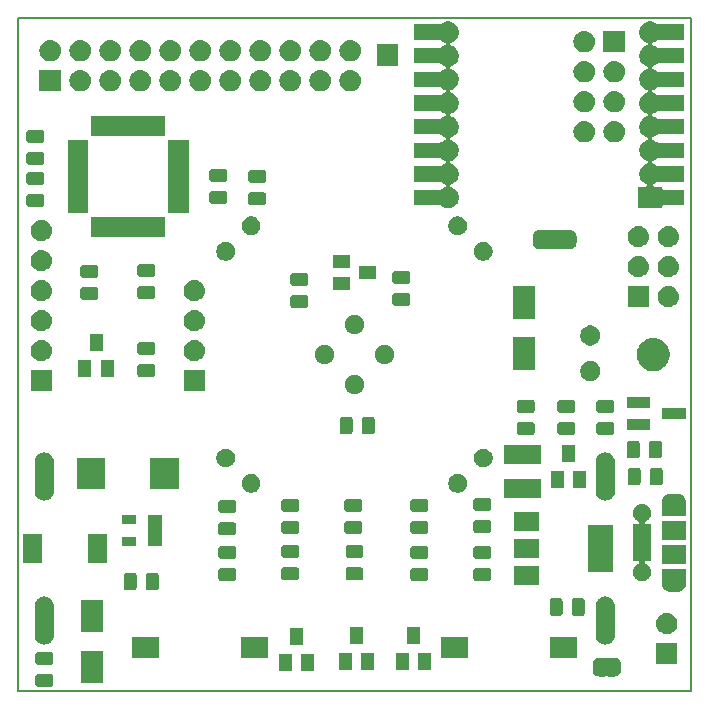
<source format=gbr>
%TF.GenerationSoftware,KiCad,Pcbnew,5.0.2-bee76a0~70~ubuntu18.04.1*%
%TF.CreationDate,2019-07-17T23:27:23+02:00*%
%TF.ProjectId,BT-Pcb-328P,42542d50-6362-42d3-9332-38502e6b6963,1.0*%
%TF.SameCoordinates,Original*%
%TF.FileFunction,Soldermask,Top*%
%TF.FilePolarity,Negative*%
%FSLAX46Y46*%
G04 Gerber Fmt 4.6, Leading zero omitted, Abs format (unit mm)*
G04 Created by KiCad (PCBNEW 5.0.2-bee76a0~70~ubuntu18.04.1) date mer 17 lug 2019 23:27:23 CEST*
%MOMM*%
%LPD*%
G01*
G04 APERTURE LIST*
%ADD10C,0.150000*%
G04 APERTURE END LIST*
D10*
X184040000Y-138320000D02*
X184040000Y-81320000D01*
X127040000Y-138320000D02*
X127040000Y-81320000D01*
X127040000Y-138320000D02*
X184040000Y-138320000D01*
X127040000Y-81320000D02*
X184040000Y-81320000D01*
G36*
X129870466Y-136880065D02*
X129909137Y-136891796D01*
X129944779Y-136910848D01*
X129976017Y-136936483D01*
X130001652Y-136967721D01*
X130020704Y-137003363D01*
X130032435Y-137042034D01*
X130037000Y-137088388D01*
X130037000Y-137739612D01*
X130032435Y-137785966D01*
X130020704Y-137824637D01*
X130001652Y-137860279D01*
X129976017Y-137891517D01*
X129944779Y-137917152D01*
X129909137Y-137936204D01*
X129870466Y-137947935D01*
X129824112Y-137952500D01*
X128747888Y-137952500D01*
X128701534Y-137947935D01*
X128662863Y-137936204D01*
X128627221Y-137917152D01*
X128595983Y-137891517D01*
X128570348Y-137860279D01*
X128551296Y-137824637D01*
X128539565Y-137785966D01*
X128535000Y-137739612D01*
X128535000Y-137088388D01*
X128539565Y-137042034D01*
X128551296Y-137003363D01*
X128570348Y-136967721D01*
X128595983Y-136936483D01*
X128627221Y-136910848D01*
X128662863Y-136891796D01*
X128701534Y-136880065D01*
X128747888Y-136875500D01*
X129824112Y-136875500D01*
X129870466Y-136880065D01*
X129870466Y-136880065D01*
G37*
G36*
X134276000Y-137638000D02*
X132424000Y-137638000D01*
X132424000Y-134886000D01*
X134276000Y-134886000D01*
X134276000Y-137638000D01*
X134276000Y-137638000D01*
G37*
G36*
X176770999Y-135470737D02*
X176780611Y-135473653D01*
X176789469Y-135478388D01*
X176797237Y-135484763D01*
X176807446Y-135497202D01*
X176814372Y-135507568D01*
X176831698Y-135524895D01*
X176852073Y-135538510D01*
X176874711Y-135547888D01*
X176898745Y-135552669D01*
X176923249Y-135552669D01*
X176947283Y-135547889D01*
X176969922Y-135538513D01*
X176990297Y-135524899D01*
X177007624Y-135507573D01*
X177014552Y-135497204D01*
X177024763Y-135484763D01*
X177032531Y-135478388D01*
X177041389Y-135473653D01*
X177051001Y-135470737D01*
X177067140Y-135469148D01*
X177554860Y-135469148D01*
X177573198Y-135470954D01*
X177585450Y-135471556D01*
X177603869Y-135471556D01*
X177626149Y-135473750D01*
X177710236Y-135490476D01*
X177731655Y-135496974D01*
X177810871Y-135529785D01*
X177830607Y-135540335D01*
X177901897Y-135587969D01*
X177919208Y-135602176D01*
X177979824Y-135662792D01*
X177994031Y-135680103D01*
X178041665Y-135751393D01*
X178052215Y-135771129D01*
X178085026Y-135850345D01*
X178091524Y-135871764D01*
X178108250Y-135955851D01*
X178110444Y-135978131D01*
X178110444Y-135996550D01*
X178111046Y-136008802D01*
X178112852Y-136027140D01*
X178112852Y-136514861D01*
X178111046Y-136533198D01*
X178110444Y-136545450D01*
X178110444Y-136563869D01*
X178108250Y-136586149D01*
X178091524Y-136670236D01*
X178085026Y-136691655D01*
X178052215Y-136770871D01*
X178041665Y-136790607D01*
X177994031Y-136861897D01*
X177979824Y-136879208D01*
X177919208Y-136939824D01*
X177901897Y-136954031D01*
X177830607Y-137001665D01*
X177810871Y-137012215D01*
X177731655Y-137045026D01*
X177710236Y-137051524D01*
X177626149Y-137068250D01*
X177603869Y-137070444D01*
X177585450Y-137070444D01*
X177573198Y-137071046D01*
X177554861Y-137072852D01*
X177067140Y-137072852D01*
X177051001Y-137071263D01*
X177041389Y-137068347D01*
X177032531Y-137063612D01*
X177024763Y-137057237D01*
X177014554Y-137044798D01*
X177007628Y-137034432D01*
X176990302Y-137017105D01*
X176969927Y-137003490D01*
X176947289Y-136994112D01*
X176923255Y-136989331D01*
X176898751Y-136989331D01*
X176874717Y-136994111D01*
X176852078Y-137003487D01*
X176831703Y-137017101D01*
X176814376Y-137034427D01*
X176807448Y-137044796D01*
X176797237Y-137057237D01*
X176789469Y-137063612D01*
X176780611Y-137068347D01*
X176770999Y-137071263D01*
X176754860Y-137072852D01*
X176267139Y-137072852D01*
X176248802Y-137071046D01*
X176236550Y-137070444D01*
X176218131Y-137070444D01*
X176195851Y-137068250D01*
X176111764Y-137051524D01*
X176090345Y-137045026D01*
X176011129Y-137012215D01*
X175991393Y-137001665D01*
X175920103Y-136954031D01*
X175902792Y-136939824D01*
X175842176Y-136879208D01*
X175827969Y-136861897D01*
X175780335Y-136790607D01*
X175769785Y-136770871D01*
X175736974Y-136691655D01*
X175730476Y-136670236D01*
X175713750Y-136586149D01*
X175711556Y-136563869D01*
X175711556Y-136545450D01*
X175710954Y-136533198D01*
X175709148Y-136514861D01*
X175709148Y-136027140D01*
X175710954Y-136008802D01*
X175711556Y-135996550D01*
X175711556Y-135978131D01*
X175713750Y-135955851D01*
X175730476Y-135871764D01*
X175736974Y-135850345D01*
X175769785Y-135771129D01*
X175780335Y-135751393D01*
X175827969Y-135680103D01*
X175842176Y-135662792D01*
X175902792Y-135602176D01*
X175920103Y-135587969D01*
X175991393Y-135540335D01*
X176011129Y-135529785D01*
X176090345Y-135496974D01*
X176111764Y-135490476D01*
X176195851Y-135473750D01*
X176218131Y-135471556D01*
X176236550Y-135471556D01*
X176248802Y-135470954D01*
X176267140Y-135469148D01*
X176754860Y-135469148D01*
X176770999Y-135470737D01*
X176770999Y-135470737D01*
G37*
G36*
X152123000Y-136641000D02*
X151021000Y-136641000D01*
X151021000Y-135139000D01*
X152123000Y-135139000D01*
X152123000Y-136641000D01*
X152123000Y-136641000D01*
G37*
G36*
X150223000Y-136641000D02*
X149121000Y-136641000D01*
X149121000Y-135139000D01*
X150223000Y-135139000D01*
X150223000Y-136641000D01*
X150223000Y-136641000D01*
G37*
G36*
X155303000Y-136555000D02*
X154201000Y-136555000D01*
X154201000Y-135053000D01*
X155303000Y-135053000D01*
X155303000Y-136555000D01*
X155303000Y-136555000D01*
G37*
G36*
X162029000Y-136555000D02*
X160927000Y-136555000D01*
X160927000Y-135053000D01*
X162029000Y-135053000D01*
X162029000Y-136555000D01*
X162029000Y-136555000D01*
G37*
G36*
X157203000Y-136555000D02*
X156101000Y-136555000D01*
X156101000Y-135053000D01*
X157203000Y-135053000D01*
X157203000Y-136555000D01*
X157203000Y-136555000D01*
G37*
G36*
X160129000Y-136555000D02*
X159027000Y-136555000D01*
X159027000Y-135053000D01*
X160129000Y-135053000D01*
X160129000Y-136555000D01*
X160129000Y-136555000D01*
G37*
G36*
X129870466Y-135005065D02*
X129909137Y-135016796D01*
X129944779Y-135035848D01*
X129976017Y-135061483D01*
X130001652Y-135092721D01*
X130020704Y-135128363D01*
X130032435Y-135167034D01*
X130037000Y-135213388D01*
X130037000Y-135864612D01*
X130032435Y-135910966D01*
X130020704Y-135949637D01*
X130001652Y-135985279D01*
X129976017Y-136016517D01*
X129944779Y-136042152D01*
X129909137Y-136061204D01*
X129870466Y-136072935D01*
X129824112Y-136077500D01*
X128747888Y-136077500D01*
X128701534Y-136072935D01*
X128662863Y-136061204D01*
X128627221Y-136042152D01*
X128595983Y-136016517D01*
X128570348Y-135985279D01*
X128551296Y-135949637D01*
X128539565Y-135910966D01*
X128535000Y-135864612D01*
X128535000Y-135213388D01*
X128539565Y-135167034D01*
X128551296Y-135128363D01*
X128570348Y-135092721D01*
X128595983Y-135061483D01*
X128627221Y-135035848D01*
X128662863Y-135016796D01*
X128701534Y-135005065D01*
X128747888Y-135000500D01*
X129824112Y-135000500D01*
X129870466Y-135005065D01*
X129870466Y-135005065D01*
G37*
G36*
X182892000Y-136029000D02*
X181090000Y-136029000D01*
X181090000Y-134227000D01*
X182892000Y-134227000D01*
X182892000Y-136029000D01*
X182892000Y-136029000D01*
G37*
G36*
X139035000Y-135471000D02*
X136753000Y-135471000D01*
X136753000Y-133769000D01*
X139035000Y-133769000D01*
X139035000Y-135471000D01*
X139035000Y-135471000D01*
G37*
G36*
X174397000Y-135471000D02*
X172115000Y-135471000D01*
X172115000Y-133769000D01*
X174397000Y-133769000D01*
X174397000Y-135471000D01*
X174397000Y-135471000D01*
G37*
G36*
X165197000Y-135471000D02*
X162915000Y-135471000D01*
X162915000Y-133769000D01*
X165197000Y-133769000D01*
X165197000Y-135471000D01*
X165197000Y-135471000D01*
G37*
G36*
X148235000Y-135471000D02*
X145953000Y-135471000D01*
X145953000Y-133769000D01*
X148235000Y-133769000D01*
X148235000Y-135471000D01*
X148235000Y-135471000D01*
G37*
G36*
X151173000Y-134441000D02*
X150071000Y-134441000D01*
X150071000Y-132939000D01*
X151173000Y-132939000D01*
X151173000Y-134441000D01*
X151173000Y-134441000D01*
G37*
G36*
X176945375Y-130313764D02*
X177047542Y-130344756D01*
X177098627Y-130360252D01*
X177174120Y-130400605D01*
X177239863Y-130435745D01*
X177270021Y-130460495D01*
X177363659Y-130537341D01*
X177465255Y-130661135D01*
X177540748Y-130802372D01*
X177556244Y-130853457D01*
X177587236Y-130955624D01*
X177599000Y-131075067D01*
X177599000Y-133592933D01*
X177587236Y-133712376D01*
X177570059Y-133769000D01*
X177540748Y-133865628D01*
X177465255Y-134006865D01*
X177363659Y-134130659D01*
X177239865Y-134232255D01*
X177098628Y-134307748D01*
X177047543Y-134323244D01*
X176945376Y-134354236D01*
X176786000Y-134369933D01*
X176626625Y-134354236D01*
X176524458Y-134323244D01*
X176473373Y-134307748D01*
X176332136Y-134232255D01*
X176208342Y-134130659D01*
X176106746Y-134006865D01*
X176031253Y-133865628D01*
X176001942Y-133769000D01*
X175984765Y-133712376D01*
X175973001Y-133592933D01*
X175973000Y-131075068D01*
X175984764Y-130955625D01*
X176031252Y-130802374D01*
X176031252Y-130802373D01*
X176106746Y-130661136D01*
X176151821Y-130606212D01*
X176208341Y-130537341D01*
X176271659Y-130485377D01*
X176332135Y-130435745D01*
X176473372Y-130360252D01*
X176524457Y-130344756D01*
X176626624Y-130313764D01*
X176786000Y-130298067D01*
X176945375Y-130313764D01*
X176945375Y-130313764D01*
G37*
G36*
X129445375Y-130313764D02*
X129547542Y-130344756D01*
X129598627Y-130360252D01*
X129674120Y-130400605D01*
X129739863Y-130435745D01*
X129770021Y-130460495D01*
X129863659Y-130537341D01*
X129965255Y-130661135D01*
X130040748Y-130802372D01*
X130056244Y-130853457D01*
X130087236Y-130955624D01*
X130099000Y-131075067D01*
X130099000Y-133592933D01*
X130087236Y-133712376D01*
X130070059Y-133769000D01*
X130040748Y-133865628D01*
X129965255Y-134006865D01*
X129863659Y-134130659D01*
X129739865Y-134232255D01*
X129598628Y-134307748D01*
X129547543Y-134323244D01*
X129445376Y-134354236D01*
X129286000Y-134369933D01*
X129126625Y-134354236D01*
X129024458Y-134323244D01*
X128973373Y-134307748D01*
X128832136Y-134232255D01*
X128708342Y-134130659D01*
X128606746Y-134006865D01*
X128531253Y-133865628D01*
X128501942Y-133769000D01*
X128484765Y-133712376D01*
X128473001Y-133592933D01*
X128473000Y-131075068D01*
X128484764Y-130955625D01*
X128531252Y-130802374D01*
X128531252Y-130802373D01*
X128606746Y-130661136D01*
X128651821Y-130606212D01*
X128708341Y-130537341D01*
X128771659Y-130485377D01*
X128832135Y-130435745D01*
X128973372Y-130360252D01*
X129024457Y-130344756D01*
X129126624Y-130313764D01*
X129286000Y-130298067D01*
X129445375Y-130313764D01*
X129445375Y-130313764D01*
G37*
G36*
X156253000Y-134355000D02*
X155151000Y-134355000D01*
X155151000Y-132853000D01*
X156253000Y-132853000D01*
X156253000Y-134355000D01*
X156253000Y-134355000D01*
G37*
G36*
X161079000Y-134355000D02*
X159977000Y-134355000D01*
X159977000Y-132853000D01*
X161079000Y-132853000D01*
X161079000Y-134355000D01*
X161079000Y-134355000D01*
G37*
G36*
X182101443Y-131693519D02*
X182167627Y-131700037D01*
X182280853Y-131734384D01*
X182337467Y-131751557D01*
X182382799Y-131775788D01*
X182493991Y-131835222D01*
X182528008Y-131863139D01*
X182631186Y-131947814D01*
X182714448Y-132049271D01*
X182743778Y-132085009D01*
X182743779Y-132085011D01*
X182827443Y-132241533D01*
X182827443Y-132241534D01*
X182878963Y-132411373D01*
X182896359Y-132588000D01*
X182878963Y-132764627D01*
X182852155Y-132853000D01*
X182827443Y-132934467D01*
X182825020Y-132939000D01*
X182743778Y-133090991D01*
X182714448Y-133126729D01*
X182631186Y-133228186D01*
X182529729Y-133311448D01*
X182493991Y-133340778D01*
X182493989Y-133340779D01*
X182337467Y-133424443D01*
X182280853Y-133441616D01*
X182167627Y-133475963D01*
X182101442Y-133482482D01*
X182035260Y-133489000D01*
X181946740Y-133489000D01*
X181880558Y-133482482D01*
X181814373Y-133475963D01*
X181701147Y-133441616D01*
X181644533Y-133424443D01*
X181488011Y-133340779D01*
X181488009Y-133340778D01*
X181452271Y-133311448D01*
X181350814Y-133228186D01*
X181267552Y-133126729D01*
X181238222Y-133090991D01*
X181156980Y-132939000D01*
X181154557Y-132934467D01*
X181129845Y-132853000D01*
X181103037Y-132764627D01*
X181085641Y-132588000D01*
X181103037Y-132411373D01*
X181154557Y-132241534D01*
X181154557Y-132241533D01*
X181238221Y-132085011D01*
X181238222Y-132085009D01*
X181267552Y-132049271D01*
X181350814Y-131947814D01*
X181453992Y-131863139D01*
X181488009Y-131835222D01*
X181599201Y-131775788D01*
X181644533Y-131751557D01*
X181701147Y-131734384D01*
X181814373Y-131700037D01*
X181880557Y-131693519D01*
X181946740Y-131687000D01*
X182035260Y-131687000D01*
X182101443Y-131693519D01*
X182101443Y-131693519D01*
G37*
G36*
X134276000Y-133338000D02*
X132424000Y-133338000D01*
X132424000Y-130586000D01*
X134276000Y-130586000D01*
X134276000Y-133338000D01*
X134276000Y-133338000D01*
G37*
G36*
X172994966Y-130444565D02*
X173033637Y-130456296D01*
X173069279Y-130475348D01*
X173100517Y-130500983D01*
X173126152Y-130532221D01*
X173145204Y-130567863D01*
X173156935Y-130606534D01*
X173161500Y-130652888D01*
X173161500Y-131729112D01*
X173156935Y-131775466D01*
X173145204Y-131814137D01*
X173126152Y-131849779D01*
X173100517Y-131881017D01*
X173069279Y-131906652D01*
X173033637Y-131925704D01*
X172994966Y-131937435D01*
X172948612Y-131942000D01*
X172297388Y-131942000D01*
X172251034Y-131937435D01*
X172212363Y-131925704D01*
X172176721Y-131906652D01*
X172145483Y-131881017D01*
X172119848Y-131849779D01*
X172100796Y-131814137D01*
X172089065Y-131775466D01*
X172084500Y-131729112D01*
X172084500Y-130652888D01*
X172089065Y-130606534D01*
X172100796Y-130567863D01*
X172119848Y-130532221D01*
X172145483Y-130500983D01*
X172176721Y-130475348D01*
X172212363Y-130456296D01*
X172251034Y-130444565D01*
X172297388Y-130440000D01*
X172948612Y-130440000D01*
X172994966Y-130444565D01*
X172994966Y-130444565D01*
G37*
G36*
X174869966Y-130444565D02*
X174908637Y-130456296D01*
X174944279Y-130475348D01*
X174975517Y-130500983D01*
X175001152Y-130532221D01*
X175020204Y-130567863D01*
X175031935Y-130606534D01*
X175036500Y-130652888D01*
X175036500Y-131729112D01*
X175031935Y-131775466D01*
X175020204Y-131814137D01*
X175001152Y-131849779D01*
X174975517Y-131881017D01*
X174944279Y-131906652D01*
X174908637Y-131925704D01*
X174869966Y-131937435D01*
X174823612Y-131942000D01*
X174172388Y-131942000D01*
X174126034Y-131937435D01*
X174087363Y-131925704D01*
X174051721Y-131906652D01*
X174020483Y-131881017D01*
X173994848Y-131849779D01*
X173975796Y-131814137D01*
X173964065Y-131775466D01*
X173959500Y-131729112D01*
X173959500Y-130652888D01*
X173964065Y-130606534D01*
X173975796Y-130567863D01*
X173994848Y-130532221D01*
X174020483Y-130500983D01*
X174051721Y-130475348D01*
X174087363Y-130456296D01*
X174126034Y-130444565D01*
X174172388Y-130440000D01*
X174823612Y-130440000D01*
X174869966Y-130444565D01*
X174869966Y-130444565D01*
G37*
G36*
X183594500Y-129191886D02*
X183595102Y-129204138D01*
X183597649Y-129230000D01*
X183595102Y-129255862D01*
X183594500Y-129268114D01*
X183594500Y-129341407D01*
X183585543Y-129358165D01*
X183581410Y-129369715D01*
X183547855Y-129480333D01*
X183529993Y-129513750D01*
X183487405Y-129593426D01*
X183406053Y-129692553D01*
X183306926Y-129773905D01*
X183306924Y-129773906D01*
X183193833Y-129834355D01*
X183152927Y-129846763D01*
X183071118Y-129871580D01*
X183007355Y-129877860D01*
X182975474Y-129881000D01*
X182211526Y-129881000D01*
X182179645Y-129877860D01*
X182115882Y-129871580D01*
X182034073Y-129846763D01*
X181993167Y-129834355D01*
X181880076Y-129773906D01*
X181880074Y-129773905D01*
X181780947Y-129692553D01*
X181699595Y-129593426D01*
X181657007Y-129513750D01*
X181639145Y-129480333D01*
X181605590Y-129369715D01*
X181596212Y-129347076D01*
X181592500Y-129341520D01*
X181592500Y-129268114D01*
X181591898Y-129255862D01*
X181589351Y-129230000D01*
X181591898Y-129204138D01*
X181592500Y-129191886D01*
X181592500Y-127979000D01*
X183594500Y-127979000D01*
X183594500Y-129191886D01*
X183594500Y-129191886D01*
G37*
G36*
X138801966Y-128285565D02*
X138840637Y-128297296D01*
X138876279Y-128316348D01*
X138907517Y-128341983D01*
X138933152Y-128373221D01*
X138952204Y-128408863D01*
X138963935Y-128447534D01*
X138968500Y-128493888D01*
X138968500Y-129570112D01*
X138963935Y-129616466D01*
X138952204Y-129655137D01*
X138933152Y-129690779D01*
X138907517Y-129722017D01*
X138876279Y-129747652D01*
X138840637Y-129766704D01*
X138801966Y-129778435D01*
X138755612Y-129783000D01*
X138104388Y-129783000D01*
X138058034Y-129778435D01*
X138019363Y-129766704D01*
X137983721Y-129747652D01*
X137952483Y-129722017D01*
X137926848Y-129690779D01*
X137907796Y-129655137D01*
X137896065Y-129616466D01*
X137891500Y-129570112D01*
X137891500Y-128493888D01*
X137896065Y-128447534D01*
X137907796Y-128408863D01*
X137926848Y-128373221D01*
X137952483Y-128341983D01*
X137983721Y-128316348D01*
X138019363Y-128297296D01*
X138058034Y-128285565D01*
X138104388Y-128281000D01*
X138755612Y-128281000D01*
X138801966Y-128285565D01*
X138801966Y-128285565D01*
G37*
G36*
X136926966Y-128285565D02*
X136965637Y-128297296D01*
X137001279Y-128316348D01*
X137032517Y-128341983D01*
X137058152Y-128373221D01*
X137077204Y-128408863D01*
X137088935Y-128447534D01*
X137093500Y-128493888D01*
X137093500Y-129570112D01*
X137088935Y-129616466D01*
X137077204Y-129655137D01*
X137058152Y-129690779D01*
X137032517Y-129722017D01*
X137001279Y-129747652D01*
X136965637Y-129766704D01*
X136926966Y-129778435D01*
X136880612Y-129783000D01*
X136229388Y-129783000D01*
X136183034Y-129778435D01*
X136144363Y-129766704D01*
X136108721Y-129747652D01*
X136077483Y-129722017D01*
X136051848Y-129690779D01*
X136032796Y-129655137D01*
X136021065Y-129616466D01*
X136016500Y-129570112D01*
X136016500Y-128493888D01*
X136021065Y-128447534D01*
X136032796Y-128408863D01*
X136051848Y-128373221D01*
X136077483Y-128341983D01*
X136108721Y-128316348D01*
X136144363Y-128297296D01*
X136183034Y-128285565D01*
X136229388Y-128281000D01*
X136880612Y-128281000D01*
X136926966Y-128285565D01*
X136926966Y-128285565D01*
G37*
G36*
X171129000Y-129339000D02*
X169027000Y-129339000D01*
X169027000Y-127737000D01*
X171129000Y-127737000D01*
X171129000Y-129339000D01*
X171129000Y-129339000D01*
G37*
G36*
X180119849Y-122483820D02*
X180119852Y-122483821D01*
X180119851Y-122483821D01*
X180261074Y-122542317D01*
X180386456Y-122626095D01*
X180388174Y-122627243D01*
X180496257Y-122735326D01*
X180496259Y-122735329D01*
X180581183Y-122862426D01*
X180599554Y-122906778D01*
X180639680Y-123003651D01*
X180669500Y-123153569D01*
X180669500Y-123306431D01*
X180639680Y-123456349D01*
X180639679Y-123456351D01*
X180581183Y-123597574D01*
X180581182Y-123597575D01*
X180496257Y-123724674D01*
X180388174Y-123832757D01*
X180388171Y-123832759D01*
X180261074Y-123917683D01*
X180210778Y-123938516D01*
X180189169Y-123950067D01*
X180170227Y-123965612D01*
X180154682Y-123984554D01*
X180143131Y-124006165D01*
X180136018Y-124029614D01*
X180133616Y-124054000D01*
X180136018Y-124078387D01*
X180143131Y-124101836D01*
X180154683Y-124123447D01*
X180170228Y-124142389D01*
X180189170Y-124157934D01*
X180210781Y-124169485D01*
X180234230Y-124176598D01*
X180258616Y-124179000D01*
X180619500Y-124179000D01*
X180619500Y-127281000D01*
X180258616Y-127281000D01*
X180234230Y-127283402D01*
X180210781Y-127290515D01*
X180189170Y-127302066D01*
X180170228Y-127317612D01*
X180154682Y-127336554D01*
X180143131Y-127358165D01*
X180136018Y-127381614D01*
X180133616Y-127406000D01*
X180136018Y-127430386D01*
X180143131Y-127453835D01*
X180154682Y-127475446D01*
X180170228Y-127494388D01*
X180189170Y-127509934D01*
X180210778Y-127521484D01*
X180261074Y-127542317D01*
X180261075Y-127542318D01*
X180388174Y-127627243D01*
X180496257Y-127735326D01*
X180496259Y-127735329D01*
X180581183Y-127862426D01*
X180616696Y-127948163D01*
X180639680Y-128003651D01*
X180669500Y-128153569D01*
X180669500Y-128306431D01*
X180639680Y-128456349D01*
X180639679Y-128456351D01*
X180581183Y-128597574D01*
X180581182Y-128597575D01*
X180496257Y-128724674D01*
X180388174Y-128832757D01*
X180388171Y-128832759D01*
X180261074Y-128917683D01*
X180151843Y-128962927D01*
X180119849Y-128976180D01*
X179969931Y-129006000D01*
X179817069Y-129006000D01*
X179667151Y-128976180D01*
X179635157Y-128962927D01*
X179525926Y-128917683D01*
X179398829Y-128832759D01*
X179398826Y-128832757D01*
X179290743Y-128724674D01*
X179205818Y-128597575D01*
X179205817Y-128597574D01*
X179147321Y-128456351D01*
X179147320Y-128456349D01*
X179117500Y-128306431D01*
X179117500Y-128153569D01*
X179147320Y-128003651D01*
X179170304Y-127948163D01*
X179205817Y-127862426D01*
X179290741Y-127735329D01*
X179290743Y-127735326D01*
X179398826Y-127627243D01*
X179525925Y-127542318D01*
X179525926Y-127542317D01*
X179576222Y-127521484D01*
X179597831Y-127509933D01*
X179616773Y-127494388D01*
X179632318Y-127475446D01*
X179643869Y-127453835D01*
X179650982Y-127430386D01*
X179653384Y-127406000D01*
X179650982Y-127381613D01*
X179643869Y-127358164D01*
X179632317Y-127336553D01*
X179616772Y-127317611D01*
X179597830Y-127302066D01*
X179576219Y-127290515D01*
X179552770Y-127283402D01*
X179528384Y-127281000D01*
X179167500Y-127281000D01*
X179167500Y-124179000D01*
X179528384Y-124179000D01*
X179552770Y-124176598D01*
X179576219Y-124169485D01*
X179597830Y-124157934D01*
X179616772Y-124142388D01*
X179632318Y-124123446D01*
X179643869Y-124101835D01*
X179650982Y-124078386D01*
X179653384Y-124054000D01*
X179650982Y-124029614D01*
X179643869Y-124006165D01*
X179632318Y-123984554D01*
X179616772Y-123965612D01*
X179597830Y-123950066D01*
X179576222Y-123938516D01*
X179525926Y-123917683D01*
X179398829Y-123832759D01*
X179398826Y-123832757D01*
X179290743Y-123724674D01*
X179205818Y-123597575D01*
X179205817Y-123597574D01*
X179147321Y-123456351D01*
X179147320Y-123456349D01*
X179117500Y-123306431D01*
X179117500Y-123153569D01*
X179147320Y-123003651D01*
X179187446Y-122906778D01*
X179205817Y-122862426D01*
X179290741Y-122735329D01*
X179290743Y-122735326D01*
X179398826Y-122627243D01*
X179400544Y-122626095D01*
X179525926Y-122542317D01*
X179667149Y-122483821D01*
X179667148Y-122483821D01*
X179667151Y-122483820D01*
X179817069Y-122454000D01*
X179969931Y-122454000D01*
X180119849Y-122483820D01*
X180119849Y-122483820D01*
G37*
G36*
X166954466Y-127911565D02*
X166993137Y-127923296D01*
X167028779Y-127942348D01*
X167060017Y-127967983D01*
X167085652Y-127999221D01*
X167104704Y-128034863D01*
X167116435Y-128073534D01*
X167121000Y-128119888D01*
X167121000Y-128771112D01*
X167116435Y-128817466D01*
X167104704Y-128856137D01*
X167085652Y-128891779D01*
X167060017Y-128923017D01*
X167028779Y-128948652D01*
X166993137Y-128967704D01*
X166954466Y-128979435D01*
X166908112Y-128984000D01*
X165831888Y-128984000D01*
X165785534Y-128979435D01*
X165746863Y-128967704D01*
X165711221Y-128948652D01*
X165679983Y-128923017D01*
X165654348Y-128891779D01*
X165635296Y-128856137D01*
X165623565Y-128817466D01*
X165619000Y-128771112D01*
X165619000Y-128119888D01*
X165623565Y-128073534D01*
X165635296Y-128034863D01*
X165654348Y-127999221D01*
X165679983Y-127967983D01*
X165711221Y-127942348D01*
X165746863Y-127923296D01*
X165785534Y-127911565D01*
X165831888Y-127907000D01*
X166908112Y-127907000D01*
X166954466Y-127911565D01*
X166954466Y-127911565D01*
G37*
G36*
X145364466Y-127911565D02*
X145403137Y-127923296D01*
X145438779Y-127942348D01*
X145470017Y-127967983D01*
X145495652Y-127999221D01*
X145514704Y-128034863D01*
X145526435Y-128073534D01*
X145531000Y-128119888D01*
X145531000Y-128771112D01*
X145526435Y-128817466D01*
X145514704Y-128856137D01*
X145495652Y-128891779D01*
X145470017Y-128923017D01*
X145438779Y-128948652D01*
X145403137Y-128967704D01*
X145364466Y-128979435D01*
X145318112Y-128984000D01*
X144241888Y-128984000D01*
X144195534Y-128979435D01*
X144156863Y-128967704D01*
X144121221Y-128948652D01*
X144089983Y-128923017D01*
X144064348Y-128891779D01*
X144045296Y-128856137D01*
X144033565Y-128817466D01*
X144029000Y-128771112D01*
X144029000Y-128119888D01*
X144033565Y-128073534D01*
X144045296Y-128034863D01*
X144064348Y-127999221D01*
X144089983Y-127967983D01*
X144121221Y-127942348D01*
X144156863Y-127923296D01*
X144195534Y-127911565D01*
X144241888Y-127907000D01*
X145318112Y-127907000D01*
X145364466Y-127911565D01*
X145364466Y-127911565D01*
G37*
G36*
X161620466Y-127911565D02*
X161659137Y-127923296D01*
X161694779Y-127942348D01*
X161726017Y-127967983D01*
X161751652Y-127999221D01*
X161770704Y-128034863D01*
X161782435Y-128073534D01*
X161787000Y-128119888D01*
X161787000Y-128771112D01*
X161782435Y-128817466D01*
X161770704Y-128856137D01*
X161751652Y-128891779D01*
X161726017Y-128923017D01*
X161694779Y-128948652D01*
X161659137Y-128967704D01*
X161620466Y-128979435D01*
X161574112Y-128984000D01*
X160497888Y-128984000D01*
X160451534Y-128979435D01*
X160412863Y-128967704D01*
X160377221Y-128948652D01*
X160345983Y-128923017D01*
X160320348Y-128891779D01*
X160301296Y-128856137D01*
X160289565Y-128817466D01*
X160285000Y-128771112D01*
X160285000Y-128119888D01*
X160289565Y-128073534D01*
X160301296Y-128034863D01*
X160320348Y-127999221D01*
X160345983Y-127967983D01*
X160377221Y-127942348D01*
X160412863Y-127923296D01*
X160451534Y-127911565D01*
X160497888Y-127907000D01*
X161574112Y-127907000D01*
X161620466Y-127911565D01*
X161620466Y-127911565D01*
G37*
G36*
X150698466Y-127833065D02*
X150737137Y-127844796D01*
X150772779Y-127863848D01*
X150804017Y-127889483D01*
X150829652Y-127920721D01*
X150848704Y-127956363D01*
X150860435Y-127995034D01*
X150865000Y-128041388D01*
X150865000Y-128692612D01*
X150860435Y-128738966D01*
X150848704Y-128777637D01*
X150829652Y-128813279D01*
X150804017Y-128844517D01*
X150772779Y-128870152D01*
X150737137Y-128889204D01*
X150698466Y-128900935D01*
X150652112Y-128905500D01*
X149575888Y-128905500D01*
X149529534Y-128900935D01*
X149490863Y-128889204D01*
X149455221Y-128870152D01*
X149423983Y-128844517D01*
X149398348Y-128813279D01*
X149379296Y-128777637D01*
X149367565Y-128738966D01*
X149363000Y-128692612D01*
X149363000Y-128041388D01*
X149367565Y-127995034D01*
X149379296Y-127956363D01*
X149398348Y-127920721D01*
X149423983Y-127889483D01*
X149455221Y-127863848D01*
X149490863Y-127844796D01*
X149529534Y-127833065D01*
X149575888Y-127828500D01*
X150652112Y-127828500D01*
X150698466Y-127833065D01*
X150698466Y-127833065D01*
G37*
G36*
X156124466Y-127833065D02*
X156163137Y-127844796D01*
X156198779Y-127863848D01*
X156230017Y-127889483D01*
X156255652Y-127920721D01*
X156274704Y-127956363D01*
X156286435Y-127995034D01*
X156291000Y-128041388D01*
X156291000Y-128692612D01*
X156286435Y-128738966D01*
X156274704Y-128777637D01*
X156255652Y-128813279D01*
X156230017Y-128844517D01*
X156198779Y-128870152D01*
X156163137Y-128889204D01*
X156124466Y-128900935D01*
X156078112Y-128905500D01*
X155001888Y-128905500D01*
X154955534Y-128900935D01*
X154916863Y-128889204D01*
X154881221Y-128870152D01*
X154849983Y-128844517D01*
X154824348Y-128813279D01*
X154805296Y-128777637D01*
X154793565Y-128738966D01*
X154789000Y-128692612D01*
X154789000Y-128041388D01*
X154793565Y-127995034D01*
X154805296Y-127956363D01*
X154824348Y-127920721D01*
X154849983Y-127889483D01*
X154881221Y-127863848D01*
X154916863Y-127844796D01*
X154955534Y-127833065D01*
X155001888Y-127828500D01*
X156078112Y-127828500D01*
X156124466Y-127833065D01*
X156124466Y-127833065D01*
G37*
G36*
X177429000Y-128189000D02*
X175327000Y-128189000D01*
X175327000Y-124287000D01*
X177429000Y-124287000D01*
X177429000Y-128189000D01*
X177429000Y-128189000D01*
G37*
G36*
X183594500Y-127531000D02*
X181592500Y-127531000D01*
X181592500Y-125929000D01*
X183594500Y-125929000D01*
X183594500Y-127531000D01*
X183594500Y-127531000D01*
G37*
G36*
X134615000Y-127489000D02*
X133013000Y-127489000D01*
X133013000Y-124987000D01*
X134615000Y-124987000D01*
X134615000Y-127489000D01*
X134615000Y-127489000D01*
G37*
G36*
X129115000Y-127489000D02*
X127513000Y-127489000D01*
X127513000Y-124987000D01*
X129115000Y-124987000D01*
X129115000Y-127489000D01*
X129115000Y-127489000D01*
G37*
G36*
X161620466Y-126036565D02*
X161659137Y-126048296D01*
X161694779Y-126067348D01*
X161726017Y-126092983D01*
X161751652Y-126124221D01*
X161770704Y-126159863D01*
X161782435Y-126198534D01*
X161787000Y-126244888D01*
X161787000Y-126896112D01*
X161782435Y-126942466D01*
X161770704Y-126981137D01*
X161751652Y-127016779D01*
X161726017Y-127048017D01*
X161694779Y-127073652D01*
X161659137Y-127092704D01*
X161620466Y-127104435D01*
X161574112Y-127109000D01*
X160497888Y-127109000D01*
X160451534Y-127104435D01*
X160412863Y-127092704D01*
X160377221Y-127073652D01*
X160345983Y-127048017D01*
X160320348Y-127016779D01*
X160301296Y-126981137D01*
X160289565Y-126942466D01*
X160285000Y-126896112D01*
X160285000Y-126244888D01*
X160289565Y-126198534D01*
X160301296Y-126159863D01*
X160320348Y-126124221D01*
X160345983Y-126092983D01*
X160377221Y-126067348D01*
X160412863Y-126048296D01*
X160451534Y-126036565D01*
X160497888Y-126032000D01*
X161574112Y-126032000D01*
X161620466Y-126036565D01*
X161620466Y-126036565D01*
G37*
G36*
X166954466Y-126036565D02*
X166993137Y-126048296D01*
X167028779Y-126067348D01*
X167060017Y-126092983D01*
X167085652Y-126124221D01*
X167104704Y-126159863D01*
X167116435Y-126198534D01*
X167121000Y-126244888D01*
X167121000Y-126896112D01*
X167116435Y-126942466D01*
X167104704Y-126981137D01*
X167085652Y-127016779D01*
X167060017Y-127048017D01*
X167028779Y-127073652D01*
X166993137Y-127092704D01*
X166954466Y-127104435D01*
X166908112Y-127109000D01*
X165831888Y-127109000D01*
X165785534Y-127104435D01*
X165746863Y-127092704D01*
X165711221Y-127073652D01*
X165679983Y-127048017D01*
X165654348Y-127016779D01*
X165635296Y-126981137D01*
X165623565Y-126942466D01*
X165619000Y-126896112D01*
X165619000Y-126244888D01*
X165623565Y-126198534D01*
X165635296Y-126159863D01*
X165654348Y-126124221D01*
X165679983Y-126092983D01*
X165711221Y-126067348D01*
X165746863Y-126048296D01*
X165785534Y-126036565D01*
X165831888Y-126032000D01*
X166908112Y-126032000D01*
X166954466Y-126036565D01*
X166954466Y-126036565D01*
G37*
G36*
X145364466Y-126036565D02*
X145403137Y-126048296D01*
X145438779Y-126067348D01*
X145470017Y-126092983D01*
X145495652Y-126124221D01*
X145514704Y-126159863D01*
X145526435Y-126198534D01*
X145531000Y-126244888D01*
X145531000Y-126896112D01*
X145526435Y-126942466D01*
X145514704Y-126981137D01*
X145495652Y-127016779D01*
X145470017Y-127048017D01*
X145438779Y-127073652D01*
X145403137Y-127092704D01*
X145364466Y-127104435D01*
X145318112Y-127109000D01*
X144241888Y-127109000D01*
X144195534Y-127104435D01*
X144156863Y-127092704D01*
X144121221Y-127073652D01*
X144089983Y-127048017D01*
X144064348Y-127016779D01*
X144045296Y-126981137D01*
X144033565Y-126942466D01*
X144029000Y-126896112D01*
X144029000Y-126244888D01*
X144033565Y-126198534D01*
X144045296Y-126159863D01*
X144064348Y-126124221D01*
X144089983Y-126092983D01*
X144121221Y-126067348D01*
X144156863Y-126048296D01*
X144195534Y-126036565D01*
X144241888Y-126032000D01*
X145318112Y-126032000D01*
X145364466Y-126036565D01*
X145364466Y-126036565D01*
G37*
G36*
X171129000Y-127039000D02*
X169027000Y-127039000D01*
X169027000Y-125437000D01*
X171129000Y-125437000D01*
X171129000Y-127039000D01*
X171129000Y-127039000D01*
G37*
G36*
X156124466Y-125958065D02*
X156163137Y-125969796D01*
X156198779Y-125988848D01*
X156230017Y-126014483D01*
X156255652Y-126045721D01*
X156274704Y-126081363D01*
X156286435Y-126120034D01*
X156291000Y-126166388D01*
X156291000Y-126817612D01*
X156286435Y-126863966D01*
X156274704Y-126902637D01*
X156255652Y-126938279D01*
X156230017Y-126969517D01*
X156198779Y-126995152D01*
X156163137Y-127014204D01*
X156124466Y-127025935D01*
X156078112Y-127030500D01*
X155001888Y-127030500D01*
X154955534Y-127025935D01*
X154916863Y-127014204D01*
X154881221Y-126995152D01*
X154849983Y-126969517D01*
X154824348Y-126938279D01*
X154805296Y-126902637D01*
X154793565Y-126863966D01*
X154789000Y-126817612D01*
X154789000Y-126166388D01*
X154793565Y-126120034D01*
X154805296Y-126081363D01*
X154824348Y-126045721D01*
X154849983Y-126014483D01*
X154881221Y-125988848D01*
X154916863Y-125969796D01*
X154955534Y-125958065D01*
X155001888Y-125953500D01*
X156078112Y-125953500D01*
X156124466Y-125958065D01*
X156124466Y-125958065D01*
G37*
G36*
X150698466Y-125958065D02*
X150737137Y-125969796D01*
X150772779Y-125988848D01*
X150804017Y-126014483D01*
X150829652Y-126045721D01*
X150848704Y-126081363D01*
X150860435Y-126120034D01*
X150865000Y-126166388D01*
X150865000Y-126817612D01*
X150860435Y-126863966D01*
X150848704Y-126902637D01*
X150829652Y-126938279D01*
X150804017Y-126969517D01*
X150772779Y-126995152D01*
X150737137Y-127014204D01*
X150698466Y-127025935D01*
X150652112Y-127030500D01*
X149575888Y-127030500D01*
X149529534Y-127025935D01*
X149490863Y-127014204D01*
X149455221Y-126995152D01*
X149423983Y-126969517D01*
X149398348Y-126938279D01*
X149379296Y-126902637D01*
X149367565Y-126863966D01*
X149363000Y-126817612D01*
X149363000Y-126166388D01*
X149367565Y-126120034D01*
X149379296Y-126081363D01*
X149398348Y-126045721D01*
X149423983Y-126014483D01*
X149455221Y-125988848D01*
X149490863Y-125969796D01*
X149529534Y-125958065D01*
X149575888Y-125953500D01*
X150652112Y-125953500D01*
X150698466Y-125958065D01*
X150698466Y-125958065D01*
G37*
G36*
X139265000Y-126040000D02*
X138103000Y-126040000D01*
X138103000Y-123388000D01*
X139265000Y-123388000D01*
X139265000Y-126040000D01*
X139265000Y-126040000D01*
G37*
G36*
X137065000Y-126040000D02*
X135903000Y-126040000D01*
X135903000Y-125288000D01*
X137065000Y-125288000D01*
X137065000Y-126040000D01*
X137065000Y-126040000D01*
G37*
G36*
X183594500Y-125531000D02*
X181592500Y-125531000D01*
X181592500Y-123929000D01*
X183594500Y-123929000D01*
X183594500Y-125531000D01*
X183594500Y-125531000D01*
G37*
G36*
X145364466Y-124023065D02*
X145403137Y-124034796D01*
X145438779Y-124053848D01*
X145470017Y-124079483D01*
X145495652Y-124110721D01*
X145514704Y-124146363D01*
X145526435Y-124185034D01*
X145531000Y-124231388D01*
X145531000Y-124882612D01*
X145526435Y-124928966D01*
X145514704Y-124967637D01*
X145495652Y-125003279D01*
X145470017Y-125034517D01*
X145438779Y-125060152D01*
X145403137Y-125079204D01*
X145364466Y-125090935D01*
X145318112Y-125095500D01*
X144241888Y-125095500D01*
X144195534Y-125090935D01*
X144156863Y-125079204D01*
X144121221Y-125060152D01*
X144089983Y-125034517D01*
X144064348Y-125003279D01*
X144045296Y-124967637D01*
X144033565Y-124928966D01*
X144029000Y-124882612D01*
X144029000Y-124231388D01*
X144033565Y-124185034D01*
X144045296Y-124146363D01*
X144064348Y-124110721D01*
X144089983Y-124079483D01*
X144121221Y-124053848D01*
X144156863Y-124034796D01*
X144195534Y-124023065D01*
X144241888Y-124018500D01*
X145318112Y-124018500D01*
X145364466Y-124023065D01*
X145364466Y-124023065D01*
G37*
G36*
X156032466Y-123926065D02*
X156071137Y-123937796D01*
X156106779Y-123956848D01*
X156138017Y-123982483D01*
X156163652Y-124013721D01*
X156182704Y-124049363D01*
X156194435Y-124088034D01*
X156199000Y-124134388D01*
X156199000Y-124785612D01*
X156194435Y-124831966D01*
X156182704Y-124870637D01*
X156163652Y-124906279D01*
X156138017Y-124937517D01*
X156106779Y-124963152D01*
X156071137Y-124982204D01*
X156032466Y-124993935D01*
X155986112Y-124998500D01*
X154909888Y-124998500D01*
X154863534Y-124993935D01*
X154824863Y-124982204D01*
X154789221Y-124963152D01*
X154757983Y-124937517D01*
X154732348Y-124906279D01*
X154713296Y-124870637D01*
X154701565Y-124831966D01*
X154697000Y-124785612D01*
X154697000Y-124134388D01*
X154701565Y-124088034D01*
X154713296Y-124049363D01*
X154732348Y-124013721D01*
X154757983Y-123982483D01*
X154789221Y-123956848D01*
X154824863Y-123937796D01*
X154863534Y-123926065D01*
X154909888Y-123921500D01*
X155986112Y-123921500D01*
X156032466Y-123926065D01*
X156032466Y-123926065D01*
G37*
G36*
X150698466Y-123926065D02*
X150737137Y-123937796D01*
X150772779Y-123956848D01*
X150804017Y-123982483D01*
X150829652Y-124013721D01*
X150848704Y-124049363D01*
X150860435Y-124088034D01*
X150865000Y-124134388D01*
X150865000Y-124785612D01*
X150860435Y-124831966D01*
X150848704Y-124870637D01*
X150829652Y-124906279D01*
X150804017Y-124937517D01*
X150772779Y-124963152D01*
X150737137Y-124982204D01*
X150698466Y-124993935D01*
X150652112Y-124998500D01*
X149575888Y-124998500D01*
X149529534Y-124993935D01*
X149490863Y-124982204D01*
X149455221Y-124963152D01*
X149423983Y-124937517D01*
X149398348Y-124906279D01*
X149379296Y-124870637D01*
X149367565Y-124831966D01*
X149363000Y-124785612D01*
X149363000Y-124134388D01*
X149367565Y-124088034D01*
X149379296Y-124049363D01*
X149398348Y-124013721D01*
X149423983Y-123982483D01*
X149455221Y-123956848D01*
X149490863Y-123937796D01*
X149529534Y-123926065D01*
X149575888Y-123921500D01*
X150652112Y-123921500D01*
X150698466Y-123926065D01*
X150698466Y-123926065D01*
G37*
G36*
X161620466Y-123926065D02*
X161659137Y-123937796D01*
X161694779Y-123956848D01*
X161726017Y-123982483D01*
X161751652Y-124013721D01*
X161770704Y-124049363D01*
X161782435Y-124088034D01*
X161787000Y-124134388D01*
X161787000Y-124785612D01*
X161782435Y-124831966D01*
X161770704Y-124870637D01*
X161751652Y-124906279D01*
X161726017Y-124937517D01*
X161694779Y-124963152D01*
X161659137Y-124982204D01*
X161620466Y-124993935D01*
X161574112Y-124998500D01*
X160497888Y-124998500D01*
X160451534Y-124993935D01*
X160412863Y-124982204D01*
X160377221Y-124963152D01*
X160345983Y-124937517D01*
X160320348Y-124906279D01*
X160301296Y-124870637D01*
X160289565Y-124831966D01*
X160285000Y-124785612D01*
X160285000Y-124134388D01*
X160289565Y-124088034D01*
X160301296Y-124049363D01*
X160320348Y-124013721D01*
X160345983Y-123982483D01*
X160377221Y-123956848D01*
X160412863Y-123937796D01*
X160451534Y-123926065D01*
X160497888Y-123921500D01*
X161574112Y-123921500D01*
X161620466Y-123926065D01*
X161620466Y-123926065D01*
G37*
G36*
X166954466Y-123847565D02*
X166993137Y-123859296D01*
X167028779Y-123878348D01*
X167060017Y-123903983D01*
X167085652Y-123935221D01*
X167104704Y-123970863D01*
X167116435Y-124009534D01*
X167121000Y-124055888D01*
X167121000Y-124707112D01*
X167116435Y-124753466D01*
X167104704Y-124792137D01*
X167085652Y-124827779D01*
X167060017Y-124859017D01*
X167028779Y-124884652D01*
X166993137Y-124903704D01*
X166954466Y-124915435D01*
X166908112Y-124920000D01*
X165831888Y-124920000D01*
X165785534Y-124915435D01*
X165746863Y-124903704D01*
X165711221Y-124884652D01*
X165679983Y-124859017D01*
X165654348Y-124827779D01*
X165635296Y-124792137D01*
X165623565Y-124753466D01*
X165619000Y-124707112D01*
X165619000Y-124055888D01*
X165623565Y-124009534D01*
X165635296Y-123970863D01*
X165654348Y-123935221D01*
X165679983Y-123903983D01*
X165711221Y-123878348D01*
X165746863Y-123859296D01*
X165785534Y-123847565D01*
X165831888Y-123843000D01*
X166908112Y-123843000D01*
X166954466Y-123847565D01*
X166954466Y-123847565D01*
G37*
G36*
X171129000Y-124739000D02*
X169027000Y-124739000D01*
X169027000Y-123137000D01*
X171129000Y-123137000D01*
X171129000Y-124739000D01*
X171129000Y-124739000D01*
G37*
G36*
X137065000Y-124140000D02*
X135903000Y-124140000D01*
X135903000Y-123388000D01*
X137065000Y-123388000D01*
X137065000Y-124140000D01*
X137065000Y-124140000D01*
G37*
G36*
X183007355Y-121582140D02*
X183071118Y-121588420D01*
X183152927Y-121613237D01*
X183193833Y-121625645D01*
X183283598Y-121673626D01*
X183306926Y-121686095D01*
X183406053Y-121767447D01*
X183487405Y-121866574D01*
X183487406Y-121866576D01*
X183547855Y-121979667D01*
X183547855Y-121979668D01*
X183573072Y-122062796D01*
X183581410Y-122090285D01*
X183590788Y-122112924D01*
X183594500Y-122118480D01*
X183594500Y-122191886D01*
X183595102Y-122204138D01*
X183597649Y-122230000D01*
X183595102Y-122255862D01*
X183594500Y-122268114D01*
X183594500Y-123481000D01*
X181592500Y-123481000D01*
X181592500Y-122268114D01*
X181591898Y-122255862D01*
X181589351Y-122230000D01*
X181591898Y-122204138D01*
X181592500Y-122191886D01*
X181592500Y-122118593D01*
X181601457Y-122101835D01*
X181605590Y-122090285D01*
X181613929Y-122062796D01*
X181639145Y-121979668D01*
X181639145Y-121979667D01*
X181699594Y-121866576D01*
X181699595Y-121866574D01*
X181780947Y-121767447D01*
X181880074Y-121686095D01*
X181903402Y-121673626D01*
X181993167Y-121625645D01*
X182034073Y-121613237D01*
X182115882Y-121588420D01*
X182179645Y-121582140D01*
X182211526Y-121579000D01*
X182975474Y-121579000D01*
X183007355Y-121582140D01*
X183007355Y-121582140D01*
G37*
G36*
X145364466Y-122148065D02*
X145403137Y-122159796D01*
X145438779Y-122178848D01*
X145470017Y-122204483D01*
X145495652Y-122235721D01*
X145514704Y-122271363D01*
X145526435Y-122310034D01*
X145531000Y-122356388D01*
X145531000Y-123007612D01*
X145526435Y-123053966D01*
X145514704Y-123092637D01*
X145495652Y-123128279D01*
X145470017Y-123159517D01*
X145438779Y-123185152D01*
X145403137Y-123204204D01*
X145364466Y-123215935D01*
X145318112Y-123220500D01*
X144241888Y-123220500D01*
X144195534Y-123215935D01*
X144156863Y-123204204D01*
X144121221Y-123185152D01*
X144089983Y-123159517D01*
X144064348Y-123128279D01*
X144045296Y-123092637D01*
X144033565Y-123053966D01*
X144029000Y-123007612D01*
X144029000Y-122356388D01*
X144033565Y-122310034D01*
X144045296Y-122271363D01*
X144064348Y-122235721D01*
X144089983Y-122204483D01*
X144121221Y-122178848D01*
X144156863Y-122159796D01*
X144195534Y-122148065D01*
X144241888Y-122143500D01*
X145318112Y-122143500D01*
X145364466Y-122148065D01*
X145364466Y-122148065D01*
G37*
G36*
X156032466Y-122051065D02*
X156071137Y-122062796D01*
X156106779Y-122081848D01*
X156138017Y-122107483D01*
X156163652Y-122138721D01*
X156182704Y-122174363D01*
X156194435Y-122213034D01*
X156199000Y-122259388D01*
X156199000Y-122910612D01*
X156194435Y-122956966D01*
X156182704Y-122995637D01*
X156163652Y-123031279D01*
X156138017Y-123062517D01*
X156106779Y-123088152D01*
X156071137Y-123107204D01*
X156032466Y-123118935D01*
X155986112Y-123123500D01*
X154909888Y-123123500D01*
X154863534Y-123118935D01*
X154824863Y-123107204D01*
X154789221Y-123088152D01*
X154757983Y-123062517D01*
X154732348Y-123031279D01*
X154713296Y-122995637D01*
X154701565Y-122956966D01*
X154697000Y-122910612D01*
X154697000Y-122259388D01*
X154701565Y-122213034D01*
X154713296Y-122174363D01*
X154732348Y-122138721D01*
X154757983Y-122107483D01*
X154789221Y-122081848D01*
X154824863Y-122062796D01*
X154863534Y-122051065D01*
X154909888Y-122046500D01*
X155986112Y-122046500D01*
X156032466Y-122051065D01*
X156032466Y-122051065D01*
G37*
G36*
X150698466Y-122051065D02*
X150737137Y-122062796D01*
X150772779Y-122081848D01*
X150804017Y-122107483D01*
X150829652Y-122138721D01*
X150848704Y-122174363D01*
X150860435Y-122213034D01*
X150865000Y-122259388D01*
X150865000Y-122910612D01*
X150860435Y-122956966D01*
X150848704Y-122995637D01*
X150829652Y-123031279D01*
X150804017Y-123062517D01*
X150772779Y-123088152D01*
X150737137Y-123107204D01*
X150698466Y-123118935D01*
X150652112Y-123123500D01*
X149575888Y-123123500D01*
X149529534Y-123118935D01*
X149490863Y-123107204D01*
X149455221Y-123088152D01*
X149423983Y-123062517D01*
X149398348Y-123031279D01*
X149379296Y-122995637D01*
X149367565Y-122956966D01*
X149363000Y-122910612D01*
X149363000Y-122259388D01*
X149367565Y-122213034D01*
X149379296Y-122174363D01*
X149398348Y-122138721D01*
X149423983Y-122107483D01*
X149455221Y-122081848D01*
X149490863Y-122062796D01*
X149529534Y-122051065D01*
X149575888Y-122046500D01*
X150652112Y-122046500D01*
X150698466Y-122051065D01*
X150698466Y-122051065D01*
G37*
G36*
X161620466Y-122051065D02*
X161659137Y-122062796D01*
X161694779Y-122081848D01*
X161726017Y-122107483D01*
X161751652Y-122138721D01*
X161770704Y-122174363D01*
X161782435Y-122213034D01*
X161787000Y-122259388D01*
X161787000Y-122910612D01*
X161782435Y-122956966D01*
X161770704Y-122995637D01*
X161751652Y-123031279D01*
X161726017Y-123062517D01*
X161694779Y-123088152D01*
X161659137Y-123107204D01*
X161620466Y-123118935D01*
X161574112Y-123123500D01*
X160497888Y-123123500D01*
X160451534Y-123118935D01*
X160412863Y-123107204D01*
X160377221Y-123088152D01*
X160345983Y-123062517D01*
X160320348Y-123031279D01*
X160301296Y-122995637D01*
X160289565Y-122956966D01*
X160285000Y-122910612D01*
X160285000Y-122259388D01*
X160289565Y-122213034D01*
X160301296Y-122174363D01*
X160320348Y-122138721D01*
X160345983Y-122107483D01*
X160377221Y-122081848D01*
X160412863Y-122062796D01*
X160451534Y-122051065D01*
X160497888Y-122046500D01*
X161574112Y-122046500D01*
X161620466Y-122051065D01*
X161620466Y-122051065D01*
G37*
G36*
X166954466Y-121972565D02*
X166993137Y-121984296D01*
X167028779Y-122003348D01*
X167060017Y-122028983D01*
X167085652Y-122060221D01*
X167104704Y-122095863D01*
X167116435Y-122134534D01*
X167121000Y-122180888D01*
X167121000Y-122832112D01*
X167116435Y-122878466D01*
X167104704Y-122917137D01*
X167085652Y-122952779D01*
X167060017Y-122984017D01*
X167028779Y-123009652D01*
X166993137Y-123028704D01*
X166954466Y-123040435D01*
X166908112Y-123045000D01*
X165831888Y-123045000D01*
X165785534Y-123040435D01*
X165746863Y-123028704D01*
X165711221Y-123009652D01*
X165679983Y-122984017D01*
X165654348Y-122952779D01*
X165635296Y-122917137D01*
X165623565Y-122878466D01*
X165619000Y-122832112D01*
X165619000Y-122180888D01*
X165623565Y-122134534D01*
X165635296Y-122095863D01*
X165654348Y-122060221D01*
X165679983Y-122028983D01*
X165711221Y-122003348D01*
X165746863Y-121984296D01*
X165785534Y-121972565D01*
X165831888Y-121968000D01*
X166908112Y-121968000D01*
X166954466Y-121972565D01*
X166954466Y-121972565D01*
G37*
G36*
X176943376Y-118121764D02*
X177045543Y-118152756D01*
X177096628Y-118168252D01*
X177237865Y-118243745D01*
X177361659Y-118345341D01*
X177463255Y-118469135D01*
X177538748Y-118610372D01*
X177538748Y-118610373D01*
X177585236Y-118763624D01*
X177597000Y-118883067D01*
X177597000Y-121400933D01*
X177585236Y-121520376D01*
X177564595Y-121588420D01*
X177538748Y-121673628D01*
X177463255Y-121814865D01*
X177361659Y-121938659D01*
X177237863Y-122040255D01*
X177200509Y-122060221D01*
X177096627Y-122115748D01*
X177064936Y-122125361D01*
X176943375Y-122162236D01*
X176784000Y-122177933D01*
X176624624Y-122162236D01*
X176503063Y-122125361D01*
X176471372Y-122115748D01*
X176330135Y-122040255D01*
X176206341Y-121938659D01*
X176104745Y-121814863D01*
X176069605Y-121749120D01*
X176029252Y-121673627D01*
X175982954Y-121521000D01*
X175982764Y-121520375D01*
X175971000Y-121400932D01*
X175971001Y-118883067D01*
X175982765Y-118763624D01*
X176029253Y-118610373D01*
X176029253Y-118610372D01*
X176104746Y-118469135D01*
X176206342Y-118345341D01*
X176330136Y-118243745D01*
X176471373Y-118168252D01*
X176522458Y-118152756D01*
X176624625Y-118121764D01*
X176784000Y-118106067D01*
X176943376Y-118121764D01*
X176943376Y-118121764D01*
G37*
G36*
X129443376Y-118121764D02*
X129545543Y-118152756D01*
X129596628Y-118168252D01*
X129737865Y-118243745D01*
X129861659Y-118345341D01*
X129963255Y-118469135D01*
X130038748Y-118610372D01*
X130038748Y-118610373D01*
X130085236Y-118763624D01*
X130097000Y-118883067D01*
X130097000Y-121400933D01*
X130085236Y-121520376D01*
X130064595Y-121588420D01*
X130038748Y-121673628D01*
X129963255Y-121814865D01*
X129861659Y-121938659D01*
X129737863Y-122040255D01*
X129700509Y-122060221D01*
X129596627Y-122115748D01*
X129564936Y-122125361D01*
X129443375Y-122162236D01*
X129284000Y-122177933D01*
X129124624Y-122162236D01*
X129003063Y-122125361D01*
X128971372Y-122115748D01*
X128830135Y-122040255D01*
X128706341Y-121938659D01*
X128604745Y-121814863D01*
X128569605Y-121749120D01*
X128529252Y-121673627D01*
X128482954Y-121521000D01*
X128482764Y-121520375D01*
X128471000Y-121400932D01*
X128471001Y-118883067D01*
X128482765Y-118763624D01*
X128529253Y-118610373D01*
X128529253Y-118610372D01*
X128604746Y-118469135D01*
X128706342Y-118345341D01*
X128830136Y-118243745D01*
X128971373Y-118168252D01*
X129022458Y-118152756D01*
X129124625Y-118121764D01*
X129284000Y-118106067D01*
X129443376Y-118121764D01*
X129443376Y-118121764D01*
G37*
G36*
X171360000Y-121964000D02*
X168238000Y-121964000D01*
X168238000Y-120352000D01*
X171360000Y-120352000D01*
X171360000Y-121964000D01*
X171360000Y-121964000D01*
G37*
G36*
X147023643Y-119949781D02*
X147169415Y-120010162D01*
X147300611Y-120097824D01*
X147412176Y-120209389D01*
X147499838Y-120340585D01*
X147560219Y-120486357D01*
X147591000Y-120641107D01*
X147591000Y-120798893D01*
X147560219Y-120953643D01*
X147499838Y-121099415D01*
X147412176Y-121230611D01*
X147300611Y-121342176D01*
X147169415Y-121429838D01*
X147023643Y-121490219D01*
X146868893Y-121521000D01*
X146711107Y-121521000D01*
X146556357Y-121490219D01*
X146410585Y-121429838D01*
X146279389Y-121342176D01*
X146167824Y-121230611D01*
X146080162Y-121099415D01*
X146019781Y-120953643D01*
X145989000Y-120798893D01*
X145989000Y-120641107D01*
X146019781Y-120486357D01*
X146080162Y-120340585D01*
X146167824Y-120209389D01*
X146279389Y-120097824D01*
X146410585Y-120010162D01*
X146556357Y-119949781D01*
X146711107Y-119919000D01*
X146868893Y-119919000D01*
X147023643Y-119949781D01*
X147023643Y-119949781D01*
G37*
G36*
X164523643Y-119949781D02*
X164669415Y-120010162D01*
X164800611Y-120097824D01*
X164912176Y-120209389D01*
X164999838Y-120340585D01*
X165060219Y-120486357D01*
X165091000Y-120641107D01*
X165091000Y-120798893D01*
X165060219Y-120953643D01*
X164999838Y-121099415D01*
X164912176Y-121230611D01*
X164800611Y-121342176D01*
X164669415Y-121429838D01*
X164523643Y-121490219D01*
X164368893Y-121521000D01*
X164211107Y-121521000D01*
X164056357Y-121490219D01*
X163910585Y-121429838D01*
X163779389Y-121342176D01*
X163667824Y-121230611D01*
X163580162Y-121099415D01*
X163519781Y-120953643D01*
X163489000Y-120798893D01*
X163489000Y-120641107D01*
X163519781Y-120486357D01*
X163580162Y-120340585D01*
X163667824Y-120209389D01*
X163779389Y-120097824D01*
X163910585Y-120010162D01*
X164056357Y-119949781D01*
X164211107Y-119919000D01*
X164368893Y-119919000D01*
X164523643Y-119949781D01*
X164523643Y-119949781D01*
G37*
G36*
X134452000Y-121199000D02*
X132040000Y-121199000D01*
X132040000Y-118577000D01*
X134452000Y-118577000D01*
X134452000Y-121199000D01*
X134452000Y-121199000D01*
G37*
G36*
X140652000Y-121199000D02*
X138240000Y-121199000D01*
X138240000Y-118577000D01*
X140652000Y-118577000D01*
X140652000Y-121199000D01*
X140652000Y-121199000D01*
G37*
G36*
X173276000Y-121147000D02*
X172174000Y-121147000D01*
X172174000Y-119645000D01*
X173276000Y-119645000D01*
X173276000Y-121147000D01*
X173276000Y-121147000D01*
G37*
G36*
X175176000Y-121147000D02*
X174074000Y-121147000D01*
X174074000Y-119645000D01*
X175176000Y-119645000D01*
X175176000Y-121147000D01*
X175176000Y-121147000D01*
G37*
G36*
X181473966Y-119395565D02*
X181512637Y-119407296D01*
X181548279Y-119426348D01*
X181579517Y-119451983D01*
X181605152Y-119483221D01*
X181624204Y-119518863D01*
X181635935Y-119557534D01*
X181640500Y-119603888D01*
X181640500Y-120680112D01*
X181635935Y-120726466D01*
X181624204Y-120765137D01*
X181605152Y-120800779D01*
X181579517Y-120832017D01*
X181548279Y-120857652D01*
X181512637Y-120876704D01*
X181473966Y-120888435D01*
X181427612Y-120893000D01*
X180776388Y-120893000D01*
X180730034Y-120888435D01*
X180691363Y-120876704D01*
X180655721Y-120857652D01*
X180624483Y-120832017D01*
X180598848Y-120800779D01*
X180579796Y-120765137D01*
X180568065Y-120726466D01*
X180563500Y-120680112D01*
X180563500Y-119603888D01*
X180568065Y-119557534D01*
X180579796Y-119518863D01*
X180598848Y-119483221D01*
X180624483Y-119451983D01*
X180655721Y-119426348D01*
X180691363Y-119407296D01*
X180730034Y-119395565D01*
X180776388Y-119391000D01*
X181427612Y-119391000D01*
X181473966Y-119395565D01*
X181473966Y-119395565D01*
G37*
G36*
X179598966Y-119395565D02*
X179637637Y-119407296D01*
X179673279Y-119426348D01*
X179704517Y-119451983D01*
X179730152Y-119483221D01*
X179749204Y-119518863D01*
X179760935Y-119557534D01*
X179765500Y-119603888D01*
X179765500Y-120680112D01*
X179760935Y-120726466D01*
X179749204Y-120765137D01*
X179730152Y-120800779D01*
X179704517Y-120832017D01*
X179673279Y-120857652D01*
X179637637Y-120876704D01*
X179598966Y-120888435D01*
X179552612Y-120893000D01*
X178901388Y-120893000D01*
X178855034Y-120888435D01*
X178816363Y-120876704D01*
X178780721Y-120857652D01*
X178749483Y-120832017D01*
X178723848Y-120800779D01*
X178704796Y-120765137D01*
X178693065Y-120726466D01*
X178688500Y-120680112D01*
X178688500Y-119603888D01*
X178693065Y-119557534D01*
X178704796Y-119518863D01*
X178723848Y-119483221D01*
X178749483Y-119451983D01*
X178780721Y-119426348D01*
X178816363Y-119407296D01*
X178855034Y-119395565D01*
X178901388Y-119391000D01*
X179552612Y-119391000D01*
X179598966Y-119395565D01*
X179598966Y-119395565D01*
G37*
G36*
X144873643Y-117799781D02*
X145019415Y-117860162D01*
X145150611Y-117947824D01*
X145262176Y-118059389D01*
X145349838Y-118190585D01*
X145410219Y-118336357D01*
X145441000Y-118491107D01*
X145441000Y-118648893D01*
X145410219Y-118803643D01*
X145349838Y-118949415D01*
X145262176Y-119080611D01*
X145150611Y-119192176D01*
X145019415Y-119279838D01*
X144873643Y-119340219D01*
X144718893Y-119371000D01*
X144561107Y-119371000D01*
X144406357Y-119340219D01*
X144260585Y-119279838D01*
X144129389Y-119192176D01*
X144017824Y-119080611D01*
X143930162Y-118949415D01*
X143869781Y-118803643D01*
X143839000Y-118648893D01*
X143839000Y-118491107D01*
X143869781Y-118336357D01*
X143930162Y-118190585D01*
X144017824Y-118059389D01*
X144129389Y-117947824D01*
X144260585Y-117860162D01*
X144406357Y-117799781D01*
X144561107Y-117769000D01*
X144718893Y-117769000D01*
X144873643Y-117799781D01*
X144873643Y-117799781D01*
G37*
G36*
X166673643Y-117799781D02*
X166819415Y-117860162D01*
X166950611Y-117947824D01*
X167062176Y-118059389D01*
X167149838Y-118190585D01*
X167210219Y-118336357D01*
X167241000Y-118491107D01*
X167241000Y-118648893D01*
X167210219Y-118803643D01*
X167149838Y-118949415D01*
X167062176Y-119080611D01*
X166950611Y-119192176D01*
X166819415Y-119279838D01*
X166673643Y-119340219D01*
X166518893Y-119371000D01*
X166361107Y-119371000D01*
X166206357Y-119340219D01*
X166060585Y-119279838D01*
X165929389Y-119192176D01*
X165817824Y-119080611D01*
X165730162Y-118949415D01*
X165669781Y-118803643D01*
X165639000Y-118648893D01*
X165639000Y-118491107D01*
X165669781Y-118336357D01*
X165730162Y-118190585D01*
X165817824Y-118059389D01*
X165929389Y-117947824D01*
X166060585Y-117860162D01*
X166206357Y-117799781D01*
X166361107Y-117769000D01*
X166518893Y-117769000D01*
X166673643Y-117799781D01*
X166673643Y-117799781D01*
G37*
G36*
X171360000Y-119064000D02*
X168238000Y-119064000D01*
X168238000Y-117452000D01*
X171360000Y-117452000D01*
X171360000Y-119064000D01*
X171360000Y-119064000D01*
G37*
G36*
X174226000Y-118947000D02*
X173124000Y-118947000D01*
X173124000Y-117445000D01*
X174226000Y-117445000D01*
X174226000Y-118947000D01*
X174226000Y-118947000D01*
G37*
G36*
X181395466Y-117109565D02*
X181434137Y-117121296D01*
X181469779Y-117140348D01*
X181501017Y-117165983D01*
X181526652Y-117197221D01*
X181545704Y-117232863D01*
X181557435Y-117271534D01*
X181562000Y-117317888D01*
X181562000Y-118394112D01*
X181557435Y-118440466D01*
X181545704Y-118479137D01*
X181526652Y-118514779D01*
X181501017Y-118546017D01*
X181469779Y-118571652D01*
X181434137Y-118590704D01*
X181395466Y-118602435D01*
X181349112Y-118607000D01*
X180697888Y-118607000D01*
X180651534Y-118602435D01*
X180612863Y-118590704D01*
X180577221Y-118571652D01*
X180545983Y-118546017D01*
X180520348Y-118514779D01*
X180501296Y-118479137D01*
X180489565Y-118440466D01*
X180485000Y-118394112D01*
X180485000Y-117317888D01*
X180489565Y-117271534D01*
X180501296Y-117232863D01*
X180520348Y-117197221D01*
X180545983Y-117165983D01*
X180577221Y-117140348D01*
X180612863Y-117121296D01*
X180651534Y-117109565D01*
X180697888Y-117105000D01*
X181349112Y-117105000D01*
X181395466Y-117109565D01*
X181395466Y-117109565D01*
G37*
G36*
X179520466Y-117109565D02*
X179559137Y-117121296D01*
X179594779Y-117140348D01*
X179626017Y-117165983D01*
X179651652Y-117197221D01*
X179670704Y-117232863D01*
X179682435Y-117271534D01*
X179687000Y-117317888D01*
X179687000Y-118394112D01*
X179682435Y-118440466D01*
X179670704Y-118479137D01*
X179651652Y-118514779D01*
X179626017Y-118546017D01*
X179594779Y-118571652D01*
X179559137Y-118590704D01*
X179520466Y-118602435D01*
X179474112Y-118607000D01*
X178822888Y-118607000D01*
X178776534Y-118602435D01*
X178737863Y-118590704D01*
X178702221Y-118571652D01*
X178670983Y-118546017D01*
X178645348Y-118514779D01*
X178626296Y-118479137D01*
X178614565Y-118440466D01*
X178610000Y-118394112D01*
X178610000Y-117317888D01*
X178614565Y-117271534D01*
X178626296Y-117232863D01*
X178645348Y-117197221D01*
X178670983Y-117165983D01*
X178702221Y-117140348D01*
X178737863Y-117121296D01*
X178776534Y-117109565D01*
X178822888Y-117105000D01*
X179474112Y-117105000D01*
X179520466Y-117109565D01*
X179520466Y-117109565D01*
G37*
G36*
X170637466Y-115544065D02*
X170676137Y-115555796D01*
X170711779Y-115574848D01*
X170743017Y-115600483D01*
X170768652Y-115631721D01*
X170787704Y-115667363D01*
X170799435Y-115706034D01*
X170804000Y-115752388D01*
X170804000Y-116403612D01*
X170799435Y-116449966D01*
X170787704Y-116488637D01*
X170768652Y-116524279D01*
X170743017Y-116555517D01*
X170711779Y-116581152D01*
X170676137Y-116600204D01*
X170637466Y-116611935D01*
X170591112Y-116616500D01*
X169514888Y-116616500D01*
X169468534Y-116611935D01*
X169429863Y-116600204D01*
X169394221Y-116581152D01*
X169362983Y-116555517D01*
X169337348Y-116524279D01*
X169318296Y-116488637D01*
X169306565Y-116449966D01*
X169302000Y-116403612D01*
X169302000Y-115752388D01*
X169306565Y-115706034D01*
X169318296Y-115667363D01*
X169337348Y-115631721D01*
X169362983Y-115600483D01*
X169394221Y-115574848D01*
X169429863Y-115555796D01*
X169468534Y-115544065D01*
X169514888Y-115539500D01*
X170591112Y-115539500D01*
X170637466Y-115544065D01*
X170637466Y-115544065D01*
G37*
G36*
X174066466Y-115544065D02*
X174105137Y-115555796D01*
X174140779Y-115574848D01*
X174172017Y-115600483D01*
X174197652Y-115631721D01*
X174216704Y-115667363D01*
X174228435Y-115706034D01*
X174233000Y-115752388D01*
X174233000Y-116403612D01*
X174228435Y-116449966D01*
X174216704Y-116488637D01*
X174197652Y-116524279D01*
X174172017Y-116555517D01*
X174140779Y-116581152D01*
X174105137Y-116600204D01*
X174066466Y-116611935D01*
X174020112Y-116616500D01*
X172943888Y-116616500D01*
X172897534Y-116611935D01*
X172858863Y-116600204D01*
X172823221Y-116581152D01*
X172791983Y-116555517D01*
X172766348Y-116524279D01*
X172747296Y-116488637D01*
X172735565Y-116449966D01*
X172731000Y-116403612D01*
X172731000Y-115752388D01*
X172735565Y-115706034D01*
X172747296Y-115667363D01*
X172766348Y-115631721D01*
X172791983Y-115600483D01*
X172823221Y-115574848D01*
X172858863Y-115555796D01*
X172897534Y-115544065D01*
X172943888Y-115539500D01*
X174020112Y-115539500D01*
X174066466Y-115544065D01*
X174066466Y-115544065D01*
G37*
G36*
X177368466Y-115544065D02*
X177407137Y-115555796D01*
X177442779Y-115574848D01*
X177474017Y-115600483D01*
X177499652Y-115631721D01*
X177518704Y-115667363D01*
X177530435Y-115706034D01*
X177535000Y-115752388D01*
X177535000Y-116403612D01*
X177530435Y-116449966D01*
X177518704Y-116488637D01*
X177499652Y-116524279D01*
X177474017Y-116555517D01*
X177442779Y-116581152D01*
X177407137Y-116600204D01*
X177368466Y-116611935D01*
X177322112Y-116616500D01*
X176245888Y-116616500D01*
X176199534Y-116611935D01*
X176160863Y-116600204D01*
X176125221Y-116581152D01*
X176093983Y-116555517D01*
X176068348Y-116524279D01*
X176049296Y-116488637D01*
X176037565Y-116449966D01*
X176033000Y-116403612D01*
X176033000Y-115752388D01*
X176037565Y-115706034D01*
X176049296Y-115667363D01*
X176068348Y-115631721D01*
X176093983Y-115600483D01*
X176125221Y-115574848D01*
X176160863Y-115555796D01*
X176199534Y-115544065D01*
X176245888Y-115539500D01*
X177322112Y-115539500D01*
X177368466Y-115544065D01*
X177368466Y-115544065D01*
G37*
G36*
X157089966Y-115077565D02*
X157128637Y-115089296D01*
X157164279Y-115108348D01*
X157195517Y-115133983D01*
X157221152Y-115165221D01*
X157240204Y-115200863D01*
X157251935Y-115239534D01*
X157256500Y-115285888D01*
X157256500Y-116362112D01*
X157251935Y-116408466D01*
X157240204Y-116447137D01*
X157221152Y-116482779D01*
X157195517Y-116514017D01*
X157164279Y-116539652D01*
X157128637Y-116558704D01*
X157089966Y-116570435D01*
X157043612Y-116575000D01*
X156392388Y-116575000D01*
X156346034Y-116570435D01*
X156307363Y-116558704D01*
X156271721Y-116539652D01*
X156240483Y-116514017D01*
X156214848Y-116482779D01*
X156195796Y-116447137D01*
X156184065Y-116408466D01*
X156179500Y-116362112D01*
X156179500Y-115285888D01*
X156184065Y-115239534D01*
X156195796Y-115200863D01*
X156214848Y-115165221D01*
X156240483Y-115133983D01*
X156271721Y-115108348D01*
X156307363Y-115089296D01*
X156346034Y-115077565D01*
X156392388Y-115073000D01*
X157043612Y-115073000D01*
X157089966Y-115077565D01*
X157089966Y-115077565D01*
G37*
G36*
X155214966Y-115077565D02*
X155253637Y-115089296D01*
X155289279Y-115108348D01*
X155320517Y-115133983D01*
X155346152Y-115165221D01*
X155365204Y-115200863D01*
X155376935Y-115239534D01*
X155381500Y-115285888D01*
X155381500Y-116362112D01*
X155376935Y-116408466D01*
X155365204Y-116447137D01*
X155346152Y-116482779D01*
X155320517Y-116514017D01*
X155289279Y-116539652D01*
X155253637Y-116558704D01*
X155214966Y-116570435D01*
X155168612Y-116575000D01*
X154517388Y-116575000D01*
X154471034Y-116570435D01*
X154432363Y-116558704D01*
X154396721Y-116539652D01*
X154365483Y-116514017D01*
X154339848Y-116482779D01*
X154320796Y-116447137D01*
X154309065Y-116408466D01*
X154304500Y-116362112D01*
X154304500Y-115285888D01*
X154309065Y-115239534D01*
X154320796Y-115200863D01*
X154339848Y-115165221D01*
X154365483Y-115133983D01*
X154396721Y-115108348D01*
X154432363Y-115089296D01*
X154471034Y-115077565D01*
X154517388Y-115073000D01*
X155168612Y-115073000D01*
X155214966Y-115077565D01*
X155214966Y-115077565D01*
G37*
G36*
X180603000Y-116209000D02*
X178601000Y-116209000D01*
X178601000Y-115307000D01*
X180603000Y-115307000D01*
X180603000Y-116209000D01*
X180603000Y-116209000D01*
G37*
G36*
X183603000Y-115259000D02*
X181601000Y-115259000D01*
X181601000Y-114357000D01*
X183603000Y-114357000D01*
X183603000Y-115259000D01*
X183603000Y-115259000D01*
G37*
G36*
X177368466Y-113669065D02*
X177407137Y-113680796D01*
X177442779Y-113699848D01*
X177474017Y-113725483D01*
X177499652Y-113756721D01*
X177518704Y-113792363D01*
X177530435Y-113831034D01*
X177535000Y-113877388D01*
X177535000Y-114528612D01*
X177530435Y-114574966D01*
X177518704Y-114613637D01*
X177499652Y-114649279D01*
X177474017Y-114680517D01*
X177442779Y-114706152D01*
X177407137Y-114725204D01*
X177368466Y-114736935D01*
X177322112Y-114741500D01*
X176245888Y-114741500D01*
X176199534Y-114736935D01*
X176160863Y-114725204D01*
X176125221Y-114706152D01*
X176093983Y-114680517D01*
X176068348Y-114649279D01*
X176049296Y-114613637D01*
X176037565Y-114574966D01*
X176033000Y-114528612D01*
X176033000Y-113877388D01*
X176037565Y-113831034D01*
X176049296Y-113792363D01*
X176068348Y-113756721D01*
X176093983Y-113725483D01*
X176125221Y-113699848D01*
X176160863Y-113680796D01*
X176199534Y-113669065D01*
X176245888Y-113664500D01*
X177322112Y-113664500D01*
X177368466Y-113669065D01*
X177368466Y-113669065D01*
G37*
G36*
X170637466Y-113669065D02*
X170676137Y-113680796D01*
X170711779Y-113699848D01*
X170743017Y-113725483D01*
X170768652Y-113756721D01*
X170787704Y-113792363D01*
X170799435Y-113831034D01*
X170804000Y-113877388D01*
X170804000Y-114528612D01*
X170799435Y-114574966D01*
X170787704Y-114613637D01*
X170768652Y-114649279D01*
X170743017Y-114680517D01*
X170711779Y-114706152D01*
X170676137Y-114725204D01*
X170637466Y-114736935D01*
X170591112Y-114741500D01*
X169514888Y-114741500D01*
X169468534Y-114736935D01*
X169429863Y-114725204D01*
X169394221Y-114706152D01*
X169362983Y-114680517D01*
X169337348Y-114649279D01*
X169318296Y-114613637D01*
X169306565Y-114574966D01*
X169302000Y-114528612D01*
X169302000Y-113877388D01*
X169306565Y-113831034D01*
X169318296Y-113792363D01*
X169337348Y-113756721D01*
X169362983Y-113725483D01*
X169394221Y-113699848D01*
X169429863Y-113680796D01*
X169468534Y-113669065D01*
X169514888Y-113664500D01*
X170591112Y-113664500D01*
X170637466Y-113669065D01*
X170637466Y-113669065D01*
G37*
G36*
X174066466Y-113669065D02*
X174105137Y-113680796D01*
X174140779Y-113699848D01*
X174172017Y-113725483D01*
X174197652Y-113756721D01*
X174216704Y-113792363D01*
X174228435Y-113831034D01*
X174233000Y-113877388D01*
X174233000Y-114528612D01*
X174228435Y-114574966D01*
X174216704Y-114613637D01*
X174197652Y-114649279D01*
X174172017Y-114680517D01*
X174140779Y-114706152D01*
X174105137Y-114725204D01*
X174066466Y-114736935D01*
X174020112Y-114741500D01*
X172943888Y-114741500D01*
X172897534Y-114736935D01*
X172858863Y-114725204D01*
X172823221Y-114706152D01*
X172791983Y-114680517D01*
X172766348Y-114649279D01*
X172747296Y-114613637D01*
X172735565Y-114574966D01*
X172731000Y-114528612D01*
X172731000Y-113877388D01*
X172735565Y-113831034D01*
X172747296Y-113792363D01*
X172766348Y-113756721D01*
X172791983Y-113725483D01*
X172823221Y-113699848D01*
X172858863Y-113680796D01*
X172897534Y-113669065D01*
X172943888Y-113664500D01*
X174020112Y-113664500D01*
X174066466Y-113669065D01*
X174066466Y-113669065D01*
G37*
G36*
X180603000Y-114309000D02*
X178601000Y-114309000D01*
X178601000Y-113407000D01*
X180603000Y-113407000D01*
X180603000Y-114309000D01*
X180603000Y-114309000D01*
G37*
G36*
X155777142Y-111578242D02*
X155925102Y-111639530D01*
X156058258Y-111728502D01*
X156171498Y-111841742D01*
X156260470Y-111974898D01*
X156321758Y-112122858D01*
X156353000Y-112279925D01*
X156353000Y-112440075D01*
X156321758Y-112597142D01*
X156260470Y-112745102D01*
X156171498Y-112878258D01*
X156058258Y-112991498D01*
X155925102Y-113080470D01*
X155777142Y-113141758D01*
X155620075Y-113173000D01*
X155459925Y-113173000D01*
X155302858Y-113141758D01*
X155154898Y-113080470D01*
X155021742Y-112991498D01*
X154908502Y-112878258D01*
X154819530Y-112745102D01*
X154758242Y-112597142D01*
X154727000Y-112440075D01*
X154727000Y-112279925D01*
X154758242Y-112122858D01*
X154819530Y-111974898D01*
X154908502Y-111841742D01*
X155021742Y-111728502D01*
X155154898Y-111639530D01*
X155302858Y-111578242D01*
X155459925Y-111547000D01*
X155620075Y-111547000D01*
X155777142Y-111578242D01*
X155777142Y-111578242D01*
G37*
G36*
X129933000Y-112915000D02*
X128131000Y-112915000D01*
X128131000Y-111113000D01*
X129933000Y-111113000D01*
X129933000Y-112915000D01*
X129933000Y-112915000D01*
G37*
G36*
X142887000Y-112915000D02*
X141085000Y-112915000D01*
X141085000Y-111113000D01*
X142887000Y-111113000D01*
X142887000Y-112915000D01*
X142887000Y-112915000D01*
G37*
G36*
X175762228Y-110385703D02*
X175917100Y-110449853D01*
X176056481Y-110542985D01*
X176175015Y-110661519D01*
X176268147Y-110800900D01*
X176332297Y-110955772D01*
X176365000Y-111120184D01*
X176365000Y-111287816D01*
X176332297Y-111452228D01*
X176268147Y-111607100D01*
X176175015Y-111746481D01*
X176056481Y-111865015D01*
X175917100Y-111958147D01*
X175762228Y-112022297D01*
X175597816Y-112055000D01*
X175430184Y-112055000D01*
X175265772Y-112022297D01*
X175110900Y-111958147D01*
X174971519Y-111865015D01*
X174852985Y-111746481D01*
X174759853Y-111607100D01*
X174695703Y-111452228D01*
X174663000Y-111287816D01*
X174663000Y-111120184D01*
X174695703Y-110955772D01*
X174759853Y-110800900D01*
X174852985Y-110661519D01*
X174971519Y-110542985D01*
X175110900Y-110449853D01*
X175265772Y-110385703D01*
X175430184Y-110353000D01*
X175597816Y-110353000D01*
X175762228Y-110385703D01*
X175762228Y-110385703D01*
G37*
G36*
X133271000Y-111749000D02*
X132169000Y-111749000D01*
X132169000Y-110247000D01*
X133271000Y-110247000D01*
X133271000Y-111749000D01*
X133271000Y-111749000D01*
G37*
G36*
X135171000Y-111749000D02*
X134069000Y-111749000D01*
X134069000Y-110247000D01*
X135171000Y-110247000D01*
X135171000Y-111749000D01*
X135171000Y-111749000D01*
G37*
G36*
X138506466Y-110639565D02*
X138545137Y-110651296D01*
X138580779Y-110670348D01*
X138612017Y-110695983D01*
X138637652Y-110727221D01*
X138656704Y-110762863D01*
X138668435Y-110801534D01*
X138673000Y-110847888D01*
X138673000Y-111499112D01*
X138668435Y-111545466D01*
X138656704Y-111584137D01*
X138637652Y-111619779D01*
X138612017Y-111651017D01*
X138580779Y-111676652D01*
X138545137Y-111695704D01*
X138506466Y-111707435D01*
X138460112Y-111712000D01*
X137383888Y-111712000D01*
X137337534Y-111707435D01*
X137298863Y-111695704D01*
X137263221Y-111676652D01*
X137231983Y-111651017D01*
X137206348Y-111619779D01*
X137187296Y-111584137D01*
X137175565Y-111545466D01*
X137171000Y-111499112D01*
X137171000Y-110847888D01*
X137175565Y-110801534D01*
X137187296Y-110762863D01*
X137206348Y-110727221D01*
X137231983Y-110695983D01*
X137263221Y-110670348D01*
X137298863Y-110651296D01*
X137337534Y-110639565D01*
X137383888Y-110635000D01*
X138460112Y-110635000D01*
X138506466Y-110639565D01*
X138506466Y-110639565D01*
G37*
G36*
X181153037Y-108452228D02*
X181256657Y-108472839D01*
X181362267Y-108516585D01*
X181511621Y-108578449D01*
X181741089Y-108731774D01*
X181936226Y-108926911D01*
X182089551Y-109156379D01*
X182195161Y-109411344D01*
X182242757Y-109650625D01*
X182249000Y-109682014D01*
X182249000Y-109957986D01*
X182195535Y-110226779D01*
X182195161Y-110228656D01*
X182089551Y-110483621D01*
X181936226Y-110713089D01*
X181741089Y-110908226D01*
X181511621Y-111061551D01*
X181387412Y-111113000D01*
X181256657Y-111167161D01*
X181166433Y-111185107D01*
X180985988Y-111221000D01*
X180710012Y-111221000D01*
X180529567Y-111185107D01*
X180439343Y-111167161D01*
X180308588Y-111113000D01*
X180184379Y-111061551D01*
X179954911Y-110908226D01*
X179759774Y-110713089D01*
X179606449Y-110483621D01*
X179500839Y-110228656D01*
X179500466Y-110226779D01*
X179447000Y-109957986D01*
X179447000Y-109682014D01*
X179453244Y-109650625D01*
X179500839Y-109411344D01*
X179606449Y-109156379D01*
X179759774Y-108926911D01*
X179954911Y-108731774D01*
X180184379Y-108578449D01*
X180333733Y-108516585D01*
X180439343Y-108472839D01*
X180542963Y-108452228D01*
X180710012Y-108419000D01*
X180985988Y-108419000D01*
X181153037Y-108452228D01*
X181153037Y-108452228D01*
G37*
G36*
X170852000Y-111086000D02*
X169000000Y-111086000D01*
X169000000Y-108334000D01*
X170852000Y-108334000D01*
X170852000Y-111086000D01*
X170852000Y-111086000D01*
G37*
G36*
X153237142Y-109038242D02*
X153385102Y-109099530D01*
X153518258Y-109188502D01*
X153631498Y-109301742D01*
X153720470Y-109434898D01*
X153781758Y-109582858D01*
X153813000Y-109739925D01*
X153813000Y-109900075D01*
X153781758Y-110057142D01*
X153720470Y-110205102D01*
X153705986Y-110226779D01*
X153650084Y-110310443D01*
X153631498Y-110338258D01*
X153518258Y-110451498D01*
X153385102Y-110540470D01*
X153385101Y-110540471D01*
X153385100Y-110540471D01*
X153379028Y-110542986D01*
X153237142Y-110601758D01*
X153080075Y-110633000D01*
X152919925Y-110633000D01*
X152762858Y-110601758D01*
X152620972Y-110542986D01*
X152614900Y-110540471D01*
X152614899Y-110540471D01*
X152614898Y-110540470D01*
X152481742Y-110451498D01*
X152368502Y-110338258D01*
X152349917Y-110310443D01*
X152294014Y-110226779D01*
X152279530Y-110205102D01*
X152218242Y-110057142D01*
X152187000Y-109900075D01*
X152187000Y-109739925D01*
X152218242Y-109582858D01*
X152279530Y-109434898D01*
X152368502Y-109301742D01*
X152481742Y-109188502D01*
X152614898Y-109099530D01*
X152762858Y-109038242D01*
X152919925Y-109007000D01*
X153080075Y-109007000D01*
X153237142Y-109038242D01*
X153237142Y-109038242D01*
G37*
G36*
X158317142Y-109038242D02*
X158465102Y-109099530D01*
X158598258Y-109188502D01*
X158711498Y-109301742D01*
X158800470Y-109434898D01*
X158861758Y-109582858D01*
X158893000Y-109739925D01*
X158893000Y-109900075D01*
X158861758Y-110057142D01*
X158800470Y-110205102D01*
X158785986Y-110226779D01*
X158730084Y-110310443D01*
X158711498Y-110338258D01*
X158598258Y-110451498D01*
X158465102Y-110540470D01*
X158465101Y-110540471D01*
X158465100Y-110540471D01*
X158459028Y-110542986D01*
X158317142Y-110601758D01*
X158160075Y-110633000D01*
X157999925Y-110633000D01*
X157842858Y-110601758D01*
X157700972Y-110542986D01*
X157694900Y-110540471D01*
X157694899Y-110540471D01*
X157694898Y-110540470D01*
X157561742Y-110451498D01*
X157448502Y-110338258D01*
X157429917Y-110310443D01*
X157374014Y-110226779D01*
X157359530Y-110205102D01*
X157298242Y-110057142D01*
X157267000Y-109900075D01*
X157267000Y-109739925D01*
X157298242Y-109582858D01*
X157359530Y-109434898D01*
X157448502Y-109301742D01*
X157561742Y-109188502D01*
X157694898Y-109099530D01*
X157842858Y-109038242D01*
X157999925Y-109007000D01*
X158160075Y-109007000D01*
X158317142Y-109038242D01*
X158317142Y-109038242D01*
G37*
G36*
X142085584Y-108578449D02*
X142162627Y-108586037D01*
X142275853Y-108620384D01*
X142332467Y-108637557D01*
X142471087Y-108711652D01*
X142488991Y-108721222D01*
X142519769Y-108746481D01*
X142626186Y-108833814D01*
X142702590Y-108926914D01*
X142738778Y-108971009D01*
X142738779Y-108971011D01*
X142822443Y-109127533D01*
X142822443Y-109127534D01*
X142873963Y-109297373D01*
X142891359Y-109474000D01*
X142873963Y-109650627D01*
X142856214Y-109709137D01*
X142822443Y-109820467D01*
X142779891Y-109900075D01*
X142738778Y-109976991D01*
X142709448Y-110012729D01*
X142626186Y-110114186D01*
X142524729Y-110197448D01*
X142488991Y-110226778D01*
X142485476Y-110228657D01*
X142332467Y-110310443D01*
X142275853Y-110327616D01*
X142162627Y-110361963D01*
X142096442Y-110368482D01*
X142030260Y-110375000D01*
X141941740Y-110375000D01*
X141875558Y-110368482D01*
X141809373Y-110361963D01*
X141696147Y-110327616D01*
X141639533Y-110310443D01*
X141486524Y-110228657D01*
X141483009Y-110226778D01*
X141447271Y-110197448D01*
X141345814Y-110114186D01*
X141262552Y-110012729D01*
X141233222Y-109976991D01*
X141192109Y-109900075D01*
X141149557Y-109820467D01*
X141115786Y-109709137D01*
X141098037Y-109650627D01*
X141080641Y-109474000D01*
X141098037Y-109297373D01*
X141149557Y-109127534D01*
X141149557Y-109127533D01*
X141233221Y-108971011D01*
X141233222Y-108971009D01*
X141269410Y-108926914D01*
X141345814Y-108833814D01*
X141452231Y-108746481D01*
X141483009Y-108721222D01*
X141500913Y-108711652D01*
X141639533Y-108637557D01*
X141696147Y-108620384D01*
X141809373Y-108586037D01*
X141886416Y-108578449D01*
X141941740Y-108573000D01*
X142030260Y-108573000D01*
X142085584Y-108578449D01*
X142085584Y-108578449D01*
G37*
G36*
X129131584Y-108578449D02*
X129208627Y-108586037D01*
X129321853Y-108620384D01*
X129378467Y-108637557D01*
X129517087Y-108711652D01*
X129534991Y-108721222D01*
X129565769Y-108746481D01*
X129672186Y-108833814D01*
X129748590Y-108926914D01*
X129784778Y-108971009D01*
X129784779Y-108971011D01*
X129868443Y-109127533D01*
X129868443Y-109127534D01*
X129919963Y-109297373D01*
X129937359Y-109474000D01*
X129919963Y-109650627D01*
X129902214Y-109709137D01*
X129868443Y-109820467D01*
X129825891Y-109900075D01*
X129784778Y-109976991D01*
X129755448Y-110012729D01*
X129672186Y-110114186D01*
X129570729Y-110197448D01*
X129534991Y-110226778D01*
X129531476Y-110228657D01*
X129378467Y-110310443D01*
X129321853Y-110327616D01*
X129208627Y-110361963D01*
X129142442Y-110368482D01*
X129076260Y-110375000D01*
X128987740Y-110375000D01*
X128921558Y-110368482D01*
X128855373Y-110361963D01*
X128742147Y-110327616D01*
X128685533Y-110310443D01*
X128532524Y-110228657D01*
X128529009Y-110226778D01*
X128493271Y-110197448D01*
X128391814Y-110114186D01*
X128308552Y-110012729D01*
X128279222Y-109976991D01*
X128238109Y-109900075D01*
X128195557Y-109820467D01*
X128161786Y-109709137D01*
X128144037Y-109650627D01*
X128126641Y-109474000D01*
X128144037Y-109297373D01*
X128195557Y-109127534D01*
X128195557Y-109127533D01*
X128279221Y-108971011D01*
X128279222Y-108971009D01*
X128315410Y-108926914D01*
X128391814Y-108833814D01*
X128498231Y-108746481D01*
X128529009Y-108721222D01*
X128546913Y-108711652D01*
X128685533Y-108637557D01*
X128742147Y-108620384D01*
X128855373Y-108586037D01*
X128932416Y-108578449D01*
X128987740Y-108573000D01*
X129076260Y-108573000D01*
X129131584Y-108578449D01*
X129131584Y-108578449D01*
G37*
G36*
X138506466Y-108764565D02*
X138545137Y-108776296D01*
X138580779Y-108795348D01*
X138612017Y-108820983D01*
X138637652Y-108852221D01*
X138656704Y-108887863D01*
X138668435Y-108926534D01*
X138673000Y-108972888D01*
X138673000Y-109624112D01*
X138668435Y-109670466D01*
X138656704Y-109709137D01*
X138637652Y-109744779D01*
X138612017Y-109776017D01*
X138580779Y-109801652D01*
X138545137Y-109820704D01*
X138506466Y-109832435D01*
X138460112Y-109837000D01*
X137383888Y-109837000D01*
X137337534Y-109832435D01*
X137298863Y-109820704D01*
X137263221Y-109801652D01*
X137231983Y-109776017D01*
X137206348Y-109744779D01*
X137187296Y-109709137D01*
X137175565Y-109670466D01*
X137171000Y-109624112D01*
X137171000Y-108972888D01*
X137175565Y-108926534D01*
X137187296Y-108887863D01*
X137206348Y-108852221D01*
X137231983Y-108820983D01*
X137263221Y-108795348D01*
X137298863Y-108776296D01*
X137337534Y-108764565D01*
X137383888Y-108760000D01*
X138460112Y-108760000D01*
X138506466Y-108764565D01*
X138506466Y-108764565D01*
G37*
G36*
X134221000Y-109549000D02*
X133119000Y-109549000D01*
X133119000Y-108047000D01*
X134221000Y-108047000D01*
X134221000Y-109549000D01*
X134221000Y-109549000D01*
G37*
G36*
X175762228Y-107385703D02*
X175917100Y-107449853D01*
X176056481Y-107542985D01*
X176175015Y-107661519D01*
X176268147Y-107800900D01*
X176332297Y-107955772D01*
X176365000Y-108120184D01*
X176365000Y-108287816D01*
X176332297Y-108452228D01*
X176268147Y-108607100D01*
X176175015Y-108746481D01*
X176056481Y-108865015D01*
X175917100Y-108958147D01*
X175762228Y-109022297D01*
X175597816Y-109055000D01*
X175430184Y-109055000D01*
X175265772Y-109022297D01*
X175110900Y-108958147D01*
X174971519Y-108865015D01*
X174852985Y-108746481D01*
X174759853Y-108607100D01*
X174695703Y-108452228D01*
X174663000Y-108287816D01*
X174663000Y-108120184D01*
X174695703Y-107955772D01*
X174759853Y-107800900D01*
X174852985Y-107661519D01*
X174971519Y-107542985D01*
X175110900Y-107449853D01*
X175265772Y-107385703D01*
X175430184Y-107353000D01*
X175597816Y-107353000D01*
X175762228Y-107385703D01*
X175762228Y-107385703D01*
G37*
G36*
X155777142Y-106498242D02*
X155925102Y-106559530D01*
X156058258Y-106648502D01*
X156171498Y-106761742D01*
X156260470Y-106894898D01*
X156321758Y-107042858D01*
X156353000Y-107199925D01*
X156353000Y-107360075D01*
X156321758Y-107517142D01*
X156260470Y-107665102D01*
X156245986Y-107686779D01*
X156190084Y-107770443D01*
X156171498Y-107798258D01*
X156058258Y-107911498D01*
X155925102Y-108000470D01*
X155777142Y-108061758D01*
X155620075Y-108093000D01*
X155459925Y-108093000D01*
X155302858Y-108061758D01*
X155154898Y-108000470D01*
X155021742Y-107911498D01*
X154908502Y-107798258D01*
X154889917Y-107770443D01*
X154834014Y-107686779D01*
X154819530Y-107665102D01*
X154758242Y-107517142D01*
X154727000Y-107360075D01*
X154727000Y-107199925D01*
X154758242Y-107042858D01*
X154819530Y-106894898D01*
X154908502Y-106761742D01*
X155021742Y-106648502D01*
X155154898Y-106559530D01*
X155302858Y-106498242D01*
X155459925Y-106467000D01*
X155620075Y-106467000D01*
X155777142Y-106498242D01*
X155777142Y-106498242D01*
G37*
G36*
X129142443Y-106039519D02*
X129208627Y-106046037D01*
X129321853Y-106080384D01*
X129378467Y-106097557D01*
X129517087Y-106171652D01*
X129534991Y-106181222D01*
X129570729Y-106210552D01*
X129672186Y-106293814D01*
X129755448Y-106395271D01*
X129784778Y-106431009D01*
X129784779Y-106431011D01*
X129868443Y-106587533D01*
X129868443Y-106587534D01*
X129919963Y-106757373D01*
X129937359Y-106934000D01*
X129919963Y-107110627D01*
X129892875Y-107199925D01*
X129868443Y-107280467D01*
X129825891Y-107360075D01*
X129784778Y-107436991D01*
X129755448Y-107472729D01*
X129672186Y-107574186D01*
X129570729Y-107657448D01*
X129534991Y-107686778D01*
X129534989Y-107686779D01*
X129378467Y-107770443D01*
X129321853Y-107787616D01*
X129208627Y-107821963D01*
X129142443Y-107828481D01*
X129076260Y-107835000D01*
X128987740Y-107835000D01*
X128921557Y-107828481D01*
X128855373Y-107821963D01*
X128742147Y-107787616D01*
X128685533Y-107770443D01*
X128529011Y-107686779D01*
X128529009Y-107686778D01*
X128493271Y-107657448D01*
X128391814Y-107574186D01*
X128308552Y-107472729D01*
X128279222Y-107436991D01*
X128238109Y-107360075D01*
X128195557Y-107280467D01*
X128171125Y-107199925D01*
X128144037Y-107110627D01*
X128126641Y-106934000D01*
X128144037Y-106757373D01*
X128195557Y-106587534D01*
X128195557Y-106587533D01*
X128279221Y-106431011D01*
X128279222Y-106431009D01*
X128308552Y-106395271D01*
X128391814Y-106293814D01*
X128493271Y-106210552D01*
X128529009Y-106181222D01*
X128546913Y-106171652D01*
X128685533Y-106097557D01*
X128742147Y-106080384D01*
X128855373Y-106046037D01*
X128921557Y-106039519D01*
X128987740Y-106033000D01*
X129076260Y-106033000D01*
X129142443Y-106039519D01*
X129142443Y-106039519D01*
G37*
G36*
X142096443Y-106039519D02*
X142162627Y-106046037D01*
X142275853Y-106080384D01*
X142332467Y-106097557D01*
X142471087Y-106171652D01*
X142488991Y-106181222D01*
X142524729Y-106210552D01*
X142626186Y-106293814D01*
X142709448Y-106395271D01*
X142738778Y-106431009D01*
X142738779Y-106431011D01*
X142822443Y-106587533D01*
X142822443Y-106587534D01*
X142873963Y-106757373D01*
X142891359Y-106934000D01*
X142873963Y-107110627D01*
X142846875Y-107199925D01*
X142822443Y-107280467D01*
X142779891Y-107360075D01*
X142738778Y-107436991D01*
X142709448Y-107472729D01*
X142626186Y-107574186D01*
X142524729Y-107657448D01*
X142488991Y-107686778D01*
X142488989Y-107686779D01*
X142332467Y-107770443D01*
X142275853Y-107787616D01*
X142162627Y-107821963D01*
X142096443Y-107828481D01*
X142030260Y-107835000D01*
X141941740Y-107835000D01*
X141875557Y-107828481D01*
X141809373Y-107821963D01*
X141696147Y-107787616D01*
X141639533Y-107770443D01*
X141483011Y-107686779D01*
X141483009Y-107686778D01*
X141447271Y-107657448D01*
X141345814Y-107574186D01*
X141262552Y-107472729D01*
X141233222Y-107436991D01*
X141192109Y-107360075D01*
X141149557Y-107280467D01*
X141125125Y-107199925D01*
X141098037Y-107110627D01*
X141080641Y-106934000D01*
X141098037Y-106757373D01*
X141149557Y-106587534D01*
X141149557Y-106587533D01*
X141233221Y-106431011D01*
X141233222Y-106431009D01*
X141262552Y-106395271D01*
X141345814Y-106293814D01*
X141447271Y-106210552D01*
X141483009Y-106181222D01*
X141500913Y-106171652D01*
X141639533Y-106097557D01*
X141696147Y-106080384D01*
X141809373Y-106046037D01*
X141875557Y-106039519D01*
X141941740Y-106033000D01*
X142030260Y-106033000D01*
X142096443Y-106039519D01*
X142096443Y-106039519D01*
G37*
G36*
X170852000Y-106786000D02*
X169000000Y-106786000D01*
X169000000Y-104034000D01*
X170852000Y-104034000D01*
X170852000Y-106786000D01*
X170852000Y-106786000D01*
G37*
G36*
X151460466Y-104797565D02*
X151499137Y-104809296D01*
X151534779Y-104828348D01*
X151566017Y-104853983D01*
X151591652Y-104885221D01*
X151610704Y-104920863D01*
X151622435Y-104959534D01*
X151627000Y-105005888D01*
X151627000Y-105657112D01*
X151622435Y-105703466D01*
X151610704Y-105742137D01*
X151591652Y-105777779D01*
X151566017Y-105809017D01*
X151534779Y-105834652D01*
X151499137Y-105853704D01*
X151460466Y-105865435D01*
X151414112Y-105870000D01*
X150337888Y-105870000D01*
X150291534Y-105865435D01*
X150252863Y-105853704D01*
X150217221Y-105834652D01*
X150185983Y-105809017D01*
X150160348Y-105777779D01*
X150141296Y-105742137D01*
X150129565Y-105703466D01*
X150125000Y-105657112D01*
X150125000Y-105005888D01*
X150129565Y-104959534D01*
X150141296Y-104920863D01*
X150160348Y-104885221D01*
X150185983Y-104853983D01*
X150217221Y-104828348D01*
X150252863Y-104809296D01*
X150291534Y-104797565D01*
X150337888Y-104793000D01*
X151414112Y-104793000D01*
X151460466Y-104797565D01*
X151460466Y-104797565D01*
G37*
G36*
X180479000Y-105803000D02*
X178677000Y-105803000D01*
X178677000Y-104001000D01*
X180479000Y-104001000D01*
X180479000Y-105803000D01*
X180479000Y-105803000D01*
G37*
G36*
X182228443Y-104007519D02*
X182294627Y-104014037D01*
X182404267Y-104047296D01*
X182464467Y-104065557D01*
X182585020Y-104129995D01*
X182620991Y-104149222D01*
X182646897Y-104170483D01*
X182758186Y-104261814D01*
X182811043Y-104326222D01*
X182870778Y-104399009D01*
X182870779Y-104399011D01*
X182954443Y-104555533D01*
X182971616Y-104612147D01*
X183005963Y-104725373D01*
X183023359Y-104902000D01*
X183005963Y-105078627D01*
X182985289Y-105146779D01*
X182954443Y-105248467D01*
X182929570Y-105295000D01*
X182870778Y-105404991D01*
X182841448Y-105440729D01*
X182758186Y-105542186D01*
X182684961Y-105602279D01*
X182620991Y-105654778D01*
X182620989Y-105654779D01*
X182464467Y-105738443D01*
X182425257Y-105750337D01*
X182294627Y-105789963D01*
X182228442Y-105796482D01*
X182162260Y-105803000D01*
X182073740Y-105803000D01*
X182007558Y-105796482D01*
X181941373Y-105789963D01*
X181810743Y-105750337D01*
X181771533Y-105738443D01*
X181615011Y-105654779D01*
X181615009Y-105654778D01*
X181551039Y-105602279D01*
X181477814Y-105542186D01*
X181394552Y-105440729D01*
X181365222Y-105404991D01*
X181306430Y-105295000D01*
X181281557Y-105248467D01*
X181250711Y-105146779D01*
X181230037Y-105078627D01*
X181212641Y-104902000D01*
X181230037Y-104725373D01*
X181264384Y-104612147D01*
X181281557Y-104555533D01*
X181365221Y-104399011D01*
X181365222Y-104399009D01*
X181424957Y-104326222D01*
X181477814Y-104261814D01*
X181589103Y-104170483D01*
X181615009Y-104149222D01*
X181650980Y-104129995D01*
X181771533Y-104065557D01*
X181831733Y-104047296D01*
X181941373Y-104014037D01*
X182007558Y-104007518D01*
X182073740Y-104001000D01*
X182162260Y-104001000D01*
X182228443Y-104007519D01*
X182228443Y-104007519D01*
G37*
G36*
X160096466Y-104622065D02*
X160135137Y-104633796D01*
X160170779Y-104652848D01*
X160202017Y-104678483D01*
X160227652Y-104709721D01*
X160246704Y-104745363D01*
X160258435Y-104784034D01*
X160263000Y-104830388D01*
X160263000Y-105481612D01*
X160258435Y-105527966D01*
X160246704Y-105566637D01*
X160227652Y-105602279D01*
X160202017Y-105633517D01*
X160170779Y-105659152D01*
X160135137Y-105678204D01*
X160096466Y-105689935D01*
X160050112Y-105694500D01*
X158973888Y-105694500D01*
X158927534Y-105689935D01*
X158888863Y-105678204D01*
X158853221Y-105659152D01*
X158821983Y-105633517D01*
X158796348Y-105602279D01*
X158777296Y-105566637D01*
X158765565Y-105527966D01*
X158761000Y-105481612D01*
X158761000Y-104830388D01*
X158765565Y-104784034D01*
X158777296Y-104745363D01*
X158796348Y-104709721D01*
X158821983Y-104678483D01*
X158853221Y-104652848D01*
X158888863Y-104633796D01*
X158927534Y-104622065D01*
X158973888Y-104617500D01*
X160050112Y-104617500D01*
X160096466Y-104622065D01*
X160096466Y-104622065D01*
G37*
G36*
X129142442Y-103499518D02*
X129208627Y-103506037D01*
X129321853Y-103540384D01*
X129378467Y-103557557D01*
X129463068Y-103602778D01*
X129534991Y-103641222D01*
X129549301Y-103652966D01*
X129672186Y-103753814D01*
X129755448Y-103855271D01*
X129784778Y-103891009D01*
X129784779Y-103891011D01*
X129868443Y-104047533D01*
X129881926Y-104091983D01*
X129919963Y-104217373D01*
X129937359Y-104394000D01*
X129919963Y-104570627D01*
X129891979Y-104662877D01*
X129868443Y-104740467D01*
X129798210Y-104871861D01*
X129784778Y-104896991D01*
X129755448Y-104932729D01*
X129672186Y-105034186D01*
X129582682Y-105107639D01*
X129534991Y-105146778D01*
X129534989Y-105146779D01*
X129378467Y-105230443D01*
X129321853Y-105247616D01*
X129208627Y-105281963D01*
X129142443Y-105288481D01*
X129076260Y-105295000D01*
X128987740Y-105295000D01*
X128921558Y-105288482D01*
X128855373Y-105281963D01*
X128742147Y-105247616D01*
X128685533Y-105230443D01*
X128529011Y-105146779D01*
X128529009Y-105146778D01*
X128481318Y-105107639D01*
X128391814Y-105034186D01*
X128308552Y-104932729D01*
X128279222Y-104896991D01*
X128265790Y-104871861D01*
X128195557Y-104740467D01*
X128172021Y-104662877D01*
X128144037Y-104570627D01*
X128126641Y-104394000D01*
X128144037Y-104217373D01*
X128182074Y-104091983D01*
X128195557Y-104047533D01*
X128279221Y-103891011D01*
X128279222Y-103891009D01*
X128308552Y-103855271D01*
X128391814Y-103753814D01*
X128514699Y-103652966D01*
X128529009Y-103641222D01*
X128600932Y-103602778D01*
X128685533Y-103557557D01*
X128742147Y-103540384D01*
X128855373Y-103506037D01*
X128921557Y-103499519D01*
X128987740Y-103493000D01*
X129076260Y-103493000D01*
X129142442Y-103499518D01*
X129142442Y-103499518D01*
G37*
G36*
X142096442Y-103499518D02*
X142162627Y-103506037D01*
X142275853Y-103540384D01*
X142332467Y-103557557D01*
X142417068Y-103602778D01*
X142488991Y-103641222D01*
X142503301Y-103652966D01*
X142626186Y-103753814D01*
X142709448Y-103855271D01*
X142738778Y-103891009D01*
X142738779Y-103891011D01*
X142822443Y-104047533D01*
X142835926Y-104091983D01*
X142873963Y-104217373D01*
X142891359Y-104394000D01*
X142873963Y-104570627D01*
X142845979Y-104662877D01*
X142822443Y-104740467D01*
X142752210Y-104871861D01*
X142738778Y-104896991D01*
X142709448Y-104932729D01*
X142626186Y-105034186D01*
X142536682Y-105107639D01*
X142488991Y-105146778D01*
X142488989Y-105146779D01*
X142332467Y-105230443D01*
X142275853Y-105247616D01*
X142162627Y-105281963D01*
X142096443Y-105288481D01*
X142030260Y-105295000D01*
X141941740Y-105295000D01*
X141875558Y-105288482D01*
X141809373Y-105281963D01*
X141696147Y-105247616D01*
X141639533Y-105230443D01*
X141483011Y-105146779D01*
X141483009Y-105146778D01*
X141435318Y-105107639D01*
X141345814Y-105034186D01*
X141262552Y-104932729D01*
X141233222Y-104896991D01*
X141219790Y-104871861D01*
X141149557Y-104740467D01*
X141126021Y-104662877D01*
X141098037Y-104570627D01*
X141080641Y-104394000D01*
X141098037Y-104217373D01*
X141136074Y-104091983D01*
X141149557Y-104047533D01*
X141233221Y-103891011D01*
X141233222Y-103891009D01*
X141262552Y-103855271D01*
X141345814Y-103753814D01*
X141468699Y-103652966D01*
X141483009Y-103641222D01*
X141554932Y-103602778D01*
X141639533Y-103557557D01*
X141696147Y-103540384D01*
X141809373Y-103506037D01*
X141875557Y-103499519D01*
X141941740Y-103493000D01*
X142030260Y-103493000D01*
X142096442Y-103499518D01*
X142096442Y-103499518D01*
G37*
G36*
X133680466Y-104114065D02*
X133719137Y-104125796D01*
X133754779Y-104144848D01*
X133786017Y-104170483D01*
X133811652Y-104201721D01*
X133830704Y-104237363D01*
X133842435Y-104276034D01*
X133847000Y-104322388D01*
X133847000Y-104973612D01*
X133842435Y-105019966D01*
X133830704Y-105058637D01*
X133811652Y-105094279D01*
X133786017Y-105125517D01*
X133754779Y-105151152D01*
X133719137Y-105170204D01*
X133680466Y-105181935D01*
X133634112Y-105186500D01*
X132557888Y-105186500D01*
X132511534Y-105181935D01*
X132472863Y-105170204D01*
X132437221Y-105151152D01*
X132405983Y-105125517D01*
X132380348Y-105094279D01*
X132361296Y-105058637D01*
X132349565Y-105019966D01*
X132345000Y-104973612D01*
X132345000Y-104322388D01*
X132349565Y-104276034D01*
X132361296Y-104237363D01*
X132380348Y-104201721D01*
X132405983Y-104170483D01*
X132437221Y-104144848D01*
X132472863Y-104125796D01*
X132511534Y-104114065D01*
X132557888Y-104109500D01*
X133634112Y-104109500D01*
X133680466Y-104114065D01*
X133680466Y-104114065D01*
G37*
G36*
X138506466Y-104035565D02*
X138545137Y-104047296D01*
X138580779Y-104066348D01*
X138612017Y-104091983D01*
X138637652Y-104123221D01*
X138656704Y-104158863D01*
X138668435Y-104197534D01*
X138673000Y-104243888D01*
X138673000Y-104895112D01*
X138668435Y-104941466D01*
X138656704Y-104980137D01*
X138637652Y-105015779D01*
X138612017Y-105047017D01*
X138580779Y-105072652D01*
X138545137Y-105091704D01*
X138506466Y-105103435D01*
X138460112Y-105108000D01*
X137383888Y-105108000D01*
X137337534Y-105103435D01*
X137298863Y-105091704D01*
X137263221Y-105072652D01*
X137231983Y-105047017D01*
X137206348Y-105015779D01*
X137187296Y-104980137D01*
X137175565Y-104941466D01*
X137171000Y-104895112D01*
X137171000Y-104243888D01*
X137175565Y-104197534D01*
X137187296Y-104158863D01*
X137206348Y-104123221D01*
X137231983Y-104091983D01*
X137263221Y-104066348D01*
X137298863Y-104047296D01*
X137337534Y-104035565D01*
X137383888Y-104031000D01*
X138460112Y-104031000D01*
X138506466Y-104035565D01*
X138506466Y-104035565D01*
G37*
G36*
X155191000Y-104371000D02*
X153689000Y-104371000D01*
X153689000Y-103269000D01*
X155191000Y-103269000D01*
X155191000Y-104371000D01*
X155191000Y-104371000D01*
G37*
G36*
X151460466Y-102922565D02*
X151499137Y-102934296D01*
X151534779Y-102953348D01*
X151566017Y-102978983D01*
X151591652Y-103010221D01*
X151610704Y-103045863D01*
X151622435Y-103084534D01*
X151627000Y-103130888D01*
X151627000Y-103782112D01*
X151622435Y-103828466D01*
X151610704Y-103867137D01*
X151591652Y-103902779D01*
X151566017Y-103934017D01*
X151534779Y-103959652D01*
X151499137Y-103978704D01*
X151460466Y-103990435D01*
X151414112Y-103995000D01*
X150337888Y-103995000D01*
X150291534Y-103990435D01*
X150252863Y-103978704D01*
X150217221Y-103959652D01*
X150185983Y-103934017D01*
X150160348Y-103902779D01*
X150141296Y-103867137D01*
X150129565Y-103828466D01*
X150125000Y-103782112D01*
X150125000Y-103130888D01*
X150129565Y-103084534D01*
X150141296Y-103045863D01*
X150160348Y-103010221D01*
X150185983Y-102978983D01*
X150217221Y-102953348D01*
X150252863Y-102934296D01*
X150291534Y-102922565D01*
X150337888Y-102918000D01*
X151414112Y-102918000D01*
X151460466Y-102922565D01*
X151460466Y-102922565D01*
G37*
G36*
X160096466Y-102747065D02*
X160135137Y-102758796D01*
X160170779Y-102777848D01*
X160202017Y-102803483D01*
X160227652Y-102834721D01*
X160246704Y-102870363D01*
X160258435Y-102909034D01*
X160263000Y-102955388D01*
X160263000Y-103606612D01*
X160258435Y-103652966D01*
X160246704Y-103691637D01*
X160227652Y-103727279D01*
X160202017Y-103758517D01*
X160170779Y-103784152D01*
X160135137Y-103803204D01*
X160096466Y-103814935D01*
X160050112Y-103819500D01*
X158973888Y-103819500D01*
X158927534Y-103814935D01*
X158888863Y-103803204D01*
X158853221Y-103784152D01*
X158821983Y-103758517D01*
X158796348Y-103727279D01*
X158777296Y-103691637D01*
X158765565Y-103652966D01*
X158761000Y-103606612D01*
X158761000Y-102955388D01*
X158765565Y-102909034D01*
X158777296Y-102870363D01*
X158796348Y-102834721D01*
X158821983Y-102803483D01*
X158853221Y-102777848D01*
X158888863Y-102758796D01*
X158927534Y-102747065D01*
X158973888Y-102742500D01*
X160050112Y-102742500D01*
X160096466Y-102747065D01*
X160096466Y-102747065D01*
G37*
G36*
X157391000Y-103421000D02*
X155889000Y-103421000D01*
X155889000Y-102319000D01*
X157391000Y-102319000D01*
X157391000Y-103421000D01*
X157391000Y-103421000D01*
G37*
G36*
X133680466Y-102239065D02*
X133719137Y-102250796D01*
X133754779Y-102269848D01*
X133786017Y-102295483D01*
X133811652Y-102326721D01*
X133830704Y-102362363D01*
X133842435Y-102401034D01*
X133847000Y-102447388D01*
X133847000Y-103098612D01*
X133842435Y-103144966D01*
X133830704Y-103183637D01*
X133811652Y-103219279D01*
X133786017Y-103250517D01*
X133754779Y-103276152D01*
X133719137Y-103295204D01*
X133680466Y-103306935D01*
X133634112Y-103311500D01*
X132557888Y-103311500D01*
X132511534Y-103306935D01*
X132472863Y-103295204D01*
X132437221Y-103276152D01*
X132405983Y-103250517D01*
X132380348Y-103219279D01*
X132361296Y-103183637D01*
X132349565Y-103144966D01*
X132345000Y-103098612D01*
X132345000Y-102447388D01*
X132349565Y-102401034D01*
X132361296Y-102362363D01*
X132380348Y-102326721D01*
X132405983Y-102295483D01*
X132437221Y-102269848D01*
X132472863Y-102250796D01*
X132511534Y-102239065D01*
X132557888Y-102234500D01*
X133634112Y-102234500D01*
X133680466Y-102239065D01*
X133680466Y-102239065D01*
G37*
G36*
X179688442Y-101467518D02*
X179754627Y-101474037D01*
X179865049Y-101507533D01*
X179924467Y-101525557D01*
X180027464Y-101580611D01*
X180080991Y-101609222D01*
X180116729Y-101638552D01*
X180218186Y-101721814D01*
X180265804Y-101779838D01*
X180330778Y-101859009D01*
X180330779Y-101859011D01*
X180414443Y-102015533D01*
X180431616Y-102072147D01*
X180465963Y-102185373D01*
X180483359Y-102362000D01*
X180465963Y-102538627D01*
X180445289Y-102606779D01*
X180414443Y-102708467D01*
X180371997Y-102787877D01*
X180330778Y-102864991D01*
X180326369Y-102870363D01*
X180218186Y-103002186D01*
X180139859Y-103066466D01*
X180080991Y-103114778D01*
X180080989Y-103114779D01*
X179924467Y-103198443D01*
X179878110Y-103212505D01*
X179754627Y-103249963D01*
X179688442Y-103256482D01*
X179622260Y-103263000D01*
X179533740Y-103263000D01*
X179467558Y-103256482D01*
X179401373Y-103249963D01*
X179277890Y-103212505D01*
X179231533Y-103198443D01*
X179075011Y-103114779D01*
X179075009Y-103114778D01*
X179016141Y-103066466D01*
X178937814Y-103002186D01*
X178829631Y-102870363D01*
X178825222Y-102864991D01*
X178784003Y-102787877D01*
X178741557Y-102708467D01*
X178710711Y-102606779D01*
X178690037Y-102538627D01*
X178672641Y-102362000D01*
X178690037Y-102185373D01*
X178724384Y-102072147D01*
X178741557Y-102015533D01*
X178825221Y-101859011D01*
X178825222Y-101859009D01*
X178890196Y-101779838D01*
X178937814Y-101721814D01*
X179039271Y-101638552D01*
X179075009Y-101609222D01*
X179128536Y-101580611D01*
X179231533Y-101525557D01*
X179290951Y-101507533D01*
X179401373Y-101474037D01*
X179467558Y-101467518D01*
X179533740Y-101461000D01*
X179622260Y-101461000D01*
X179688442Y-101467518D01*
X179688442Y-101467518D01*
G37*
G36*
X182228442Y-101467518D02*
X182294627Y-101474037D01*
X182405049Y-101507533D01*
X182464467Y-101525557D01*
X182567464Y-101580611D01*
X182620991Y-101609222D01*
X182656729Y-101638552D01*
X182758186Y-101721814D01*
X182805804Y-101779838D01*
X182870778Y-101859009D01*
X182870779Y-101859011D01*
X182954443Y-102015533D01*
X182971616Y-102072147D01*
X183005963Y-102185373D01*
X183023359Y-102362000D01*
X183005963Y-102538627D01*
X182985289Y-102606779D01*
X182954443Y-102708467D01*
X182911997Y-102787877D01*
X182870778Y-102864991D01*
X182866369Y-102870363D01*
X182758186Y-103002186D01*
X182679859Y-103066466D01*
X182620991Y-103114778D01*
X182620989Y-103114779D01*
X182464467Y-103198443D01*
X182418110Y-103212505D01*
X182294627Y-103249963D01*
X182228442Y-103256482D01*
X182162260Y-103263000D01*
X182073740Y-103263000D01*
X182007558Y-103256482D01*
X181941373Y-103249963D01*
X181817890Y-103212505D01*
X181771533Y-103198443D01*
X181615011Y-103114779D01*
X181615009Y-103114778D01*
X181556141Y-103066466D01*
X181477814Y-103002186D01*
X181369631Y-102870363D01*
X181365222Y-102864991D01*
X181324003Y-102787877D01*
X181281557Y-102708467D01*
X181250711Y-102606779D01*
X181230037Y-102538627D01*
X181212641Y-102362000D01*
X181230037Y-102185373D01*
X181264384Y-102072147D01*
X181281557Y-102015533D01*
X181365221Y-101859011D01*
X181365222Y-101859009D01*
X181430196Y-101779838D01*
X181477814Y-101721814D01*
X181579271Y-101638552D01*
X181615009Y-101609222D01*
X181668536Y-101580611D01*
X181771533Y-101525557D01*
X181830951Y-101507533D01*
X181941373Y-101474037D01*
X182007558Y-101467518D01*
X182073740Y-101461000D01*
X182162260Y-101461000D01*
X182228442Y-101467518D01*
X182228442Y-101467518D01*
G37*
G36*
X138506466Y-102160565D02*
X138545137Y-102172296D01*
X138580779Y-102191348D01*
X138612017Y-102216983D01*
X138637652Y-102248221D01*
X138656704Y-102283863D01*
X138668435Y-102322534D01*
X138673000Y-102368888D01*
X138673000Y-103020112D01*
X138668435Y-103066466D01*
X138656704Y-103105137D01*
X138637652Y-103140779D01*
X138612017Y-103172017D01*
X138580779Y-103197652D01*
X138545137Y-103216704D01*
X138506466Y-103228435D01*
X138460112Y-103233000D01*
X137383888Y-103233000D01*
X137337534Y-103228435D01*
X137298863Y-103216704D01*
X137263221Y-103197652D01*
X137231983Y-103172017D01*
X137206348Y-103140779D01*
X137187296Y-103105137D01*
X137175565Y-103066466D01*
X137171000Y-103020112D01*
X137171000Y-102368888D01*
X137175565Y-102322534D01*
X137187296Y-102283863D01*
X137206348Y-102248221D01*
X137231983Y-102216983D01*
X137263221Y-102191348D01*
X137298863Y-102172296D01*
X137337534Y-102160565D01*
X137383888Y-102156000D01*
X138460112Y-102156000D01*
X138506466Y-102160565D01*
X138506466Y-102160565D01*
G37*
G36*
X129142443Y-100959519D02*
X129208627Y-100966037D01*
X129291275Y-100991108D01*
X129378467Y-101017557D01*
X129517087Y-101091652D01*
X129534991Y-101101222D01*
X129570729Y-101130552D01*
X129672186Y-101213814D01*
X129755448Y-101315271D01*
X129784778Y-101351009D01*
X129784779Y-101351011D01*
X129868443Y-101507533D01*
X129868443Y-101507534D01*
X129919963Y-101677373D01*
X129937359Y-101854000D01*
X129919963Y-102030627D01*
X129885616Y-102143853D01*
X129868443Y-102200467D01*
X129828249Y-102275663D01*
X129784778Y-102356991D01*
X129755448Y-102392729D01*
X129672186Y-102494186D01*
X129570729Y-102577448D01*
X129534991Y-102606778D01*
X129534989Y-102606779D01*
X129378467Y-102690443D01*
X129321853Y-102707616D01*
X129208627Y-102741963D01*
X129150641Y-102747674D01*
X129076260Y-102755000D01*
X128987740Y-102755000D01*
X128913359Y-102747674D01*
X128855373Y-102741963D01*
X128742147Y-102707616D01*
X128685533Y-102690443D01*
X128529011Y-102606779D01*
X128529009Y-102606778D01*
X128493271Y-102577448D01*
X128391814Y-102494186D01*
X128308552Y-102392729D01*
X128279222Y-102356991D01*
X128235751Y-102275663D01*
X128195557Y-102200467D01*
X128178384Y-102143853D01*
X128144037Y-102030627D01*
X128126641Y-101854000D01*
X128144037Y-101677373D01*
X128195557Y-101507534D01*
X128195557Y-101507533D01*
X128279221Y-101351011D01*
X128279222Y-101351009D01*
X128308552Y-101315271D01*
X128391814Y-101213814D01*
X128493271Y-101130552D01*
X128529009Y-101101222D01*
X128546913Y-101091652D01*
X128685533Y-101017557D01*
X128772725Y-100991108D01*
X128855373Y-100966037D01*
X128921558Y-100959518D01*
X128987740Y-100953000D01*
X129076260Y-100953000D01*
X129142443Y-100959519D01*
X129142443Y-100959519D01*
G37*
G36*
X155191000Y-102471000D02*
X153689000Y-102471000D01*
X153689000Y-101369000D01*
X155191000Y-101369000D01*
X155191000Y-102471000D01*
X155191000Y-102471000D01*
G37*
G36*
X166673643Y-100299781D02*
X166819415Y-100360162D01*
X166950611Y-100447824D01*
X167062176Y-100559389D01*
X167149838Y-100690585D01*
X167210219Y-100836357D01*
X167241000Y-100991107D01*
X167241000Y-101148893D01*
X167210219Y-101303643D01*
X167149838Y-101449415D01*
X167062176Y-101580611D01*
X166950611Y-101692176D01*
X166819415Y-101779838D01*
X166673643Y-101840219D01*
X166518893Y-101871000D01*
X166361107Y-101871000D01*
X166206357Y-101840219D01*
X166060585Y-101779838D01*
X165929389Y-101692176D01*
X165817824Y-101580611D01*
X165730162Y-101449415D01*
X165669781Y-101303643D01*
X165639000Y-101148893D01*
X165639000Y-100991107D01*
X165669781Y-100836357D01*
X165730162Y-100690585D01*
X165817824Y-100559389D01*
X165929389Y-100447824D01*
X166060585Y-100360162D01*
X166206357Y-100299781D01*
X166361107Y-100269000D01*
X166518893Y-100269000D01*
X166673643Y-100299781D01*
X166673643Y-100299781D01*
G37*
G36*
X144873643Y-100299781D02*
X145019415Y-100360162D01*
X145150611Y-100447824D01*
X145262176Y-100559389D01*
X145349838Y-100690585D01*
X145410219Y-100836357D01*
X145441000Y-100991107D01*
X145441000Y-101148893D01*
X145410219Y-101303643D01*
X145349838Y-101449415D01*
X145262176Y-101580611D01*
X145150611Y-101692176D01*
X145019415Y-101779838D01*
X144873643Y-101840219D01*
X144718893Y-101871000D01*
X144561107Y-101871000D01*
X144406357Y-101840219D01*
X144260585Y-101779838D01*
X144129389Y-101692176D01*
X144017824Y-101580611D01*
X143930162Y-101449415D01*
X143869781Y-101303643D01*
X143839000Y-101148893D01*
X143839000Y-100991107D01*
X143869781Y-100836357D01*
X143930162Y-100690585D01*
X144017824Y-100559389D01*
X144129389Y-100447824D01*
X144260585Y-100360162D01*
X144406357Y-100299781D01*
X144561107Y-100269000D01*
X144718893Y-100269000D01*
X144873643Y-100299781D01*
X144873643Y-100299781D01*
G37*
G36*
X171755999Y-99275737D02*
X171770534Y-99280147D01*
X171783717Y-99285607D01*
X171807751Y-99290387D01*
X171832255Y-99290387D01*
X171856288Y-99285606D01*
X171878927Y-99276228D01*
X171880765Y-99275000D01*
X173112053Y-99275000D01*
X173124165Y-99281474D01*
X173147614Y-99288587D01*
X173172000Y-99290989D01*
X173196386Y-99288587D01*
X173214564Y-99282083D01*
X173214608Y-99282227D01*
X173236001Y-99275737D01*
X173252140Y-99274148D01*
X173789860Y-99274148D01*
X173808198Y-99275954D01*
X173820450Y-99276556D01*
X173838869Y-99276556D01*
X173861149Y-99278750D01*
X173945236Y-99295476D01*
X173966655Y-99301974D01*
X174045871Y-99334785D01*
X174065607Y-99345335D01*
X174136897Y-99392969D01*
X174154208Y-99407176D01*
X174214824Y-99467792D01*
X174229031Y-99485103D01*
X174276665Y-99556393D01*
X174287215Y-99576129D01*
X174320026Y-99655345D01*
X174326524Y-99676764D01*
X174343250Y-99760851D01*
X174345444Y-99783131D01*
X174345444Y-99801550D01*
X174346046Y-99813802D01*
X174347852Y-99832140D01*
X174347852Y-100319861D01*
X174346046Y-100338198D01*
X174345444Y-100350450D01*
X174345444Y-100368869D01*
X174343250Y-100391149D01*
X174326524Y-100475236D01*
X174320026Y-100496655D01*
X174287215Y-100575871D01*
X174276665Y-100595607D01*
X174229031Y-100666897D01*
X174214824Y-100684208D01*
X174154208Y-100744824D01*
X174136897Y-100759031D01*
X174065607Y-100806665D01*
X174045871Y-100817215D01*
X173966655Y-100850026D01*
X173945236Y-100856524D01*
X173861149Y-100873250D01*
X173838869Y-100875444D01*
X173820450Y-100875444D01*
X173808198Y-100876046D01*
X173789861Y-100877852D01*
X173252140Y-100877852D01*
X173236001Y-100876263D01*
X173221466Y-100871853D01*
X173208283Y-100866393D01*
X173184249Y-100861613D01*
X173159745Y-100861613D01*
X173135712Y-100866394D01*
X173113073Y-100875772D01*
X173111235Y-100877000D01*
X171879947Y-100877000D01*
X171867835Y-100870526D01*
X171844386Y-100863413D01*
X171820000Y-100861011D01*
X171795614Y-100863413D01*
X171777436Y-100869917D01*
X171777392Y-100869773D01*
X171755999Y-100876263D01*
X171739860Y-100877852D01*
X171202139Y-100877852D01*
X171183802Y-100876046D01*
X171171550Y-100875444D01*
X171153131Y-100875444D01*
X171130851Y-100873250D01*
X171046764Y-100856524D01*
X171025345Y-100850026D01*
X170946129Y-100817215D01*
X170926393Y-100806665D01*
X170855103Y-100759031D01*
X170837792Y-100744824D01*
X170777176Y-100684208D01*
X170762969Y-100666897D01*
X170715335Y-100595607D01*
X170704785Y-100575871D01*
X170671974Y-100496655D01*
X170665476Y-100475236D01*
X170648750Y-100391149D01*
X170646556Y-100368869D01*
X170646556Y-100350450D01*
X170645954Y-100338198D01*
X170644148Y-100319861D01*
X170644148Y-99832140D01*
X170645954Y-99813802D01*
X170646556Y-99801550D01*
X170646556Y-99783131D01*
X170648750Y-99760851D01*
X170665476Y-99676764D01*
X170671974Y-99655345D01*
X170704785Y-99576129D01*
X170715335Y-99556393D01*
X170762969Y-99485103D01*
X170777176Y-99467792D01*
X170837792Y-99407176D01*
X170855103Y-99392969D01*
X170926393Y-99345335D01*
X170946129Y-99334785D01*
X171025345Y-99301974D01*
X171046764Y-99295476D01*
X171130851Y-99278750D01*
X171153131Y-99276556D01*
X171171550Y-99276556D01*
X171183802Y-99275954D01*
X171202140Y-99274148D01*
X171739860Y-99274148D01*
X171755999Y-99275737D01*
X171755999Y-99275737D01*
G37*
G36*
X179688442Y-98927518D02*
X179754627Y-98934037D01*
X179865049Y-98967533D01*
X179924467Y-98985557D01*
X180063087Y-99059652D01*
X180080991Y-99069222D01*
X180116729Y-99098552D01*
X180218186Y-99181814D01*
X180296434Y-99277161D01*
X180330778Y-99319009D01*
X180330779Y-99319011D01*
X180414443Y-99475533D01*
X180431616Y-99532147D01*
X180465963Y-99645373D01*
X180483359Y-99822000D01*
X180465963Y-99998627D01*
X180445289Y-100066779D01*
X180414443Y-100168467D01*
X180389570Y-100215000D01*
X180330778Y-100324991D01*
X180319939Y-100338198D01*
X180218186Y-100462186D01*
X180116729Y-100545448D01*
X180080991Y-100574778D01*
X180080989Y-100574779D01*
X179924467Y-100658443D01*
X179896597Y-100666897D01*
X179754627Y-100709963D01*
X179688443Y-100716481D01*
X179622260Y-100723000D01*
X179533740Y-100723000D01*
X179467558Y-100716482D01*
X179401373Y-100709963D01*
X179259403Y-100666897D01*
X179231533Y-100658443D01*
X179075011Y-100574779D01*
X179075009Y-100574778D01*
X179039271Y-100545448D01*
X178937814Y-100462186D01*
X178836061Y-100338198D01*
X178825222Y-100324991D01*
X178766430Y-100215000D01*
X178741557Y-100168467D01*
X178710711Y-100066779D01*
X178690037Y-99998627D01*
X178672641Y-99822000D01*
X178690037Y-99645373D01*
X178724384Y-99532147D01*
X178741557Y-99475533D01*
X178825221Y-99319011D01*
X178825222Y-99319009D01*
X178859566Y-99277161D01*
X178937814Y-99181814D01*
X179039271Y-99098552D01*
X179075009Y-99069222D01*
X179092913Y-99059652D01*
X179231533Y-98985557D01*
X179290951Y-98967533D01*
X179401373Y-98934037D01*
X179467557Y-98927519D01*
X179533740Y-98921000D01*
X179622260Y-98921000D01*
X179688442Y-98927518D01*
X179688442Y-98927518D01*
G37*
G36*
X182228442Y-98927518D02*
X182294627Y-98934037D01*
X182405049Y-98967533D01*
X182464467Y-98985557D01*
X182603087Y-99059652D01*
X182620991Y-99069222D01*
X182656729Y-99098552D01*
X182758186Y-99181814D01*
X182836434Y-99277161D01*
X182870778Y-99319009D01*
X182870779Y-99319011D01*
X182954443Y-99475533D01*
X182971616Y-99532147D01*
X183005963Y-99645373D01*
X183023359Y-99822000D01*
X183005963Y-99998627D01*
X182985289Y-100066779D01*
X182954443Y-100168467D01*
X182929570Y-100215000D01*
X182870778Y-100324991D01*
X182859939Y-100338198D01*
X182758186Y-100462186D01*
X182656729Y-100545448D01*
X182620991Y-100574778D01*
X182620989Y-100574779D01*
X182464467Y-100658443D01*
X182436597Y-100666897D01*
X182294627Y-100709963D01*
X182228443Y-100716481D01*
X182162260Y-100723000D01*
X182073740Y-100723000D01*
X182007558Y-100716482D01*
X181941373Y-100709963D01*
X181799403Y-100666897D01*
X181771533Y-100658443D01*
X181615011Y-100574779D01*
X181615009Y-100574778D01*
X181579271Y-100545448D01*
X181477814Y-100462186D01*
X181376061Y-100338198D01*
X181365222Y-100324991D01*
X181306430Y-100215000D01*
X181281557Y-100168467D01*
X181250711Y-100066779D01*
X181230037Y-99998627D01*
X181212641Y-99822000D01*
X181230037Y-99645373D01*
X181264384Y-99532147D01*
X181281557Y-99475533D01*
X181365221Y-99319011D01*
X181365222Y-99319009D01*
X181399566Y-99277161D01*
X181477814Y-99181814D01*
X181579271Y-99098552D01*
X181615009Y-99069222D01*
X181632913Y-99059652D01*
X181771533Y-98985557D01*
X181830951Y-98967533D01*
X181941373Y-98934037D01*
X182007557Y-98927519D01*
X182073740Y-98921000D01*
X182162260Y-98921000D01*
X182228442Y-98927518D01*
X182228442Y-98927518D01*
G37*
G36*
X129142443Y-98419519D02*
X129208627Y-98426037D01*
X129321853Y-98460384D01*
X129378467Y-98477557D01*
X129496380Y-98540584D01*
X129534991Y-98561222D01*
X129570729Y-98590552D01*
X129672186Y-98673814D01*
X129755448Y-98775271D01*
X129784778Y-98811009D01*
X129784779Y-98811011D01*
X129868443Y-98967533D01*
X129868443Y-98967534D01*
X129919963Y-99137373D01*
X129937359Y-99314000D01*
X129919963Y-99490627D01*
X129895676Y-99570691D01*
X129868443Y-99660467D01*
X129852540Y-99690219D01*
X129784778Y-99816991D01*
X129780667Y-99822000D01*
X129672186Y-99954186D01*
X129570729Y-100037448D01*
X129534991Y-100066778D01*
X129534989Y-100066779D01*
X129378467Y-100150443D01*
X129321853Y-100167616D01*
X129208627Y-100201963D01*
X129142442Y-100208482D01*
X129076260Y-100215000D01*
X128987740Y-100215000D01*
X128921558Y-100208482D01*
X128855373Y-100201963D01*
X128742147Y-100167616D01*
X128685533Y-100150443D01*
X128529011Y-100066779D01*
X128529009Y-100066778D01*
X128493271Y-100037448D01*
X128391814Y-99954186D01*
X128283333Y-99822000D01*
X128279222Y-99816991D01*
X128211460Y-99690219D01*
X128195557Y-99660467D01*
X128168324Y-99570691D01*
X128144037Y-99490627D01*
X128126641Y-99314000D01*
X128144037Y-99137373D01*
X128195557Y-98967534D01*
X128195557Y-98967533D01*
X128279221Y-98811011D01*
X128279222Y-98811009D01*
X128308552Y-98775271D01*
X128391814Y-98673814D01*
X128493271Y-98590552D01*
X128529009Y-98561222D01*
X128567620Y-98540584D01*
X128685533Y-98477557D01*
X128742147Y-98460384D01*
X128855373Y-98426037D01*
X128921557Y-98419519D01*
X128987740Y-98413000D01*
X129076260Y-98413000D01*
X129142443Y-98419519D01*
X129142443Y-98419519D01*
G37*
G36*
X139524000Y-99843000D02*
X133272000Y-99843000D01*
X133272000Y-98141000D01*
X139524000Y-98141000D01*
X139524000Y-99843000D01*
X139524000Y-99843000D01*
G37*
G36*
X164523643Y-98149781D02*
X164669415Y-98210162D01*
X164800611Y-98297824D01*
X164912176Y-98409389D01*
X164999838Y-98540585D01*
X165060219Y-98686357D01*
X165091000Y-98841107D01*
X165091000Y-98998893D01*
X165060219Y-99153643D01*
X164999838Y-99299415D01*
X164912176Y-99430611D01*
X164800611Y-99542176D01*
X164669415Y-99629838D01*
X164523643Y-99690219D01*
X164368893Y-99721000D01*
X164211107Y-99721000D01*
X164056357Y-99690219D01*
X163910585Y-99629838D01*
X163779389Y-99542176D01*
X163667824Y-99430611D01*
X163580162Y-99299415D01*
X163519781Y-99153643D01*
X163489000Y-98998893D01*
X163489000Y-98841107D01*
X163519781Y-98686357D01*
X163580162Y-98540585D01*
X163667824Y-98409389D01*
X163779389Y-98297824D01*
X163910585Y-98210162D01*
X164056357Y-98149781D01*
X164211107Y-98119000D01*
X164368893Y-98119000D01*
X164523643Y-98149781D01*
X164523643Y-98149781D01*
G37*
G36*
X147023643Y-98149781D02*
X147169415Y-98210162D01*
X147300611Y-98297824D01*
X147412176Y-98409389D01*
X147499838Y-98540585D01*
X147560219Y-98686357D01*
X147591000Y-98841107D01*
X147591000Y-98998893D01*
X147560219Y-99153643D01*
X147499838Y-99299415D01*
X147412176Y-99430611D01*
X147300611Y-99542176D01*
X147169415Y-99629838D01*
X147023643Y-99690219D01*
X146868893Y-99721000D01*
X146711107Y-99721000D01*
X146556357Y-99690219D01*
X146410585Y-99629838D01*
X146279389Y-99542176D01*
X146167824Y-99430611D01*
X146080162Y-99299415D01*
X146019781Y-99153643D01*
X145989000Y-98998893D01*
X145989000Y-98841107D01*
X146019781Y-98686357D01*
X146080162Y-98540585D01*
X146167824Y-98409389D01*
X146279389Y-98297824D01*
X146410585Y-98210162D01*
X146556357Y-98149781D01*
X146711107Y-98119000D01*
X146868893Y-98119000D01*
X147023643Y-98149781D01*
X147023643Y-98149781D01*
G37*
G36*
X141499000Y-97868000D02*
X139797000Y-97868000D01*
X139797000Y-91616000D01*
X141499000Y-91616000D01*
X141499000Y-97868000D01*
X141499000Y-97868000D01*
G37*
G36*
X132999000Y-97868000D02*
X131297000Y-97868000D01*
X131297000Y-91616000D01*
X132999000Y-91616000D01*
X132999000Y-97868000D01*
X132999000Y-97868000D01*
G37*
G36*
X163733776Y-81640547D02*
X163733778Y-81640548D01*
X163733779Y-81640548D01*
X163900225Y-81709492D01*
X163900226Y-81709493D01*
X164050026Y-81809586D01*
X164177414Y-81936974D01*
X164177416Y-81936977D01*
X164277508Y-82086775D01*
X164346452Y-82253221D01*
X164346453Y-82253224D01*
X164381600Y-82429918D01*
X164381600Y-82610082D01*
X164371243Y-82662151D01*
X164346452Y-82786779D01*
X164277508Y-82953225D01*
X164178765Y-83101004D01*
X164177414Y-83103026D01*
X164050026Y-83230414D01*
X164050023Y-83230416D01*
X163900225Y-83330508D01*
X163763510Y-83387137D01*
X163724067Y-83403475D01*
X163720645Y-83404513D01*
X163699033Y-83416063D01*
X163680091Y-83431608D01*
X163664544Y-83450549D01*
X163652992Y-83472160D01*
X163645878Y-83495608D01*
X163643475Y-83519995D01*
X163645876Y-83544381D01*
X163652988Y-83567830D01*
X163664538Y-83589442D01*
X163680083Y-83608384D01*
X163699024Y-83623931D01*
X163720635Y-83635483D01*
X163724060Y-83636522D01*
X163779572Y-83659516D01*
X163900225Y-83709492D01*
X163900226Y-83709493D01*
X164050026Y-83809586D01*
X164177414Y-83936974D01*
X164177416Y-83936977D01*
X164277508Y-84086775D01*
X164329944Y-84213367D01*
X164346453Y-84253224D01*
X164380760Y-84425696D01*
X164381600Y-84429920D01*
X164381600Y-84610080D01*
X164346452Y-84786779D01*
X164277508Y-84953225D01*
X164277507Y-84953226D01*
X164177414Y-85103026D01*
X164050026Y-85230414D01*
X164050023Y-85230416D01*
X163900225Y-85330508D01*
X163763510Y-85387137D01*
X163724067Y-85403475D01*
X163720645Y-85404513D01*
X163699033Y-85416063D01*
X163680091Y-85431608D01*
X163664544Y-85450549D01*
X163652992Y-85472160D01*
X163645878Y-85495608D01*
X163643475Y-85519995D01*
X163645876Y-85544381D01*
X163652988Y-85567830D01*
X163664538Y-85589442D01*
X163680083Y-85608384D01*
X163699024Y-85623931D01*
X163720635Y-85635483D01*
X163724060Y-85636522D01*
X163779572Y-85659516D01*
X163900225Y-85709492D01*
X164048004Y-85808235D01*
X164050026Y-85809586D01*
X164177414Y-85936974D01*
X164177416Y-85936977D01*
X164277508Y-86086775D01*
X164284401Y-86103417D01*
X164346453Y-86253224D01*
X164381600Y-86429918D01*
X164381600Y-86610082D01*
X164353099Y-86753367D01*
X164346452Y-86786779D01*
X164277508Y-86953225D01*
X164277507Y-86953226D01*
X164177414Y-87103026D01*
X164050026Y-87230414D01*
X164050023Y-87230416D01*
X163900225Y-87330508D01*
X163785231Y-87378140D01*
X163724067Y-87403475D01*
X163720645Y-87404513D01*
X163699033Y-87416063D01*
X163680091Y-87431608D01*
X163664544Y-87450549D01*
X163652992Y-87472160D01*
X163645878Y-87495608D01*
X163643475Y-87519995D01*
X163645876Y-87544381D01*
X163652988Y-87567830D01*
X163664538Y-87589442D01*
X163680083Y-87608384D01*
X163699024Y-87623931D01*
X163720635Y-87635483D01*
X163724060Y-87636522D01*
X163779572Y-87659516D01*
X163900225Y-87709492D01*
X164048004Y-87808235D01*
X164050026Y-87809586D01*
X164177414Y-87936974D01*
X164177416Y-87936977D01*
X164277508Y-88086775D01*
X164346452Y-88253221D01*
X164346453Y-88253224D01*
X164381600Y-88429918D01*
X164381600Y-88610082D01*
X164355023Y-88743694D01*
X164346452Y-88786779D01*
X164277508Y-88953225D01*
X164277507Y-88953226D01*
X164177414Y-89103026D01*
X164050026Y-89230414D01*
X164050023Y-89230416D01*
X163900225Y-89330508D01*
X163763510Y-89387137D01*
X163724067Y-89403475D01*
X163720645Y-89404513D01*
X163699033Y-89416063D01*
X163680091Y-89431608D01*
X163664544Y-89450549D01*
X163652992Y-89472160D01*
X163645878Y-89495608D01*
X163643475Y-89519995D01*
X163645876Y-89544381D01*
X163652988Y-89567830D01*
X163664538Y-89589442D01*
X163680083Y-89608384D01*
X163699024Y-89623931D01*
X163720635Y-89635483D01*
X163724060Y-89636522D01*
X163779572Y-89659516D01*
X163900225Y-89709492D01*
X163900226Y-89709493D01*
X164050026Y-89809586D01*
X164177414Y-89936974D01*
X164177416Y-89936977D01*
X164277508Y-90086775D01*
X164311094Y-90167859D01*
X164346453Y-90253224D01*
X164381600Y-90429918D01*
X164381600Y-90610082D01*
X164353230Y-90752707D01*
X164346452Y-90786779D01*
X164277508Y-90953225D01*
X164232074Y-91021222D01*
X164177414Y-91103026D01*
X164050026Y-91230414D01*
X164050023Y-91230416D01*
X163900225Y-91330508D01*
X163763510Y-91387137D01*
X163724067Y-91403475D01*
X163720645Y-91404513D01*
X163699033Y-91416063D01*
X163680091Y-91431608D01*
X163664544Y-91450549D01*
X163652992Y-91472160D01*
X163645878Y-91495608D01*
X163643475Y-91519995D01*
X163645876Y-91544381D01*
X163652988Y-91567830D01*
X163664538Y-91589442D01*
X163680083Y-91608384D01*
X163699024Y-91623931D01*
X163720635Y-91635483D01*
X163724060Y-91636522D01*
X163779572Y-91659516D01*
X163900225Y-91709492D01*
X164007346Y-91781068D01*
X164050026Y-91809586D01*
X164177414Y-91936974D01*
X164177416Y-91936977D01*
X164277508Y-92086775D01*
X164346452Y-92253221D01*
X164346453Y-92253224D01*
X164381600Y-92429918D01*
X164381600Y-92610082D01*
X164349448Y-92771721D01*
X164346452Y-92786779D01*
X164277508Y-92953225D01*
X164277507Y-92953226D01*
X164177414Y-93103026D01*
X164050026Y-93230414D01*
X164050023Y-93230416D01*
X163900225Y-93330508D01*
X163763510Y-93387137D01*
X163724067Y-93403475D01*
X163720645Y-93404513D01*
X163699033Y-93416063D01*
X163680091Y-93431608D01*
X163664544Y-93450549D01*
X163652992Y-93472160D01*
X163645878Y-93495608D01*
X163643475Y-93519995D01*
X163645876Y-93544381D01*
X163652988Y-93567830D01*
X163664538Y-93589442D01*
X163680083Y-93608384D01*
X163699024Y-93623931D01*
X163720635Y-93635483D01*
X163724060Y-93636522D01*
X163779572Y-93659516D01*
X163900225Y-93709492D01*
X163962834Y-93751326D01*
X164050026Y-93809586D01*
X164177414Y-93936974D01*
X164177416Y-93936977D01*
X164277508Y-94086775D01*
X164346452Y-94253221D01*
X164346453Y-94253224D01*
X164381600Y-94429918D01*
X164381600Y-94610082D01*
X164377688Y-94629750D01*
X164346452Y-94786779D01*
X164277508Y-94953225D01*
X164234702Y-95017288D01*
X164177414Y-95103026D01*
X164050026Y-95230414D01*
X164050023Y-95230416D01*
X163900225Y-95330508D01*
X163789272Y-95376466D01*
X163724067Y-95403475D01*
X163720645Y-95404513D01*
X163699033Y-95416063D01*
X163680091Y-95431608D01*
X163664544Y-95450549D01*
X163652992Y-95472160D01*
X163645878Y-95495608D01*
X163643475Y-95519995D01*
X163645876Y-95544381D01*
X163652988Y-95567830D01*
X163664538Y-95589442D01*
X163680083Y-95608384D01*
X163699024Y-95623931D01*
X163720635Y-95635483D01*
X163724060Y-95636522D01*
X163779572Y-95659516D01*
X163900225Y-95709492D01*
X163988366Y-95768386D01*
X164050026Y-95809586D01*
X164177414Y-95936974D01*
X164177416Y-95936977D01*
X164277508Y-96086775D01*
X164341255Y-96240674D01*
X164346453Y-96253224D01*
X164381600Y-96429918D01*
X164381600Y-96610080D01*
X164346452Y-96786779D01*
X164277508Y-96953225D01*
X164210216Y-97053935D01*
X164177414Y-97103026D01*
X164050026Y-97230414D01*
X164050023Y-97230416D01*
X163900225Y-97330508D01*
X163733779Y-97399452D01*
X163733778Y-97399452D01*
X163733776Y-97399453D01*
X163557082Y-97434600D01*
X163376918Y-97434600D01*
X163200224Y-97399453D01*
X163200222Y-97399452D01*
X163200221Y-97399452D01*
X163033775Y-97330508D01*
X162883977Y-97230416D01*
X162883974Y-97230414D01*
X162861172Y-97207612D01*
X162842230Y-97192066D01*
X162820619Y-97180515D01*
X162797170Y-97173402D01*
X162772784Y-97171000D01*
X160616000Y-97171000D01*
X160616000Y-95869000D01*
X162772784Y-95869000D01*
X162797170Y-95866598D01*
X162820619Y-95859485D01*
X162842230Y-95847934D01*
X162861172Y-95832388D01*
X162883974Y-95809586D01*
X162945634Y-95768386D01*
X163033775Y-95709492D01*
X163200221Y-95640548D01*
X163200220Y-95640548D01*
X163209933Y-95636525D01*
X163213355Y-95635487D01*
X163234967Y-95623937D01*
X163253909Y-95608392D01*
X163269456Y-95589451D01*
X163281008Y-95567840D01*
X163288122Y-95544392D01*
X163290525Y-95520005D01*
X163288124Y-95495619D01*
X163281012Y-95472170D01*
X163269462Y-95450558D01*
X163253917Y-95431616D01*
X163234976Y-95416069D01*
X163213365Y-95404517D01*
X163209940Y-95403478D01*
X163144728Y-95376466D01*
X163033775Y-95330508D01*
X162883977Y-95230416D01*
X162883974Y-95230414D01*
X162861172Y-95207612D01*
X162842230Y-95192066D01*
X162820619Y-95180515D01*
X162797170Y-95173402D01*
X162772784Y-95171000D01*
X160616000Y-95171000D01*
X160616000Y-93869000D01*
X162772784Y-93869000D01*
X162797170Y-93866598D01*
X162820619Y-93859485D01*
X162842230Y-93847934D01*
X162861172Y-93832388D01*
X162883974Y-93809586D01*
X162971166Y-93751326D01*
X163033775Y-93709492D01*
X163200221Y-93640548D01*
X163200220Y-93640548D01*
X163209933Y-93636525D01*
X163213355Y-93635487D01*
X163234967Y-93623937D01*
X163253909Y-93608392D01*
X163269456Y-93589451D01*
X163281008Y-93567840D01*
X163288122Y-93544392D01*
X163290525Y-93520005D01*
X163288124Y-93495619D01*
X163281012Y-93472170D01*
X163269462Y-93450558D01*
X163253917Y-93431616D01*
X163234976Y-93416069D01*
X163213365Y-93404517D01*
X163209940Y-93403478D01*
X163154428Y-93380484D01*
X163033775Y-93330508D01*
X162883977Y-93230416D01*
X162883974Y-93230414D01*
X162861172Y-93207612D01*
X162842230Y-93192066D01*
X162820619Y-93180515D01*
X162797170Y-93173402D01*
X162772784Y-93171000D01*
X160616000Y-93171000D01*
X160616000Y-91869000D01*
X162772784Y-91869000D01*
X162797170Y-91866598D01*
X162820619Y-91859485D01*
X162842230Y-91847934D01*
X162861172Y-91832388D01*
X162883974Y-91809586D01*
X162926654Y-91781068D01*
X163033775Y-91709492D01*
X163200221Y-91640548D01*
X163200220Y-91640548D01*
X163209933Y-91636525D01*
X163213355Y-91635487D01*
X163234967Y-91623937D01*
X163253909Y-91608392D01*
X163269456Y-91589451D01*
X163281008Y-91567840D01*
X163288122Y-91544392D01*
X163290525Y-91520005D01*
X163288124Y-91495619D01*
X163281012Y-91472170D01*
X163269462Y-91450558D01*
X163253917Y-91431616D01*
X163234976Y-91416069D01*
X163213365Y-91404517D01*
X163209940Y-91403478D01*
X163154428Y-91380484D01*
X163033775Y-91330508D01*
X162883977Y-91230416D01*
X162883974Y-91230414D01*
X162861172Y-91207612D01*
X162842230Y-91192066D01*
X162820619Y-91180515D01*
X162797170Y-91173402D01*
X162772784Y-91171000D01*
X160616000Y-91171000D01*
X160616000Y-89869000D01*
X162772784Y-89869000D01*
X162797170Y-89866598D01*
X162820619Y-89859485D01*
X162842230Y-89847934D01*
X162861172Y-89832388D01*
X162883974Y-89809586D01*
X163033774Y-89709493D01*
X163033775Y-89709492D01*
X163170490Y-89652863D01*
X163209933Y-89636525D01*
X163213355Y-89635487D01*
X163234967Y-89623937D01*
X163253909Y-89608392D01*
X163269456Y-89589451D01*
X163281008Y-89567840D01*
X163288122Y-89544392D01*
X163290525Y-89520005D01*
X163288124Y-89495619D01*
X163281012Y-89472170D01*
X163269462Y-89450558D01*
X163253917Y-89431616D01*
X163234976Y-89416069D01*
X163213365Y-89404517D01*
X163209940Y-89403478D01*
X163154428Y-89380484D01*
X163033775Y-89330508D01*
X162883977Y-89230416D01*
X162883974Y-89230414D01*
X162861172Y-89207612D01*
X162842230Y-89192066D01*
X162820619Y-89180515D01*
X162797170Y-89173402D01*
X162772784Y-89171000D01*
X160616000Y-89171000D01*
X160616000Y-87869000D01*
X162772784Y-87869000D01*
X162797170Y-87866598D01*
X162820619Y-87859485D01*
X162842230Y-87847934D01*
X162861172Y-87832388D01*
X162883974Y-87809586D01*
X162885996Y-87808235D01*
X163033775Y-87709492D01*
X163200221Y-87640548D01*
X163200220Y-87640548D01*
X163209933Y-87636525D01*
X163213355Y-87635487D01*
X163234967Y-87623937D01*
X163253909Y-87608392D01*
X163269456Y-87589451D01*
X163281008Y-87567840D01*
X163288122Y-87544392D01*
X163290525Y-87520005D01*
X163288124Y-87495619D01*
X163281012Y-87472170D01*
X163269462Y-87450558D01*
X163253917Y-87431616D01*
X163234976Y-87416069D01*
X163213365Y-87404517D01*
X163209940Y-87403478D01*
X163148769Y-87378140D01*
X163033775Y-87330508D01*
X162883977Y-87230416D01*
X162883974Y-87230414D01*
X162861172Y-87207612D01*
X162842230Y-87192066D01*
X162820619Y-87180515D01*
X162797170Y-87173402D01*
X162772784Y-87171000D01*
X160616000Y-87171000D01*
X160616000Y-85869000D01*
X162772784Y-85869000D01*
X162797170Y-85866598D01*
X162820619Y-85859485D01*
X162842230Y-85847934D01*
X162861172Y-85832388D01*
X162883974Y-85809586D01*
X162885996Y-85808235D01*
X163033775Y-85709492D01*
X163200221Y-85640548D01*
X163200220Y-85640548D01*
X163209933Y-85636525D01*
X163213355Y-85635487D01*
X163234967Y-85623937D01*
X163253909Y-85608392D01*
X163269456Y-85589451D01*
X163281008Y-85567840D01*
X163288122Y-85544392D01*
X163290525Y-85520005D01*
X163288124Y-85495619D01*
X163281012Y-85472170D01*
X163269462Y-85450558D01*
X163253917Y-85431616D01*
X163234976Y-85416069D01*
X163213365Y-85404517D01*
X163209940Y-85403478D01*
X163154428Y-85380484D01*
X163033775Y-85330508D01*
X162883977Y-85230416D01*
X162883974Y-85230414D01*
X162861172Y-85207612D01*
X162842230Y-85192066D01*
X162820619Y-85180515D01*
X162797170Y-85173402D01*
X162772784Y-85171000D01*
X160616000Y-85171000D01*
X160616000Y-83869000D01*
X162772784Y-83869000D01*
X162797170Y-83866598D01*
X162820619Y-83859485D01*
X162842230Y-83847934D01*
X162861172Y-83832388D01*
X162883974Y-83809586D01*
X163033774Y-83709493D01*
X163033775Y-83709492D01*
X163200221Y-83640548D01*
X163200220Y-83640548D01*
X163209933Y-83636525D01*
X163213355Y-83635487D01*
X163234967Y-83623937D01*
X163253909Y-83608392D01*
X163269456Y-83589451D01*
X163281008Y-83567840D01*
X163288122Y-83544392D01*
X163290525Y-83520005D01*
X163288124Y-83495619D01*
X163281012Y-83472170D01*
X163269462Y-83450558D01*
X163253917Y-83431616D01*
X163234976Y-83416069D01*
X163213365Y-83404517D01*
X163209940Y-83403478D01*
X163154428Y-83380484D01*
X163033775Y-83330508D01*
X162883977Y-83230416D01*
X162883974Y-83230414D01*
X162861172Y-83207612D01*
X162842230Y-83192066D01*
X162820619Y-83180515D01*
X162797170Y-83173402D01*
X162772784Y-83171000D01*
X160616000Y-83171000D01*
X160616000Y-81869000D01*
X162772784Y-81869000D01*
X162797170Y-81866598D01*
X162820619Y-81859485D01*
X162842230Y-81847934D01*
X162861172Y-81832388D01*
X162883974Y-81809586D01*
X163033774Y-81709493D01*
X163033775Y-81709492D01*
X163200221Y-81640548D01*
X163200222Y-81640548D01*
X163200224Y-81640547D01*
X163376918Y-81605400D01*
X163557082Y-81605400D01*
X163733776Y-81640547D01*
X163733776Y-81640547D01*
G37*
G36*
X180833776Y-81640547D02*
X180833778Y-81640548D01*
X180833779Y-81640548D01*
X181000225Y-81709492D01*
X181000226Y-81709493D01*
X181150026Y-81809586D01*
X181172828Y-81832388D01*
X181191770Y-81847934D01*
X181213381Y-81859485D01*
X181236830Y-81866598D01*
X181261216Y-81869000D01*
X183418000Y-81869000D01*
X183418000Y-83171000D01*
X181261216Y-83171000D01*
X181236830Y-83173402D01*
X181213381Y-83180515D01*
X181191770Y-83192066D01*
X181172828Y-83207612D01*
X181150026Y-83230414D01*
X181150023Y-83230416D01*
X181000225Y-83330508D01*
X180863510Y-83387137D01*
X180824067Y-83403475D01*
X180820645Y-83404513D01*
X180799033Y-83416063D01*
X180780091Y-83431608D01*
X180764544Y-83450549D01*
X180752992Y-83472160D01*
X180745878Y-83495608D01*
X180743475Y-83519995D01*
X180745876Y-83544381D01*
X180752988Y-83567830D01*
X180764538Y-83589442D01*
X180780083Y-83608384D01*
X180799024Y-83623931D01*
X180820635Y-83635483D01*
X180824060Y-83636522D01*
X180879572Y-83659516D01*
X181000225Y-83709492D01*
X181000226Y-83709493D01*
X181150026Y-83809586D01*
X181172828Y-83832388D01*
X181191770Y-83847934D01*
X181213381Y-83859485D01*
X181236830Y-83866598D01*
X181261216Y-83869000D01*
X183418000Y-83869000D01*
X183418000Y-85171000D01*
X181261216Y-85171000D01*
X181236830Y-85173402D01*
X181213381Y-85180515D01*
X181191770Y-85192066D01*
X181172828Y-85207612D01*
X181150026Y-85230414D01*
X181150023Y-85230416D01*
X181000225Y-85330508D01*
X180863510Y-85387137D01*
X180824067Y-85403475D01*
X180820645Y-85404513D01*
X180799033Y-85416063D01*
X180780091Y-85431608D01*
X180764544Y-85450549D01*
X180752992Y-85472160D01*
X180745878Y-85495608D01*
X180743475Y-85519995D01*
X180745876Y-85544381D01*
X180752988Y-85567830D01*
X180764538Y-85589442D01*
X180780083Y-85608384D01*
X180799024Y-85623931D01*
X180820635Y-85635483D01*
X180824060Y-85636522D01*
X180879572Y-85659516D01*
X181000225Y-85709492D01*
X181148004Y-85808235D01*
X181150026Y-85809586D01*
X181172828Y-85832388D01*
X181191770Y-85847934D01*
X181213381Y-85859485D01*
X181236830Y-85866598D01*
X181261216Y-85869000D01*
X183418000Y-85869000D01*
X183418000Y-87171000D01*
X181261216Y-87171000D01*
X181236830Y-87173402D01*
X181213381Y-87180515D01*
X181191770Y-87192066D01*
X181172828Y-87207612D01*
X181150026Y-87230414D01*
X181150023Y-87230416D01*
X181000225Y-87330508D01*
X180885231Y-87378140D01*
X180824067Y-87403475D01*
X180820645Y-87404513D01*
X180799033Y-87416063D01*
X180780091Y-87431608D01*
X180764544Y-87450549D01*
X180752992Y-87472160D01*
X180745878Y-87495608D01*
X180743475Y-87519995D01*
X180745876Y-87544381D01*
X180752988Y-87567830D01*
X180764538Y-87589442D01*
X180780083Y-87608384D01*
X180799024Y-87623931D01*
X180820635Y-87635483D01*
X180824060Y-87636522D01*
X180879572Y-87659516D01*
X181000225Y-87709492D01*
X181148004Y-87808235D01*
X181150026Y-87809586D01*
X181172828Y-87832388D01*
X181191770Y-87847934D01*
X181213381Y-87859485D01*
X181236830Y-87866598D01*
X181261216Y-87869000D01*
X183418000Y-87869000D01*
X183418000Y-89171000D01*
X181261216Y-89171000D01*
X181236830Y-89173402D01*
X181213381Y-89180515D01*
X181191770Y-89192066D01*
X181172828Y-89207612D01*
X181150026Y-89230414D01*
X181150023Y-89230416D01*
X181000225Y-89330508D01*
X180863510Y-89387137D01*
X180824067Y-89403475D01*
X180820645Y-89404513D01*
X180799033Y-89416063D01*
X180780091Y-89431608D01*
X180764544Y-89450549D01*
X180752992Y-89472160D01*
X180745878Y-89495608D01*
X180743475Y-89519995D01*
X180745876Y-89544381D01*
X180752988Y-89567830D01*
X180764538Y-89589442D01*
X180780083Y-89608384D01*
X180799024Y-89623931D01*
X180820635Y-89635483D01*
X180824060Y-89636522D01*
X180879572Y-89659516D01*
X181000225Y-89709492D01*
X181000226Y-89709493D01*
X181150026Y-89809586D01*
X181172828Y-89832388D01*
X181191770Y-89847934D01*
X181213381Y-89859485D01*
X181236830Y-89866598D01*
X181261216Y-89869000D01*
X183418000Y-89869000D01*
X183418000Y-91171000D01*
X181261216Y-91171000D01*
X181236830Y-91173402D01*
X181213381Y-91180515D01*
X181191770Y-91192066D01*
X181172828Y-91207612D01*
X181150026Y-91230414D01*
X181150023Y-91230416D01*
X181000225Y-91330508D01*
X180863510Y-91387137D01*
X180824067Y-91403475D01*
X180820645Y-91404513D01*
X180799033Y-91416063D01*
X180780091Y-91431608D01*
X180764544Y-91450549D01*
X180752992Y-91472160D01*
X180745878Y-91495608D01*
X180743475Y-91519995D01*
X180745876Y-91544381D01*
X180752988Y-91567830D01*
X180764538Y-91589442D01*
X180780083Y-91608384D01*
X180799024Y-91623931D01*
X180820635Y-91635483D01*
X180824060Y-91636522D01*
X180879572Y-91659516D01*
X181000225Y-91709492D01*
X181107346Y-91781068D01*
X181150026Y-91809586D01*
X181172828Y-91832388D01*
X181191770Y-91847934D01*
X181213381Y-91859485D01*
X181236830Y-91866598D01*
X181261216Y-91869000D01*
X183418000Y-91869000D01*
X183418000Y-93171000D01*
X181261216Y-93171000D01*
X181236830Y-93173402D01*
X181213381Y-93180515D01*
X181191770Y-93192066D01*
X181172828Y-93207612D01*
X181150026Y-93230414D01*
X181150023Y-93230416D01*
X181000225Y-93330508D01*
X180863510Y-93387137D01*
X180824067Y-93403475D01*
X180820645Y-93404513D01*
X180799033Y-93416063D01*
X180780091Y-93431608D01*
X180764544Y-93450549D01*
X180752992Y-93472160D01*
X180745878Y-93495608D01*
X180743475Y-93519995D01*
X180745876Y-93544381D01*
X180752988Y-93567830D01*
X180764538Y-93589442D01*
X180780083Y-93608384D01*
X180799024Y-93623931D01*
X180820635Y-93635483D01*
X180824060Y-93636522D01*
X180879572Y-93659516D01*
X181000225Y-93709492D01*
X181062834Y-93751326D01*
X181150026Y-93809586D01*
X181172828Y-93832388D01*
X181191770Y-93847934D01*
X181213381Y-93859485D01*
X181236830Y-93866598D01*
X181261216Y-93869000D01*
X183418000Y-93869000D01*
X183418000Y-95171000D01*
X181261216Y-95171000D01*
X181236830Y-95173402D01*
X181213381Y-95180515D01*
X181191770Y-95192066D01*
X181172828Y-95207612D01*
X181150026Y-95230414D01*
X181150023Y-95230416D01*
X181000225Y-95330508D01*
X180917155Y-95364917D01*
X180895547Y-95376466D01*
X180876605Y-95392012D01*
X180861060Y-95410954D01*
X180849509Y-95432565D01*
X180842396Y-95456014D01*
X180839994Y-95480400D01*
X180842396Y-95504787D01*
X180849509Y-95528236D01*
X180861060Y-95549847D01*
X180876606Y-95568789D01*
X180895548Y-95584334D01*
X180917159Y-95595885D01*
X180940608Y-95602998D01*
X180964994Y-95605400D01*
X181618000Y-95605400D01*
X181618000Y-95744000D01*
X181620402Y-95768386D01*
X181627515Y-95791835D01*
X181639066Y-95813446D01*
X181654612Y-95832388D01*
X181673554Y-95847934D01*
X181695165Y-95859485D01*
X181718614Y-95866598D01*
X181743000Y-95869000D01*
X183418000Y-95869000D01*
X183418000Y-97171000D01*
X181743000Y-97171000D01*
X181718614Y-97173402D01*
X181695165Y-97180515D01*
X181673554Y-97192066D01*
X181654612Y-97207612D01*
X181639066Y-97226554D01*
X181627515Y-97248165D01*
X181620402Y-97271614D01*
X181618000Y-97296000D01*
X181618000Y-97434600D01*
X179516000Y-97434600D01*
X179516000Y-95605400D01*
X180169006Y-95605400D01*
X180193392Y-95602998D01*
X180216841Y-95595885D01*
X180238452Y-95584334D01*
X180257394Y-95568788D01*
X180272940Y-95549846D01*
X180284491Y-95528235D01*
X180291604Y-95504786D01*
X180294006Y-95480400D01*
X180291604Y-95456014D01*
X180284491Y-95432565D01*
X180272940Y-95410954D01*
X180257394Y-95392012D01*
X180238452Y-95376466D01*
X180216845Y-95364917D01*
X180133775Y-95330508D01*
X179983977Y-95230416D01*
X179983974Y-95230414D01*
X179856586Y-95103026D01*
X179799298Y-95017288D01*
X179756492Y-94953225D01*
X179687548Y-94786779D01*
X179656313Y-94629750D01*
X179652400Y-94610082D01*
X179652400Y-94429918D01*
X179687547Y-94253224D01*
X179687548Y-94253221D01*
X179756492Y-94086775D01*
X179856584Y-93936977D01*
X179856586Y-93936974D01*
X179983974Y-93809586D01*
X180071166Y-93751326D01*
X180133775Y-93709492D01*
X180300221Y-93640548D01*
X180300220Y-93640548D01*
X180309933Y-93636525D01*
X180313355Y-93635487D01*
X180334967Y-93623937D01*
X180353909Y-93608392D01*
X180369456Y-93589451D01*
X180381008Y-93567840D01*
X180388122Y-93544392D01*
X180390525Y-93520005D01*
X180388124Y-93495619D01*
X180381012Y-93472170D01*
X180369462Y-93450558D01*
X180353917Y-93431616D01*
X180334976Y-93416069D01*
X180313365Y-93404517D01*
X180309940Y-93403478D01*
X180254428Y-93380484D01*
X180133775Y-93330508D01*
X179983977Y-93230416D01*
X179983974Y-93230414D01*
X179856586Y-93103026D01*
X179756493Y-92953226D01*
X179756492Y-92953225D01*
X179687548Y-92786779D01*
X179684553Y-92771721D01*
X179652400Y-92610082D01*
X179652400Y-92429918D01*
X179687547Y-92253224D01*
X179687548Y-92253221D01*
X179756492Y-92086775D01*
X179856584Y-91936977D01*
X179856586Y-91936974D01*
X179983974Y-91809586D01*
X180026654Y-91781068D01*
X180133775Y-91709492D01*
X180300221Y-91640548D01*
X180300220Y-91640548D01*
X180309933Y-91636525D01*
X180313355Y-91635487D01*
X180334967Y-91623937D01*
X180353909Y-91608392D01*
X180369456Y-91589451D01*
X180381008Y-91567840D01*
X180388122Y-91544392D01*
X180390525Y-91520005D01*
X180388124Y-91495619D01*
X180381012Y-91472170D01*
X180369462Y-91450558D01*
X180353917Y-91431616D01*
X180334976Y-91416069D01*
X180313365Y-91404517D01*
X180309940Y-91403478D01*
X180254428Y-91380484D01*
X180133775Y-91330508D01*
X179983977Y-91230416D01*
X179983974Y-91230414D01*
X179856586Y-91103026D01*
X179801926Y-91021222D01*
X179756492Y-90953225D01*
X179687548Y-90786779D01*
X179680771Y-90752707D01*
X179652400Y-90610082D01*
X179652400Y-90429918D01*
X179687547Y-90253224D01*
X179722906Y-90167859D01*
X179756492Y-90086775D01*
X179856584Y-89936977D01*
X179856586Y-89936974D01*
X179983974Y-89809586D01*
X180133774Y-89709493D01*
X180133775Y-89709492D01*
X180270490Y-89652863D01*
X180309933Y-89636525D01*
X180313355Y-89635487D01*
X180334967Y-89623937D01*
X180353909Y-89608392D01*
X180369456Y-89589451D01*
X180381008Y-89567840D01*
X180388122Y-89544392D01*
X180390525Y-89520005D01*
X180388124Y-89495619D01*
X180381012Y-89472170D01*
X180369462Y-89450558D01*
X180353917Y-89431616D01*
X180334976Y-89416069D01*
X180313365Y-89404517D01*
X180309940Y-89403478D01*
X180254428Y-89380484D01*
X180133775Y-89330508D01*
X179983977Y-89230416D01*
X179983974Y-89230414D01*
X179856586Y-89103026D01*
X179756493Y-88953226D01*
X179756492Y-88953225D01*
X179687548Y-88786779D01*
X179678978Y-88743694D01*
X179652400Y-88610082D01*
X179652400Y-88429918D01*
X179687547Y-88253224D01*
X179687548Y-88253221D01*
X179756492Y-88086775D01*
X179856584Y-87936977D01*
X179856586Y-87936974D01*
X179983974Y-87809586D01*
X179985996Y-87808235D01*
X180133775Y-87709492D01*
X180300221Y-87640548D01*
X180300220Y-87640548D01*
X180309933Y-87636525D01*
X180313355Y-87635487D01*
X180334967Y-87623937D01*
X180353909Y-87608392D01*
X180369456Y-87589451D01*
X180381008Y-87567840D01*
X180388122Y-87544392D01*
X180390525Y-87520005D01*
X180388124Y-87495619D01*
X180381012Y-87472170D01*
X180369462Y-87450558D01*
X180353917Y-87431616D01*
X180334976Y-87416069D01*
X180313365Y-87404517D01*
X180309940Y-87403478D01*
X180248769Y-87378140D01*
X180133775Y-87330508D01*
X179983977Y-87230416D01*
X179983974Y-87230414D01*
X179856586Y-87103026D01*
X179756493Y-86953226D01*
X179756492Y-86953225D01*
X179687548Y-86786779D01*
X179680902Y-86753367D01*
X179652400Y-86610082D01*
X179652400Y-86429918D01*
X179687547Y-86253224D01*
X179749599Y-86103417D01*
X179756492Y-86086775D01*
X179856584Y-85936977D01*
X179856586Y-85936974D01*
X179983974Y-85809586D01*
X179985996Y-85808235D01*
X180133775Y-85709492D01*
X180300221Y-85640548D01*
X180300220Y-85640548D01*
X180309933Y-85636525D01*
X180313355Y-85635487D01*
X180334967Y-85623937D01*
X180353909Y-85608392D01*
X180369456Y-85589451D01*
X180381008Y-85567840D01*
X180388122Y-85544392D01*
X180390525Y-85520005D01*
X180388124Y-85495619D01*
X180381012Y-85472170D01*
X180369462Y-85450558D01*
X180353917Y-85431616D01*
X180334976Y-85416069D01*
X180313365Y-85404517D01*
X180309940Y-85403478D01*
X180254428Y-85380484D01*
X180133775Y-85330508D01*
X179983977Y-85230416D01*
X179983974Y-85230414D01*
X179856586Y-85103026D01*
X179756493Y-84953226D01*
X179756492Y-84953225D01*
X179687548Y-84786779D01*
X179652400Y-84610080D01*
X179652400Y-84429920D01*
X179653240Y-84425696D01*
X179687547Y-84253224D01*
X179704056Y-84213367D01*
X179756492Y-84086775D01*
X179856584Y-83936977D01*
X179856586Y-83936974D01*
X179983974Y-83809586D01*
X180133774Y-83709493D01*
X180133775Y-83709492D01*
X180300221Y-83640548D01*
X180300220Y-83640548D01*
X180309933Y-83636525D01*
X180313355Y-83635487D01*
X180334967Y-83623937D01*
X180353909Y-83608392D01*
X180369456Y-83589451D01*
X180381008Y-83567840D01*
X180388122Y-83544392D01*
X180390525Y-83520005D01*
X180388124Y-83495619D01*
X180381012Y-83472170D01*
X180369462Y-83450558D01*
X180353917Y-83431616D01*
X180334976Y-83416069D01*
X180313365Y-83404517D01*
X180309940Y-83403478D01*
X180254428Y-83380484D01*
X180133775Y-83330508D01*
X179983977Y-83230416D01*
X179983974Y-83230414D01*
X179856586Y-83103026D01*
X179855235Y-83101004D01*
X179756492Y-82953225D01*
X179687548Y-82786779D01*
X179662758Y-82662151D01*
X179652400Y-82610082D01*
X179652400Y-82429918D01*
X179687547Y-82253224D01*
X179687548Y-82253221D01*
X179756492Y-82086775D01*
X179856584Y-81936977D01*
X179856586Y-81936974D01*
X179983974Y-81809586D01*
X180133774Y-81709493D01*
X180133775Y-81709492D01*
X180300221Y-81640548D01*
X180300222Y-81640548D01*
X180300224Y-81640547D01*
X180476918Y-81605400D01*
X180657082Y-81605400D01*
X180833776Y-81640547D01*
X180833776Y-81640547D01*
G37*
G36*
X129108466Y-96240065D02*
X129147137Y-96251796D01*
X129182779Y-96270848D01*
X129214017Y-96296483D01*
X129239652Y-96327721D01*
X129258704Y-96363363D01*
X129270435Y-96402034D01*
X129275000Y-96448388D01*
X129275000Y-97099612D01*
X129270435Y-97145966D01*
X129258704Y-97184637D01*
X129239652Y-97220279D01*
X129214017Y-97251517D01*
X129182779Y-97277152D01*
X129147137Y-97296204D01*
X129108466Y-97307935D01*
X129062112Y-97312500D01*
X127985888Y-97312500D01*
X127939534Y-97307935D01*
X127900863Y-97296204D01*
X127865221Y-97277152D01*
X127833983Y-97251517D01*
X127808348Y-97220279D01*
X127789296Y-97184637D01*
X127777565Y-97145966D01*
X127773000Y-97099612D01*
X127773000Y-96448388D01*
X127777565Y-96402034D01*
X127789296Y-96363363D01*
X127808348Y-96327721D01*
X127833983Y-96296483D01*
X127865221Y-96270848D01*
X127900863Y-96251796D01*
X127939534Y-96240065D01*
X127985888Y-96235500D01*
X129062112Y-96235500D01*
X129108466Y-96240065D01*
X129108466Y-96240065D01*
G37*
G36*
X147904466Y-96083065D02*
X147943137Y-96094796D01*
X147978779Y-96113848D01*
X148010017Y-96139483D01*
X148035652Y-96170721D01*
X148054704Y-96206363D01*
X148066435Y-96245034D01*
X148071000Y-96291388D01*
X148071000Y-96942612D01*
X148066435Y-96988966D01*
X148054704Y-97027637D01*
X148035652Y-97063279D01*
X148010017Y-97094517D01*
X147978779Y-97120152D01*
X147943137Y-97139204D01*
X147904466Y-97150935D01*
X147858112Y-97155500D01*
X146781888Y-97155500D01*
X146735534Y-97150935D01*
X146696863Y-97139204D01*
X146661221Y-97120152D01*
X146629983Y-97094517D01*
X146604348Y-97063279D01*
X146585296Y-97027637D01*
X146573565Y-96988966D01*
X146569000Y-96942612D01*
X146569000Y-96291388D01*
X146573565Y-96245034D01*
X146585296Y-96206363D01*
X146604348Y-96170721D01*
X146629983Y-96139483D01*
X146661221Y-96113848D01*
X146696863Y-96094796D01*
X146735534Y-96083065D01*
X146781888Y-96078500D01*
X147858112Y-96078500D01*
X147904466Y-96083065D01*
X147904466Y-96083065D01*
G37*
G36*
X144602466Y-95986065D02*
X144641137Y-95997796D01*
X144676779Y-96016848D01*
X144708017Y-96042483D01*
X144733652Y-96073721D01*
X144752704Y-96109363D01*
X144764435Y-96148034D01*
X144769000Y-96194388D01*
X144769000Y-96845612D01*
X144764435Y-96891966D01*
X144752704Y-96930637D01*
X144733652Y-96966279D01*
X144708017Y-96997517D01*
X144676779Y-97023152D01*
X144641137Y-97042204D01*
X144602466Y-97053935D01*
X144556112Y-97058500D01*
X143479888Y-97058500D01*
X143433534Y-97053935D01*
X143394863Y-97042204D01*
X143359221Y-97023152D01*
X143327983Y-96997517D01*
X143302348Y-96966279D01*
X143283296Y-96930637D01*
X143271565Y-96891966D01*
X143267000Y-96845612D01*
X143267000Y-96194388D01*
X143271565Y-96148034D01*
X143283296Y-96109363D01*
X143302348Y-96073721D01*
X143327983Y-96042483D01*
X143359221Y-96016848D01*
X143394863Y-95997796D01*
X143433534Y-95986065D01*
X143479888Y-95981500D01*
X144556112Y-95981500D01*
X144602466Y-95986065D01*
X144602466Y-95986065D01*
G37*
G36*
X129108466Y-94365065D02*
X129147137Y-94376796D01*
X129182779Y-94395848D01*
X129214017Y-94421483D01*
X129239652Y-94452721D01*
X129258704Y-94488363D01*
X129270435Y-94527034D01*
X129275000Y-94573388D01*
X129275000Y-95224612D01*
X129270435Y-95270966D01*
X129258704Y-95309637D01*
X129239652Y-95345279D01*
X129214017Y-95376517D01*
X129182779Y-95402152D01*
X129147137Y-95421204D01*
X129108466Y-95432935D01*
X129062112Y-95437500D01*
X127985888Y-95437500D01*
X127939534Y-95432935D01*
X127900863Y-95421204D01*
X127865221Y-95402152D01*
X127833983Y-95376517D01*
X127808348Y-95345279D01*
X127789296Y-95309637D01*
X127777565Y-95270966D01*
X127773000Y-95224612D01*
X127773000Y-94573388D01*
X127777565Y-94527034D01*
X127789296Y-94488363D01*
X127808348Y-94452721D01*
X127833983Y-94421483D01*
X127865221Y-94395848D01*
X127900863Y-94376796D01*
X127939534Y-94365065D01*
X127985888Y-94360500D01*
X129062112Y-94360500D01*
X129108466Y-94365065D01*
X129108466Y-94365065D01*
G37*
G36*
X147904466Y-94208065D02*
X147943137Y-94219796D01*
X147978779Y-94238848D01*
X148010017Y-94264483D01*
X148035652Y-94295721D01*
X148054704Y-94331363D01*
X148066435Y-94370034D01*
X148071000Y-94416388D01*
X148071000Y-95067612D01*
X148066435Y-95113966D01*
X148054704Y-95152637D01*
X148035652Y-95188279D01*
X148010017Y-95219517D01*
X147978779Y-95245152D01*
X147943137Y-95264204D01*
X147904466Y-95275935D01*
X147858112Y-95280500D01*
X146781888Y-95280500D01*
X146735534Y-95275935D01*
X146696863Y-95264204D01*
X146661221Y-95245152D01*
X146629983Y-95219517D01*
X146604348Y-95188279D01*
X146585296Y-95152637D01*
X146573565Y-95113966D01*
X146569000Y-95067612D01*
X146569000Y-94416388D01*
X146573565Y-94370034D01*
X146585296Y-94331363D01*
X146604348Y-94295721D01*
X146629983Y-94264483D01*
X146661221Y-94238848D01*
X146696863Y-94219796D01*
X146735534Y-94208065D01*
X146781888Y-94203500D01*
X147858112Y-94203500D01*
X147904466Y-94208065D01*
X147904466Y-94208065D01*
G37*
G36*
X144602466Y-94111065D02*
X144641137Y-94122796D01*
X144676779Y-94141848D01*
X144708017Y-94167483D01*
X144733652Y-94198721D01*
X144752704Y-94234363D01*
X144764435Y-94273034D01*
X144769000Y-94319388D01*
X144769000Y-94970612D01*
X144764435Y-95016966D01*
X144752704Y-95055637D01*
X144733652Y-95091279D01*
X144708017Y-95122517D01*
X144676779Y-95148152D01*
X144641137Y-95167204D01*
X144602466Y-95178935D01*
X144556112Y-95183500D01*
X143479888Y-95183500D01*
X143433534Y-95178935D01*
X143394863Y-95167204D01*
X143359221Y-95148152D01*
X143327983Y-95122517D01*
X143302348Y-95091279D01*
X143283296Y-95055637D01*
X143271565Y-95016966D01*
X143267000Y-94970612D01*
X143267000Y-94319388D01*
X143271565Y-94273034D01*
X143283296Y-94234363D01*
X143302348Y-94198721D01*
X143327983Y-94167483D01*
X143359221Y-94141848D01*
X143394863Y-94122796D01*
X143433534Y-94111065D01*
X143479888Y-94106500D01*
X144556112Y-94106500D01*
X144602466Y-94111065D01*
X144602466Y-94111065D01*
G37*
G36*
X129108466Y-92684065D02*
X129147137Y-92695796D01*
X129182779Y-92714848D01*
X129214017Y-92740483D01*
X129239652Y-92771721D01*
X129258704Y-92807363D01*
X129270435Y-92846034D01*
X129275000Y-92892388D01*
X129275000Y-93543612D01*
X129270435Y-93589966D01*
X129258704Y-93628637D01*
X129239652Y-93664279D01*
X129214017Y-93695517D01*
X129182779Y-93721152D01*
X129147137Y-93740204D01*
X129108466Y-93751935D01*
X129062112Y-93756500D01*
X127985888Y-93756500D01*
X127939534Y-93751935D01*
X127900863Y-93740204D01*
X127865221Y-93721152D01*
X127833983Y-93695517D01*
X127808348Y-93664279D01*
X127789296Y-93628637D01*
X127777565Y-93589966D01*
X127773000Y-93543612D01*
X127773000Y-92892388D01*
X127777565Y-92846034D01*
X127789296Y-92807363D01*
X127808348Y-92771721D01*
X127833983Y-92740483D01*
X127865221Y-92714848D01*
X127900863Y-92695796D01*
X127939534Y-92684065D01*
X127985888Y-92679500D01*
X129062112Y-92679500D01*
X129108466Y-92684065D01*
X129108466Y-92684065D01*
G37*
G36*
X129108466Y-90809065D02*
X129147137Y-90820796D01*
X129182779Y-90839848D01*
X129214017Y-90865483D01*
X129239652Y-90896721D01*
X129258704Y-90932363D01*
X129270435Y-90971034D01*
X129275000Y-91017388D01*
X129275000Y-91668612D01*
X129270435Y-91714966D01*
X129258704Y-91753637D01*
X129239652Y-91789279D01*
X129214017Y-91820517D01*
X129182779Y-91846152D01*
X129147137Y-91865204D01*
X129108466Y-91876935D01*
X129062112Y-91881500D01*
X127985888Y-91881500D01*
X127939534Y-91876935D01*
X127900863Y-91865204D01*
X127865221Y-91846152D01*
X127833983Y-91820517D01*
X127808348Y-91789279D01*
X127789296Y-91753637D01*
X127777565Y-91714966D01*
X127773000Y-91668612D01*
X127773000Y-91017388D01*
X127777565Y-90971034D01*
X127789296Y-90932363D01*
X127808348Y-90896721D01*
X127833983Y-90865483D01*
X127865221Y-90839848D01*
X127900863Y-90820796D01*
X127939534Y-90809065D01*
X127985888Y-90804500D01*
X129062112Y-90804500D01*
X129108466Y-90809065D01*
X129108466Y-90809065D01*
G37*
G36*
X177725294Y-90030633D02*
X177897694Y-90082931D01*
X177897696Y-90082932D01*
X178056583Y-90167859D01*
X178195849Y-90282151D01*
X178310141Y-90421417D01*
X178314686Y-90429920D01*
X178395069Y-90580306D01*
X178447367Y-90752706D01*
X178465025Y-90932000D01*
X178447367Y-91111294D01*
X178395069Y-91283694D01*
X178395068Y-91283696D01*
X178310141Y-91442583D01*
X178195849Y-91581849D01*
X178056583Y-91696141D01*
X177897696Y-91781068D01*
X177897694Y-91781069D01*
X177725294Y-91833367D01*
X177590931Y-91846600D01*
X177501069Y-91846600D01*
X177366706Y-91833367D01*
X177194306Y-91781069D01*
X177194304Y-91781068D01*
X177035417Y-91696141D01*
X176896151Y-91581849D01*
X176781859Y-91442583D01*
X176696932Y-91283696D01*
X176696931Y-91283694D01*
X176644633Y-91111294D01*
X176626975Y-90932000D01*
X176644633Y-90752706D01*
X176696931Y-90580306D01*
X176777314Y-90429920D01*
X176781859Y-90421417D01*
X176896151Y-90282151D01*
X177035417Y-90167859D01*
X177194304Y-90082932D01*
X177194306Y-90082931D01*
X177366706Y-90030633D01*
X177501069Y-90017400D01*
X177590931Y-90017400D01*
X177725294Y-90030633D01*
X177725294Y-90030633D01*
G37*
G36*
X175185294Y-90030633D02*
X175357694Y-90082931D01*
X175357696Y-90082932D01*
X175516583Y-90167859D01*
X175655849Y-90282151D01*
X175770141Y-90421417D01*
X175774686Y-90429920D01*
X175855069Y-90580306D01*
X175907367Y-90752706D01*
X175925025Y-90932000D01*
X175907367Y-91111294D01*
X175855069Y-91283694D01*
X175855068Y-91283696D01*
X175770141Y-91442583D01*
X175655849Y-91581849D01*
X175516583Y-91696141D01*
X175357696Y-91781068D01*
X175357694Y-91781069D01*
X175185294Y-91833367D01*
X175050931Y-91846600D01*
X174961069Y-91846600D01*
X174826706Y-91833367D01*
X174654306Y-91781069D01*
X174654304Y-91781068D01*
X174495417Y-91696141D01*
X174356151Y-91581849D01*
X174241859Y-91442583D01*
X174156932Y-91283696D01*
X174156931Y-91283694D01*
X174104633Y-91111294D01*
X174086975Y-90932000D01*
X174104633Y-90752706D01*
X174156931Y-90580306D01*
X174237314Y-90429920D01*
X174241859Y-90421417D01*
X174356151Y-90282151D01*
X174495417Y-90167859D01*
X174654304Y-90082932D01*
X174654306Y-90082931D01*
X174826706Y-90030633D01*
X174961069Y-90017400D01*
X175050931Y-90017400D01*
X175185294Y-90030633D01*
X175185294Y-90030633D01*
G37*
G36*
X139524000Y-91343000D02*
X133272000Y-91343000D01*
X133272000Y-89641000D01*
X139524000Y-89641000D01*
X139524000Y-91343000D01*
X139524000Y-91343000D01*
G37*
G36*
X175185294Y-87490633D02*
X175357694Y-87542931D01*
X175357696Y-87542932D01*
X175516583Y-87627859D01*
X175655849Y-87742151D01*
X175711190Y-87809584D01*
X175770140Y-87881416D01*
X175855069Y-88040306D01*
X175907367Y-88212706D01*
X175925025Y-88392000D01*
X175907367Y-88571294D01*
X175855069Y-88743694D01*
X175855068Y-88743696D01*
X175770141Y-88902583D01*
X175655849Y-89041849D01*
X175516583Y-89156141D01*
X175377628Y-89230414D01*
X175357694Y-89241069D01*
X175185294Y-89293367D01*
X175050931Y-89306600D01*
X174961069Y-89306600D01*
X174826706Y-89293367D01*
X174654306Y-89241069D01*
X174634372Y-89230414D01*
X174495417Y-89156141D01*
X174356151Y-89041849D01*
X174241859Y-88902583D01*
X174156932Y-88743696D01*
X174156931Y-88743694D01*
X174104633Y-88571294D01*
X174086975Y-88392000D01*
X174104633Y-88212706D01*
X174156931Y-88040306D01*
X174241860Y-87881416D01*
X174300811Y-87809584D01*
X174356151Y-87742151D01*
X174495417Y-87627859D01*
X174654304Y-87542932D01*
X174654306Y-87542931D01*
X174826706Y-87490633D01*
X174961069Y-87477400D01*
X175050931Y-87477400D01*
X175185294Y-87490633D01*
X175185294Y-87490633D01*
G37*
G36*
X177725294Y-87490633D02*
X177897694Y-87542931D01*
X177897696Y-87542932D01*
X178056583Y-87627859D01*
X178195849Y-87742151D01*
X178251190Y-87809584D01*
X178310140Y-87881416D01*
X178395069Y-88040306D01*
X178447367Y-88212706D01*
X178465025Y-88392000D01*
X178447367Y-88571294D01*
X178395069Y-88743694D01*
X178395068Y-88743696D01*
X178310141Y-88902583D01*
X178195849Y-89041849D01*
X178056583Y-89156141D01*
X177917628Y-89230414D01*
X177897694Y-89241069D01*
X177725294Y-89293367D01*
X177590931Y-89306600D01*
X177501069Y-89306600D01*
X177366706Y-89293367D01*
X177194306Y-89241069D01*
X177174372Y-89230414D01*
X177035417Y-89156141D01*
X176896151Y-89041849D01*
X176781859Y-88902583D01*
X176696932Y-88743696D01*
X176696931Y-88743694D01*
X176644633Y-88571294D01*
X176626975Y-88392000D01*
X176644633Y-88212706D01*
X176696931Y-88040306D01*
X176781860Y-87881416D01*
X176840811Y-87809584D01*
X176896151Y-87742151D01*
X177035417Y-87627859D01*
X177194304Y-87542932D01*
X177194306Y-87542931D01*
X177366706Y-87490633D01*
X177501069Y-87477400D01*
X177590931Y-87477400D01*
X177725294Y-87490633D01*
X177725294Y-87490633D01*
G37*
G36*
X155373294Y-85712633D02*
X155545694Y-85764931D01*
X155545696Y-85764932D01*
X155704583Y-85849859D01*
X155843849Y-85964151D01*
X155944483Y-86086774D01*
X155958140Y-86103416D01*
X156043069Y-86262306D01*
X156095367Y-86434706D01*
X156113025Y-86614000D01*
X156095367Y-86793294D01*
X156046851Y-86953226D01*
X156043068Y-86965696D01*
X155958141Y-87124583D01*
X155843849Y-87263849D01*
X155704583Y-87378141D01*
X155545696Y-87463068D01*
X155545694Y-87463069D01*
X155373294Y-87515367D01*
X155238931Y-87528600D01*
X155149069Y-87528600D01*
X155014706Y-87515367D01*
X154842306Y-87463069D01*
X154842304Y-87463068D01*
X154683417Y-87378141D01*
X154544151Y-87263849D01*
X154429859Y-87124583D01*
X154344932Y-86965696D01*
X154341149Y-86953226D01*
X154292633Y-86793294D01*
X154274975Y-86614000D01*
X154292633Y-86434706D01*
X154344931Y-86262306D01*
X154429860Y-86103416D01*
X154443518Y-86086774D01*
X154544151Y-85964151D01*
X154683417Y-85849859D01*
X154842304Y-85764932D01*
X154842306Y-85764931D01*
X155014706Y-85712633D01*
X155149069Y-85699400D01*
X155238931Y-85699400D01*
X155373294Y-85712633D01*
X155373294Y-85712633D01*
G37*
G36*
X135053294Y-85712633D02*
X135225694Y-85764931D01*
X135225696Y-85764932D01*
X135384583Y-85849859D01*
X135523849Y-85964151D01*
X135624483Y-86086774D01*
X135638140Y-86103416D01*
X135723069Y-86262306D01*
X135775367Y-86434706D01*
X135793025Y-86614000D01*
X135775367Y-86793294D01*
X135726851Y-86953226D01*
X135723068Y-86965696D01*
X135638141Y-87124583D01*
X135523849Y-87263849D01*
X135384583Y-87378141D01*
X135225696Y-87463068D01*
X135225694Y-87463069D01*
X135053294Y-87515367D01*
X134918931Y-87528600D01*
X134829069Y-87528600D01*
X134694706Y-87515367D01*
X134522306Y-87463069D01*
X134522304Y-87463068D01*
X134363417Y-87378141D01*
X134224151Y-87263849D01*
X134109859Y-87124583D01*
X134024932Y-86965696D01*
X134021149Y-86953226D01*
X133972633Y-86793294D01*
X133954975Y-86614000D01*
X133972633Y-86434706D01*
X134024931Y-86262306D01*
X134109860Y-86103416D01*
X134123518Y-86086774D01*
X134224151Y-85964151D01*
X134363417Y-85849859D01*
X134522304Y-85764932D01*
X134522306Y-85764931D01*
X134694706Y-85712633D01*
X134829069Y-85699400D01*
X134918931Y-85699400D01*
X135053294Y-85712633D01*
X135053294Y-85712633D01*
G37*
G36*
X140133294Y-85712633D02*
X140305694Y-85764931D01*
X140305696Y-85764932D01*
X140464583Y-85849859D01*
X140603849Y-85964151D01*
X140704483Y-86086774D01*
X140718140Y-86103416D01*
X140803069Y-86262306D01*
X140855367Y-86434706D01*
X140873025Y-86614000D01*
X140855367Y-86793294D01*
X140806851Y-86953226D01*
X140803068Y-86965696D01*
X140718141Y-87124583D01*
X140603849Y-87263849D01*
X140464583Y-87378141D01*
X140305696Y-87463068D01*
X140305694Y-87463069D01*
X140133294Y-87515367D01*
X139998931Y-87528600D01*
X139909069Y-87528600D01*
X139774706Y-87515367D01*
X139602306Y-87463069D01*
X139602304Y-87463068D01*
X139443417Y-87378141D01*
X139304151Y-87263849D01*
X139189859Y-87124583D01*
X139104932Y-86965696D01*
X139101149Y-86953226D01*
X139052633Y-86793294D01*
X139034975Y-86614000D01*
X139052633Y-86434706D01*
X139104931Y-86262306D01*
X139189860Y-86103416D01*
X139203518Y-86086774D01*
X139304151Y-85964151D01*
X139443417Y-85849859D01*
X139602304Y-85764932D01*
X139602306Y-85764931D01*
X139774706Y-85712633D01*
X139909069Y-85699400D01*
X139998931Y-85699400D01*
X140133294Y-85712633D01*
X140133294Y-85712633D01*
G37*
G36*
X152833294Y-85712633D02*
X153005694Y-85764931D01*
X153005696Y-85764932D01*
X153164583Y-85849859D01*
X153303849Y-85964151D01*
X153404483Y-86086774D01*
X153418140Y-86103416D01*
X153503069Y-86262306D01*
X153555367Y-86434706D01*
X153573025Y-86614000D01*
X153555367Y-86793294D01*
X153506851Y-86953226D01*
X153503068Y-86965696D01*
X153418141Y-87124583D01*
X153303849Y-87263849D01*
X153164583Y-87378141D01*
X153005696Y-87463068D01*
X153005694Y-87463069D01*
X152833294Y-87515367D01*
X152698931Y-87528600D01*
X152609069Y-87528600D01*
X152474706Y-87515367D01*
X152302306Y-87463069D01*
X152302304Y-87463068D01*
X152143417Y-87378141D01*
X152004151Y-87263849D01*
X151889859Y-87124583D01*
X151804932Y-86965696D01*
X151801149Y-86953226D01*
X151752633Y-86793294D01*
X151734975Y-86614000D01*
X151752633Y-86434706D01*
X151804931Y-86262306D01*
X151889860Y-86103416D01*
X151903518Y-86086774D01*
X152004151Y-85964151D01*
X152143417Y-85849859D01*
X152302304Y-85764932D01*
X152302306Y-85764931D01*
X152474706Y-85712633D01*
X152609069Y-85699400D01*
X152698931Y-85699400D01*
X152833294Y-85712633D01*
X152833294Y-85712633D01*
G37*
G36*
X150293294Y-85712633D02*
X150465694Y-85764931D01*
X150465696Y-85764932D01*
X150624583Y-85849859D01*
X150763849Y-85964151D01*
X150864483Y-86086774D01*
X150878140Y-86103416D01*
X150963069Y-86262306D01*
X151015367Y-86434706D01*
X151033025Y-86614000D01*
X151015367Y-86793294D01*
X150966851Y-86953226D01*
X150963068Y-86965696D01*
X150878141Y-87124583D01*
X150763849Y-87263849D01*
X150624583Y-87378141D01*
X150465696Y-87463068D01*
X150465694Y-87463069D01*
X150293294Y-87515367D01*
X150158931Y-87528600D01*
X150069069Y-87528600D01*
X149934706Y-87515367D01*
X149762306Y-87463069D01*
X149762304Y-87463068D01*
X149603417Y-87378141D01*
X149464151Y-87263849D01*
X149349859Y-87124583D01*
X149264932Y-86965696D01*
X149261149Y-86953226D01*
X149212633Y-86793294D01*
X149194975Y-86614000D01*
X149212633Y-86434706D01*
X149264931Y-86262306D01*
X149349860Y-86103416D01*
X149363518Y-86086774D01*
X149464151Y-85964151D01*
X149603417Y-85849859D01*
X149762304Y-85764932D01*
X149762306Y-85764931D01*
X149934706Y-85712633D01*
X150069069Y-85699400D01*
X150158931Y-85699400D01*
X150293294Y-85712633D01*
X150293294Y-85712633D01*
G37*
G36*
X147753294Y-85712633D02*
X147925694Y-85764931D01*
X147925696Y-85764932D01*
X148084583Y-85849859D01*
X148223849Y-85964151D01*
X148324483Y-86086774D01*
X148338140Y-86103416D01*
X148423069Y-86262306D01*
X148475367Y-86434706D01*
X148493025Y-86614000D01*
X148475367Y-86793294D01*
X148426851Y-86953226D01*
X148423068Y-86965696D01*
X148338141Y-87124583D01*
X148223849Y-87263849D01*
X148084583Y-87378141D01*
X147925696Y-87463068D01*
X147925694Y-87463069D01*
X147753294Y-87515367D01*
X147618931Y-87528600D01*
X147529069Y-87528600D01*
X147394706Y-87515367D01*
X147222306Y-87463069D01*
X147222304Y-87463068D01*
X147063417Y-87378141D01*
X146924151Y-87263849D01*
X146809859Y-87124583D01*
X146724932Y-86965696D01*
X146721149Y-86953226D01*
X146672633Y-86793294D01*
X146654975Y-86614000D01*
X146672633Y-86434706D01*
X146724931Y-86262306D01*
X146809860Y-86103416D01*
X146823518Y-86086774D01*
X146924151Y-85964151D01*
X147063417Y-85849859D01*
X147222304Y-85764932D01*
X147222306Y-85764931D01*
X147394706Y-85712633D01*
X147529069Y-85699400D01*
X147618931Y-85699400D01*
X147753294Y-85712633D01*
X147753294Y-85712633D01*
G37*
G36*
X145213294Y-85712633D02*
X145385694Y-85764931D01*
X145385696Y-85764932D01*
X145544583Y-85849859D01*
X145683849Y-85964151D01*
X145784483Y-86086774D01*
X145798140Y-86103416D01*
X145883069Y-86262306D01*
X145935367Y-86434706D01*
X145953025Y-86614000D01*
X145935367Y-86793294D01*
X145886851Y-86953226D01*
X145883068Y-86965696D01*
X145798141Y-87124583D01*
X145683849Y-87263849D01*
X145544583Y-87378141D01*
X145385696Y-87463068D01*
X145385694Y-87463069D01*
X145213294Y-87515367D01*
X145078931Y-87528600D01*
X144989069Y-87528600D01*
X144854706Y-87515367D01*
X144682306Y-87463069D01*
X144682304Y-87463068D01*
X144523417Y-87378141D01*
X144384151Y-87263849D01*
X144269859Y-87124583D01*
X144184932Y-86965696D01*
X144181149Y-86953226D01*
X144132633Y-86793294D01*
X144114975Y-86614000D01*
X144132633Y-86434706D01*
X144184931Y-86262306D01*
X144269860Y-86103416D01*
X144283518Y-86086774D01*
X144384151Y-85964151D01*
X144523417Y-85849859D01*
X144682304Y-85764932D01*
X144682306Y-85764931D01*
X144854706Y-85712633D01*
X144989069Y-85699400D01*
X145078931Y-85699400D01*
X145213294Y-85712633D01*
X145213294Y-85712633D01*
G37*
G36*
X142673294Y-85712633D02*
X142845694Y-85764931D01*
X142845696Y-85764932D01*
X143004583Y-85849859D01*
X143143849Y-85964151D01*
X143244483Y-86086774D01*
X143258140Y-86103416D01*
X143343069Y-86262306D01*
X143395367Y-86434706D01*
X143413025Y-86614000D01*
X143395367Y-86793294D01*
X143346851Y-86953226D01*
X143343068Y-86965696D01*
X143258141Y-87124583D01*
X143143849Y-87263849D01*
X143004583Y-87378141D01*
X142845696Y-87463068D01*
X142845694Y-87463069D01*
X142673294Y-87515367D01*
X142538931Y-87528600D01*
X142449069Y-87528600D01*
X142314706Y-87515367D01*
X142142306Y-87463069D01*
X142142304Y-87463068D01*
X141983417Y-87378141D01*
X141844151Y-87263849D01*
X141729859Y-87124583D01*
X141644932Y-86965696D01*
X141641149Y-86953226D01*
X141592633Y-86793294D01*
X141574975Y-86614000D01*
X141592633Y-86434706D01*
X141644931Y-86262306D01*
X141729860Y-86103416D01*
X141743518Y-86086774D01*
X141844151Y-85964151D01*
X141983417Y-85849859D01*
X142142304Y-85764932D01*
X142142306Y-85764931D01*
X142314706Y-85712633D01*
X142449069Y-85699400D01*
X142538931Y-85699400D01*
X142673294Y-85712633D01*
X142673294Y-85712633D01*
G37*
G36*
X137593294Y-85712633D02*
X137765694Y-85764931D01*
X137765696Y-85764932D01*
X137924583Y-85849859D01*
X138063849Y-85964151D01*
X138164483Y-86086774D01*
X138178140Y-86103416D01*
X138263069Y-86262306D01*
X138315367Y-86434706D01*
X138333025Y-86614000D01*
X138315367Y-86793294D01*
X138266851Y-86953226D01*
X138263068Y-86965696D01*
X138178141Y-87124583D01*
X138063849Y-87263849D01*
X137924583Y-87378141D01*
X137765696Y-87463068D01*
X137765694Y-87463069D01*
X137593294Y-87515367D01*
X137458931Y-87528600D01*
X137369069Y-87528600D01*
X137234706Y-87515367D01*
X137062306Y-87463069D01*
X137062304Y-87463068D01*
X136903417Y-87378141D01*
X136764151Y-87263849D01*
X136649859Y-87124583D01*
X136564932Y-86965696D01*
X136561149Y-86953226D01*
X136512633Y-86793294D01*
X136494975Y-86614000D01*
X136512633Y-86434706D01*
X136564931Y-86262306D01*
X136649860Y-86103416D01*
X136663518Y-86086774D01*
X136764151Y-85964151D01*
X136903417Y-85849859D01*
X137062304Y-85764932D01*
X137062306Y-85764931D01*
X137234706Y-85712633D01*
X137369069Y-85699400D01*
X137458931Y-85699400D01*
X137593294Y-85712633D01*
X137593294Y-85712633D01*
G37*
G36*
X130708600Y-87528600D02*
X128879400Y-87528600D01*
X128879400Y-85699400D01*
X130708600Y-85699400D01*
X130708600Y-87528600D01*
X130708600Y-87528600D01*
G37*
G36*
X132513294Y-85712633D02*
X132685694Y-85764931D01*
X132685696Y-85764932D01*
X132844583Y-85849859D01*
X132983849Y-85964151D01*
X133084483Y-86086774D01*
X133098140Y-86103416D01*
X133183069Y-86262306D01*
X133235367Y-86434706D01*
X133253025Y-86614000D01*
X133235367Y-86793294D01*
X133186851Y-86953226D01*
X133183068Y-86965696D01*
X133098141Y-87124583D01*
X132983849Y-87263849D01*
X132844583Y-87378141D01*
X132685696Y-87463068D01*
X132685694Y-87463069D01*
X132513294Y-87515367D01*
X132378931Y-87528600D01*
X132289069Y-87528600D01*
X132154706Y-87515367D01*
X131982306Y-87463069D01*
X131982304Y-87463068D01*
X131823417Y-87378141D01*
X131684151Y-87263849D01*
X131569859Y-87124583D01*
X131484932Y-86965696D01*
X131481149Y-86953226D01*
X131432633Y-86793294D01*
X131414975Y-86614000D01*
X131432633Y-86434706D01*
X131484931Y-86262306D01*
X131569860Y-86103416D01*
X131583518Y-86086774D01*
X131684151Y-85964151D01*
X131823417Y-85849859D01*
X131982304Y-85764932D01*
X131982306Y-85764931D01*
X132154706Y-85712633D01*
X132289069Y-85699400D01*
X132378931Y-85699400D01*
X132513294Y-85712633D01*
X132513294Y-85712633D01*
G37*
G36*
X177725294Y-84950633D02*
X177897694Y-85002931D01*
X177897696Y-85002932D01*
X178056583Y-85087859D01*
X178195849Y-85202151D01*
X178310141Y-85341417D01*
X178350040Y-85416063D01*
X178395069Y-85500306D01*
X178447367Y-85672706D01*
X178465025Y-85852000D01*
X178447367Y-86031294D01*
X178395069Y-86203694D01*
X178395068Y-86203696D01*
X178310141Y-86362583D01*
X178195849Y-86501849D01*
X178056583Y-86616141D01*
X177897696Y-86701068D01*
X177897694Y-86701069D01*
X177725294Y-86753367D01*
X177590931Y-86766600D01*
X177501069Y-86766600D01*
X177366706Y-86753367D01*
X177194306Y-86701069D01*
X177194304Y-86701068D01*
X177035417Y-86616141D01*
X176896151Y-86501849D01*
X176781859Y-86362583D01*
X176696932Y-86203696D01*
X176696931Y-86203694D01*
X176644633Y-86031294D01*
X176626975Y-85852000D01*
X176644633Y-85672706D01*
X176696931Y-85500306D01*
X176741960Y-85416063D01*
X176781859Y-85341417D01*
X176896151Y-85202151D01*
X177035417Y-85087859D01*
X177194304Y-85002932D01*
X177194306Y-85002931D01*
X177366706Y-84950633D01*
X177501069Y-84937400D01*
X177590931Y-84937400D01*
X177725294Y-84950633D01*
X177725294Y-84950633D01*
G37*
G36*
X175185294Y-84950633D02*
X175357694Y-85002931D01*
X175357696Y-85002932D01*
X175516583Y-85087859D01*
X175655849Y-85202151D01*
X175770141Y-85341417D01*
X175810040Y-85416063D01*
X175855069Y-85500306D01*
X175907367Y-85672706D01*
X175925025Y-85852000D01*
X175907367Y-86031294D01*
X175855069Y-86203694D01*
X175855068Y-86203696D01*
X175770141Y-86362583D01*
X175655849Y-86501849D01*
X175516583Y-86616141D01*
X175357696Y-86701068D01*
X175357694Y-86701069D01*
X175185294Y-86753367D01*
X175050931Y-86766600D01*
X174961069Y-86766600D01*
X174826706Y-86753367D01*
X174654306Y-86701069D01*
X174654304Y-86701068D01*
X174495417Y-86616141D01*
X174356151Y-86501849D01*
X174241859Y-86362583D01*
X174156932Y-86203696D01*
X174156931Y-86203694D01*
X174104633Y-86031294D01*
X174086975Y-85852000D01*
X174104633Y-85672706D01*
X174156931Y-85500306D01*
X174201960Y-85416063D01*
X174241859Y-85341417D01*
X174356151Y-85202151D01*
X174495417Y-85087859D01*
X174654304Y-85002932D01*
X174654306Y-85002931D01*
X174826706Y-84950633D01*
X174961069Y-84937400D01*
X175050931Y-84937400D01*
X175185294Y-84950633D01*
X175185294Y-84950633D01*
G37*
G36*
X159270000Y-85356000D02*
X157468000Y-85356000D01*
X157468000Y-83554000D01*
X159270000Y-83554000D01*
X159270000Y-85356000D01*
X159270000Y-85356000D01*
G37*
G36*
X129973294Y-83172633D02*
X130145694Y-83224931D01*
X130145696Y-83224932D01*
X130304583Y-83309859D01*
X130443849Y-83424151D01*
X130558141Y-83563417D01*
X130596661Y-83635483D01*
X130643069Y-83722306D01*
X130695367Y-83894706D01*
X130713025Y-84074000D01*
X130695367Y-84253294D01*
X130643069Y-84425694D01*
X130643068Y-84425696D01*
X130558141Y-84584583D01*
X130443849Y-84723849D01*
X130304583Y-84838141D01*
X130145696Y-84923068D01*
X130145694Y-84923069D01*
X129973294Y-84975367D01*
X129838931Y-84988600D01*
X129749069Y-84988600D01*
X129614706Y-84975367D01*
X129442306Y-84923069D01*
X129442304Y-84923068D01*
X129283417Y-84838141D01*
X129144151Y-84723849D01*
X129029859Y-84584583D01*
X128944932Y-84425696D01*
X128944931Y-84425694D01*
X128892633Y-84253294D01*
X128874975Y-84074000D01*
X128892633Y-83894706D01*
X128944931Y-83722306D01*
X128991339Y-83635483D01*
X129029859Y-83563417D01*
X129144151Y-83424151D01*
X129283417Y-83309859D01*
X129442304Y-83224932D01*
X129442306Y-83224931D01*
X129614706Y-83172633D01*
X129749069Y-83159400D01*
X129838931Y-83159400D01*
X129973294Y-83172633D01*
X129973294Y-83172633D01*
G37*
G36*
X155373294Y-83172633D02*
X155545694Y-83224931D01*
X155545696Y-83224932D01*
X155704583Y-83309859D01*
X155843849Y-83424151D01*
X155958141Y-83563417D01*
X155996661Y-83635483D01*
X156043069Y-83722306D01*
X156095367Y-83894706D01*
X156113025Y-84074000D01*
X156095367Y-84253294D01*
X156043069Y-84425694D01*
X156043068Y-84425696D01*
X155958141Y-84584583D01*
X155843849Y-84723849D01*
X155704583Y-84838141D01*
X155545696Y-84923068D01*
X155545694Y-84923069D01*
X155373294Y-84975367D01*
X155238931Y-84988600D01*
X155149069Y-84988600D01*
X155014706Y-84975367D01*
X154842306Y-84923069D01*
X154842304Y-84923068D01*
X154683417Y-84838141D01*
X154544151Y-84723849D01*
X154429859Y-84584583D01*
X154344932Y-84425696D01*
X154344931Y-84425694D01*
X154292633Y-84253294D01*
X154274975Y-84074000D01*
X154292633Y-83894706D01*
X154344931Y-83722306D01*
X154391339Y-83635483D01*
X154429859Y-83563417D01*
X154544151Y-83424151D01*
X154683417Y-83309859D01*
X154842304Y-83224932D01*
X154842306Y-83224931D01*
X155014706Y-83172633D01*
X155149069Y-83159400D01*
X155238931Y-83159400D01*
X155373294Y-83172633D01*
X155373294Y-83172633D01*
G37*
G36*
X137593294Y-83172633D02*
X137765694Y-83224931D01*
X137765696Y-83224932D01*
X137924583Y-83309859D01*
X138063849Y-83424151D01*
X138178141Y-83563417D01*
X138216661Y-83635483D01*
X138263069Y-83722306D01*
X138315367Y-83894706D01*
X138333025Y-84074000D01*
X138315367Y-84253294D01*
X138263069Y-84425694D01*
X138263068Y-84425696D01*
X138178141Y-84584583D01*
X138063849Y-84723849D01*
X137924583Y-84838141D01*
X137765696Y-84923068D01*
X137765694Y-84923069D01*
X137593294Y-84975367D01*
X137458931Y-84988600D01*
X137369069Y-84988600D01*
X137234706Y-84975367D01*
X137062306Y-84923069D01*
X137062304Y-84923068D01*
X136903417Y-84838141D01*
X136764151Y-84723849D01*
X136649859Y-84584583D01*
X136564932Y-84425696D01*
X136564931Y-84425694D01*
X136512633Y-84253294D01*
X136494975Y-84074000D01*
X136512633Y-83894706D01*
X136564931Y-83722306D01*
X136611339Y-83635483D01*
X136649859Y-83563417D01*
X136764151Y-83424151D01*
X136903417Y-83309859D01*
X137062304Y-83224932D01*
X137062306Y-83224931D01*
X137234706Y-83172633D01*
X137369069Y-83159400D01*
X137458931Y-83159400D01*
X137593294Y-83172633D01*
X137593294Y-83172633D01*
G37*
G36*
X152833294Y-83172633D02*
X153005694Y-83224931D01*
X153005696Y-83224932D01*
X153164583Y-83309859D01*
X153303849Y-83424151D01*
X153418141Y-83563417D01*
X153456661Y-83635483D01*
X153503069Y-83722306D01*
X153555367Y-83894706D01*
X153573025Y-84074000D01*
X153555367Y-84253294D01*
X153503069Y-84425694D01*
X153503068Y-84425696D01*
X153418141Y-84584583D01*
X153303849Y-84723849D01*
X153164583Y-84838141D01*
X153005696Y-84923068D01*
X153005694Y-84923069D01*
X152833294Y-84975367D01*
X152698931Y-84988600D01*
X152609069Y-84988600D01*
X152474706Y-84975367D01*
X152302306Y-84923069D01*
X152302304Y-84923068D01*
X152143417Y-84838141D01*
X152004151Y-84723849D01*
X151889859Y-84584583D01*
X151804932Y-84425696D01*
X151804931Y-84425694D01*
X151752633Y-84253294D01*
X151734975Y-84074000D01*
X151752633Y-83894706D01*
X151804931Y-83722306D01*
X151851339Y-83635483D01*
X151889859Y-83563417D01*
X152004151Y-83424151D01*
X152143417Y-83309859D01*
X152302304Y-83224932D01*
X152302306Y-83224931D01*
X152474706Y-83172633D01*
X152609069Y-83159400D01*
X152698931Y-83159400D01*
X152833294Y-83172633D01*
X152833294Y-83172633D01*
G37*
G36*
X150293294Y-83172633D02*
X150465694Y-83224931D01*
X150465696Y-83224932D01*
X150624583Y-83309859D01*
X150763849Y-83424151D01*
X150878141Y-83563417D01*
X150916661Y-83635483D01*
X150963069Y-83722306D01*
X151015367Y-83894706D01*
X151033025Y-84074000D01*
X151015367Y-84253294D01*
X150963069Y-84425694D01*
X150963068Y-84425696D01*
X150878141Y-84584583D01*
X150763849Y-84723849D01*
X150624583Y-84838141D01*
X150465696Y-84923068D01*
X150465694Y-84923069D01*
X150293294Y-84975367D01*
X150158931Y-84988600D01*
X150069069Y-84988600D01*
X149934706Y-84975367D01*
X149762306Y-84923069D01*
X149762304Y-84923068D01*
X149603417Y-84838141D01*
X149464151Y-84723849D01*
X149349859Y-84584583D01*
X149264932Y-84425696D01*
X149264931Y-84425694D01*
X149212633Y-84253294D01*
X149194975Y-84074000D01*
X149212633Y-83894706D01*
X149264931Y-83722306D01*
X149311339Y-83635483D01*
X149349859Y-83563417D01*
X149464151Y-83424151D01*
X149603417Y-83309859D01*
X149762304Y-83224932D01*
X149762306Y-83224931D01*
X149934706Y-83172633D01*
X150069069Y-83159400D01*
X150158931Y-83159400D01*
X150293294Y-83172633D01*
X150293294Y-83172633D01*
G37*
G36*
X147753294Y-83172633D02*
X147925694Y-83224931D01*
X147925696Y-83224932D01*
X148084583Y-83309859D01*
X148223849Y-83424151D01*
X148338141Y-83563417D01*
X148376661Y-83635483D01*
X148423069Y-83722306D01*
X148475367Y-83894706D01*
X148493025Y-84074000D01*
X148475367Y-84253294D01*
X148423069Y-84425694D01*
X148423068Y-84425696D01*
X148338141Y-84584583D01*
X148223849Y-84723849D01*
X148084583Y-84838141D01*
X147925696Y-84923068D01*
X147925694Y-84923069D01*
X147753294Y-84975367D01*
X147618931Y-84988600D01*
X147529069Y-84988600D01*
X147394706Y-84975367D01*
X147222306Y-84923069D01*
X147222304Y-84923068D01*
X147063417Y-84838141D01*
X146924151Y-84723849D01*
X146809859Y-84584583D01*
X146724932Y-84425696D01*
X146724931Y-84425694D01*
X146672633Y-84253294D01*
X146654975Y-84074000D01*
X146672633Y-83894706D01*
X146724931Y-83722306D01*
X146771339Y-83635483D01*
X146809859Y-83563417D01*
X146924151Y-83424151D01*
X147063417Y-83309859D01*
X147222304Y-83224932D01*
X147222306Y-83224931D01*
X147394706Y-83172633D01*
X147529069Y-83159400D01*
X147618931Y-83159400D01*
X147753294Y-83172633D01*
X147753294Y-83172633D01*
G37*
G36*
X145213294Y-83172633D02*
X145385694Y-83224931D01*
X145385696Y-83224932D01*
X145544583Y-83309859D01*
X145683849Y-83424151D01*
X145798141Y-83563417D01*
X145836661Y-83635483D01*
X145883069Y-83722306D01*
X145935367Y-83894706D01*
X145953025Y-84074000D01*
X145935367Y-84253294D01*
X145883069Y-84425694D01*
X145883068Y-84425696D01*
X145798141Y-84584583D01*
X145683849Y-84723849D01*
X145544583Y-84838141D01*
X145385696Y-84923068D01*
X145385694Y-84923069D01*
X145213294Y-84975367D01*
X145078931Y-84988600D01*
X144989069Y-84988600D01*
X144854706Y-84975367D01*
X144682306Y-84923069D01*
X144682304Y-84923068D01*
X144523417Y-84838141D01*
X144384151Y-84723849D01*
X144269859Y-84584583D01*
X144184932Y-84425696D01*
X144184931Y-84425694D01*
X144132633Y-84253294D01*
X144114975Y-84074000D01*
X144132633Y-83894706D01*
X144184931Y-83722306D01*
X144231339Y-83635483D01*
X144269859Y-83563417D01*
X144384151Y-83424151D01*
X144523417Y-83309859D01*
X144682304Y-83224932D01*
X144682306Y-83224931D01*
X144854706Y-83172633D01*
X144989069Y-83159400D01*
X145078931Y-83159400D01*
X145213294Y-83172633D01*
X145213294Y-83172633D01*
G37*
G36*
X142673294Y-83172633D02*
X142845694Y-83224931D01*
X142845696Y-83224932D01*
X143004583Y-83309859D01*
X143143849Y-83424151D01*
X143258141Y-83563417D01*
X143296661Y-83635483D01*
X143343069Y-83722306D01*
X143395367Y-83894706D01*
X143413025Y-84074000D01*
X143395367Y-84253294D01*
X143343069Y-84425694D01*
X143343068Y-84425696D01*
X143258141Y-84584583D01*
X143143849Y-84723849D01*
X143004583Y-84838141D01*
X142845696Y-84923068D01*
X142845694Y-84923069D01*
X142673294Y-84975367D01*
X142538931Y-84988600D01*
X142449069Y-84988600D01*
X142314706Y-84975367D01*
X142142306Y-84923069D01*
X142142304Y-84923068D01*
X141983417Y-84838141D01*
X141844151Y-84723849D01*
X141729859Y-84584583D01*
X141644932Y-84425696D01*
X141644931Y-84425694D01*
X141592633Y-84253294D01*
X141574975Y-84074000D01*
X141592633Y-83894706D01*
X141644931Y-83722306D01*
X141691339Y-83635483D01*
X141729859Y-83563417D01*
X141844151Y-83424151D01*
X141983417Y-83309859D01*
X142142304Y-83224932D01*
X142142306Y-83224931D01*
X142314706Y-83172633D01*
X142449069Y-83159400D01*
X142538931Y-83159400D01*
X142673294Y-83172633D01*
X142673294Y-83172633D01*
G37*
G36*
X140133294Y-83172633D02*
X140305694Y-83224931D01*
X140305696Y-83224932D01*
X140464583Y-83309859D01*
X140603849Y-83424151D01*
X140718141Y-83563417D01*
X140756661Y-83635483D01*
X140803069Y-83722306D01*
X140855367Y-83894706D01*
X140873025Y-84074000D01*
X140855367Y-84253294D01*
X140803069Y-84425694D01*
X140803068Y-84425696D01*
X140718141Y-84584583D01*
X140603849Y-84723849D01*
X140464583Y-84838141D01*
X140305696Y-84923068D01*
X140305694Y-84923069D01*
X140133294Y-84975367D01*
X139998931Y-84988600D01*
X139909069Y-84988600D01*
X139774706Y-84975367D01*
X139602306Y-84923069D01*
X139602304Y-84923068D01*
X139443417Y-84838141D01*
X139304151Y-84723849D01*
X139189859Y-84584583D01*
X139104932Y-84425696D01*
X139104931Y-84425694D01*
X139052633Y-84253294D01*
X139034975Y-84074000D01*
X139052633Y-83894706D01*
X139104931Y-83722306D01*
X139151339Y-83635483D01*
X139189859Y-83563417D01*
X139304151Y-83424151D01*
X139443417Y-83309859D01*
X139602304Y-83224932D01*
X139602306Y-83224931D01*
X139774706Y-83172633D01*
X139909069Y-83159400D01*
X139998931Y-83159400D01*
X140133294Y-83172633D01*
X140133294Y-83172633D01*
G37*
G36*
X132513294Y-83172633D02*
X132685694Y-83224931D01*
X132685696Y-83224932D01*
X132844583Y-83309859D01*
X132983849Y-83424151D01*
X133098141Y-83563417D01*
X133136661Y-83635483D01*
X133183069Y-83722306D01*
X133235367Y-83894706D01*
X133253025Y-84074000D01*
X133235367Y-84253294D01*
X133183069Y-84425694D01*
X133183068Y-84425696D01*
X133098141Y-84584583D01*
X132983849Y-84723849D01*
X132844583Y-84838141D01*
X132685696Y-84923068D01*
X132685694Y-84923069D01*
X132513294Y-84975367D01*
X132378931Y-84988600D01*
X132289069Y-84988600D01*
X132154706Y-84975367D01*
X131982306Y-84923069D01*
X131982304Y-84923068D01*
X131823417Y-84838141D01*
X131684151Y-84723849D01*
X131569859Y-84584583D01*
X131484932Y-84425696D01*
X131484931Y-84425694D01*
X131432633Y-84253294D01*
X131414975Y-84074000D01*
X131432633Y-83894706D01*
X131484931Y-83722306D01*
X131531339Y-83635483D01*
X131569859Y-83563417D01*
X131684151Y-83424151D01*
X131823417Y-83309859D01*
X131982304Y-83224932D01*
X131982306Y-83224931D01*
X132154706Y-83172633D01*
X132289069Y-83159400D01*
X132378931Y-83159400D01*
X132513294Y-83172633D01*
X132513294Y-83172633D01*
G37*
G36*
X135053294Y-83172633D02*
X135225694Y-83224931D01*
X135225696Y-83224932D01*
X135384583Y-83309859D01*
X135523849Y-83424151D01*
X135638141Y-83563417D01*
X135676661Y-83635483D01*
X135723069Y-83722306D01*
X135775367Y-83894706D01*
X135793025Y-84074000D01*
X135775367Y-84253294D01*
X135723069Y-84425694D01*
X135723068Y-84425696D01*
X135638141Y-84584583D01*
X135523849Y-84723849D01*
X135384583Y-84838141D01*
X135225696Y-84923068D01*
X135225694Y-84923069D01*
X135053294Y-84975367D01*
X134918931Y-84988600D01*
X134829069Y-84988600D01*
X134694706Y-84975367D01*
X134522306Y-84923069D01*
X134522304Y-84923068D01*
X134363417Y-84838141D01*
X134224151Y-84723849D01*
X134109859Y-84584583D01*
X134024932Y-84425696D01*
X134024931Y-84425694D01*
X133972633Y-84253294D01*
X133954975Y-84074000D01*
X133972633Y-83894706D01*
X134024931Y-83722306D01*
X134071339Y-83635483D01*
X134109859Y-83563417D01*
X134224151Y-83424151D01*
X134363417Y-83309859D01*
X134522304Y-83224932D01*
X134522306Y-83224931D01*
X134694706Y-83172633D01*
X134829069Y-83159400D01*
X134918931Y-83159400D01*
X135053294Y-83172633D01*
X135053294Y-83172633D01*
G37*
G36*
X178460600Y-84226600D02*
X176631400Y-84226600D01*
X176631400Y-82397400D01*
X178460600Y-82397400D01*
X178460600Y-84226600D01*
X178460600Y-84226600D01*
G37*
G36*
X175185294Y-82410633D02*
X175357694Y-82462931D01*
X175357696Y-82462932D01*
X175516583Y-82547859D01*
X175655849Y-82662151D01*
X175758126Y-82786776D01*
X175770140Y-82801416D01*
X175855069Y-82960306D01*
X175907367Y-83132706D01*
X175925025Y-83312000D01*
X175907367Y-83491294D01*
X175862090Y-83640548D01*
X175855068Y-83663696D01*
X175770141Y-83822583D01*
X175655849Y-83961849D01*
X175516583Y-84076141D01*
X175357696Y-84161068D01*
X175357694Y-84161069D01*
X175185294Y-84213367D01*
X175050931Y-84226600D01*
X174961069Y-84226600D01*
X174826706Y-84213367D01*
X174654306Y-84161069D01*
X174654304Y-84161068D01*
X174495417Y-84076141D01*
X174356151Y-83961849D01*
X174241859Y-83822583D01*
X174156932Y-83663696D01*
X174149910Y-83640548D01*
X174104633Y-83491294D01*
X174086975Y-83312000D01*
X174104633Y-83132706D01*
X174156931Y-82960306D01*
X174241860Y-82801416D01*
X174253875Y-82786776D01*
X174356151Y-82662151D01*
X174495417Y-82547859D01*
X174654304Y-82462932D01*
X174654306Y-82462931D01*
X174826706Y-82410633D01*
X174961069Y-82397400D01*
X175050931Y-82397400D01*
X175185294Y-82410633D01*
X175185294Y-82410633D01*
G37*
M02*

</source>
